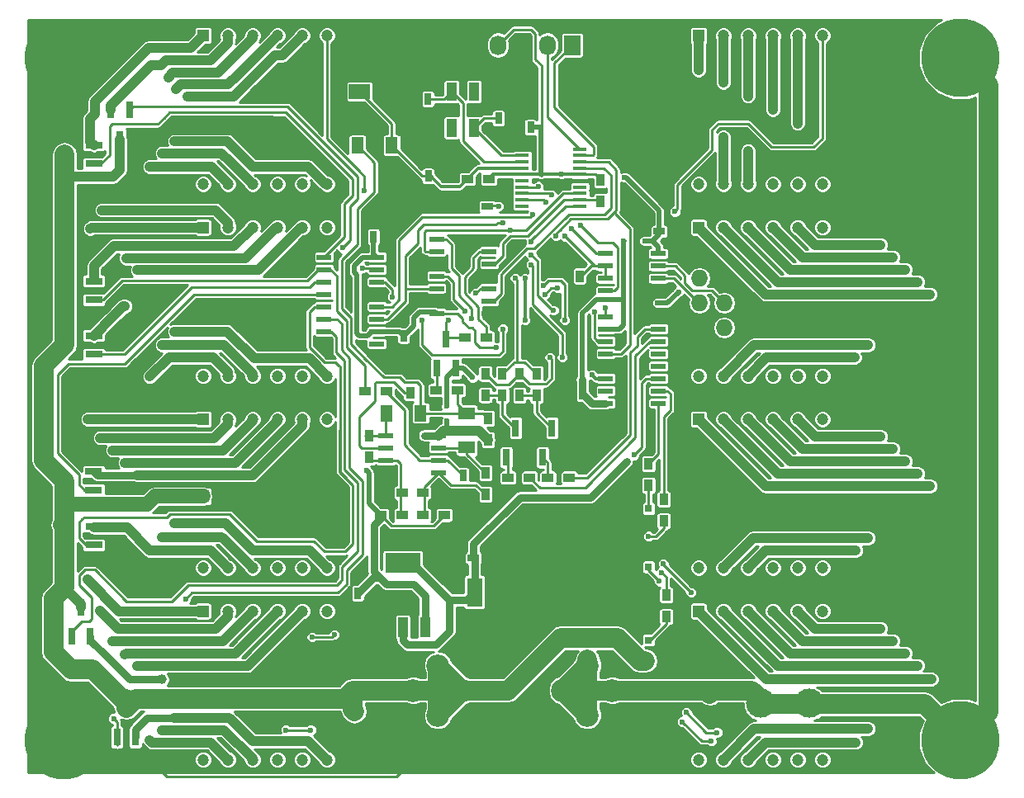
<source format=gbr>
G04 #@! TF.FileFunction,Copper,L1,Top,Signal*
%FSLAX46Y46*%
G04 Gerber Fmt 4.6, Leading zero omitted, Abs format (unit mm)*
G04 Created by KiCad (PCBNEW 4.0.6) date Wed Sep  6 13:58:48 2017*
%MOMM*%
%LPD*%
G01*
G04 APERTURE LIST*
%ADD10C,0.100000*%
%ADD11R,1.200000X1.200000*%
%ADD12C,1.200000*%
%ADD13C,8.000000*%
%ADD14R,0.900000X1.200000*%
%ADD15R,3.657600X2.032000*%
%ADD16R,1.016000X2.032000*%
%ADD17R,1.450000X0.450000*%
%ADD18R,1.550000X0.600000*%
%ADD19R,1.200000X0.750000*%
%ADD20R,1.600200X2.999740*%
%ADD21R,1.300480X1.699260*%
%ADD22R,1.699260X1.300480*%
%ADD23R,0.750000X1.200000*%
%ADD24R,0.797560X0.797560*%
%ADD25C,2.349500*%
%ADD26R,1.727200X2.032000*%
%ADD27O,1.727200X2.032000*%
%ADD28R,1.800860X0.800100*%
%ADD29R,0.800100X1.800860*%
%ADD30R,1.200000X0.900000*%
%ADD31R,1.500000X0.600000*%
%ADD32R,1.300000X1.300000*%
%ADD33C,1.300000*%
%ADD34R,1.397000X1.397000*%
%ADD35C,1.397000*%
%ADD36R,2.180000X1.600000*%
%ADD37C,3.000000*%
%ADD38R,1.727200X1.727200*%
%ADD39O,1.727200X1.727200*%
%ADD40R,1.099820X1.899920*%
%ADD41C,0.600000*%
%ADD42C,1.000000*%
%ADD43C,1.000000*%
%ADD44C,0.800000*%
%ADD45C,0.254000*%
%ADD46C,0.500000*%
%ADD47C,0.350000*%
%ADD48C,0.250000*%
%ADD49C,2.000000*%
%ADD50C,1.500000*%
G04 APERTURE END LIST*
D10*
D11*
X118110000Y-65405000D03*
D12*
X120650000Y-65405000D03*
X123190000Y-65405000D03*
X125730000Y-65405000D03*
X128270000Y-65405000D03*
X130810000Y-65405000D03*
X125730000Y-80645000D03*
X128270000Y-80645000D03*
X118110000Y-80645000D03*
X120650000Y-80645000D03*
X130810000Y-80645000D03*
X123190000Y-80645000D03*
D13*
X145000000Y-48000000D03*
X53000000Y-118000000D03*
D14*
X99750000Y-82650000D03*
X99750000Y-80450000D03*
D15*
X87800000Y-99798000D03*
D16*
X87800000Y-106402000D03*
X90086000Y-106402000D03*
X85514000Y-106402000D03*
D17*
X100050000Y-57375000D03*
X100050000Y-58025000D03*
X100050000Y-58675000D03*
X100050000Y-59325000D03*
X100050000Y-59975000D03*
X100050000Y-60625000D03*
X100050000Y-61275000D03*
X100050000Y-61925000D03*
X100050000Y-62575000D03*
X100050000Y-63225000D03*
X105950000Y-63225000D03*
X105950000Y-62575000D03*
X105950000Y-61925000D03*
X105950000Y-61275000D03*
X105950000Y-60625000D03*
X105950000Y-59975000D03*
X105950000Y-59325000D03*
X105950000Y-58675000D03*
X105950000Y-58025000D03*
X105950000Y-57375000D03*
D18*
X108600000Y-68095000D03*
X108600000Y-69365000D03*
X108600000Y-70635000D03*
X108600000Y-71905000D03*
X114000000Y-71905000D03*
X114000000Y-70635000D03*
X114000000Y-69365000D03*
X114000000Y-68095000D03*
D19*
X94554000Y-63246000D03*
X96454000Y-63246000D03*
D20*
X95150000Y-102850360D03*
X95150000Y-107249640D03*
D14*
X114800000Y-103150000D03*
X114800000Y-105350000D03*
D21*
X83149940Y-57000000D03*
X86650060Y-57000000D03*
D22*
X94361000Y-87983060D03*
X94361000Y-84482940D03*
D21*
X86133940Y-84455000D03*
X89634060Y-84455000D03*
D23*
X83185000Y-104836000D03*
X83185000Y-102936000D03*
D19*
X112200000Y-65825000D03*
X114100000Y-65825000D03*
D23*
X106225000Y-84400000D03*
X106225000Y-82500000D03*
X84800000Y-64450000D03*
X84800000Y-66350000D03*
X87884000Y-74615000D03*
X87884000Y-76515000D03*
D19*
X93150000Y-99350000D03*
X95050000Y-99350000D03*
D23*
X90400000Y-60150000D03*
X90400000Y-62050000D03*
X97600000Y-52325000D03*
X97600000Y-54225000D03*
X90375000Y-54150000D03*
X90375000Y-52250000D03*
X93980000Y-90871000D03*
X93980000Y-92771000D03*
D24*
X113000000Y-107749300D03*
X113000000Y-106250700D03*
X113000000Y-94250700D03*
X113000000Y-95749300D03*
X113000000Y-100250700D03*
X113000000Y-101749300D03*
D25*
X93939360Y-112903000D03*
X88859360Y-112903000D03*
X104178100Y-112903000D03*
X109258100Y-112903000D03*
X91399360Y-115443000D03*
X91399360Y-110363000D03*
X106718100Y-115443000D03*
X106718100Y-110363000D03*
D26*
X105175000Y-46700000D03*
D27*
X102635000Y-46700000D03*
X100095000Y-46700000D03*
X97555000Y-46700000D03*
D28*
X56111140Y-78420000D03*
X56111140Y-76520000D03*
X53108860Y-77470000D03*
X56101140Y-92350000D03*
X56101140Y-90450000D03*
X53098860Y-91400000D03*
D29*
X58486000Y-117706140D03*
X60386000Y-117706140D03*
X59436000Y-114703860D03*
D28*
X56111140Y-72832000D03*
X56111140Y-70932000D03*
X53108860Y-71882000D03*
D29*
X53850000Y-107373140D03*
X55750000Y-107373140D03*
X54800000Y-104370860D03*
X59751000Y-53362860D03*
X57851000Y-53362860D03*
X58801000Y-56365140D03*
D28*
X56111140Y-97978000D03*
X56111140Y-96078000D03*
X53108860Y-97028000D03*
X56111140Y-58862000D03*
X56111140Y-56962000D03*
X53108860Y-57912000D03*
D14*
X88550000Y-80175000D03*
X88550000Y-82375000D03*
D30*
X96604000Y-60452000D03*
X94404000Y-60452000D03*
D14*
X105918000Y-70401000D03*
X105918000Y-72601000D03*
X108075000Y-62725000D03*
X108075000Y-60525000D03*
D30*
X91225000Y-82100000D03*
X93425000Y-82100000D03*
D14*
X96520000Y-87206000D03*
X96520000Y-85006000D03*
X84328000Y-88984000D03*
X84328000Y-86784000D03*
X113000000Y-89650000D03*
X113000000Y-91850000D03*
X114550000Y-93325000D03*
X114550000Y-95525000D03*
X96250000Y-82600000D03*
X96250000Y-80400000D03*
X98000000Y-82650000D03*
X98000000Y-80450000D03*
X101500000Y-82650000D03*
X101500000Y-80450000D03*
D31*
X114000000Y-83445000D03*
X114000000Y-82175000D03*
X114000000Y-80905000D03*
X114000000Y-79635000D03*
X114000000Y-78365000D03*
X114000000Y-77095000D03*
X114000000Y-75825000D03*
X114000000Y-74555000D03*
X108600000Y-74555000D03*
X108600000Y-75825000D03*
X108600000Y-77095000D03*
X108600000Y-78365000D03*
X108600000Y-79635000D03*
X108600000Y-80905000D03*
X108600000Y-82175000D03*
X108600000Y-83445000D03*
D18*
X86073000Y-86741000D03*
X86073000Y-88011000D03*
X86073000Y-89281000D03*
X86073000Y-90551000D03*
X91473000Y-90551000D03*
X91473000Y-89281000D03*
X91473000Y-88011000D03*
X91473000Y-86741000D03*
D31*
X79723000Y-68453000D03*
X79723000Y-69723000D03*
X79723000Y-70993000D03*
X79723000Y-72263000D03*
X79723000Y-73533000D03*
X79723000Y-74803000D03*
X79723000Y-76073000D03*
X79723000Y-77343000D03*
X85123000Y-77343000D03*
X85123000Y-76073000D03*
X85123000Y-74803000D03*
X85123000Y-73533000D03*
X85123000Y-72263000D03*
X85123000Y-70993000D03*
X85123000Y-69723000D03*
X85123000Y-68453000D03*
D14*
X96266000Y-92794000D03*
X96266000Y-90594000D03*
D30*
X89832000Y-94932500D03*
X92032000Y-94932500D03*
X92032000Y-92646500D03*
X89832000Y-92646500D03*
X87714000Y-94932500D03*
X85514000Y-94932500D03*
X85514000Y-92646500D03*
X87714000Y-92646500D03*
X86100000Y-82225000D03*
X83900000Y-82225000D03*
X98600000Y-91075000D03*
X100800000Y-91075000D03*
X102675000Y-91075000D03*
X104875000Y-91075000D03*
D32*
X82850000Y-115050000D03*
D33*
X82850000Y-110050000D03*
D32*
X67300000Y-93000000D03*
D33*
X72300000Y-93000000D03*
D34*
X112649000Y-109855000D03*
D35*
X112649000Y-117475000D03*
D36*
X83367830Y-51475420D03*
X74162970Y-51470780D03*
D37*
X124500000Y-114250000D03*
X129500000Y-114250000D03*
X124500000Y-94500000D03*
X129500000Y-94500000D03*
D13*
X145000000Y-118000000D03*
X53000000Y-48000000D03*
D30*
X94150000Y-76675000D03*
X96350000Y-76675000D03*
D29*
X91300000Y-79851140D03*
X93200000Y-79851140D03*
X92250000Y-76848860D03*
X98400000Y-89001140D03*
X100300000Y-89001140D03*
X99350000Y-85998860D03*
X102125000Y-89001140D03*
X104025000Y-89001140D03*
X103075000Y-85998860D03*
D38*
X118200000Y-75700000D03*
D39*
X120740000Y-75700000D03*
X118200000Y-73160000D03*
X120740000Y-73160000D03*
X118200000Y-70620000D03*
X120740000Y-70620000D03*
D31*
X96650000Y-74210000D03*
X96650000Y-72940000D03*
X96650000Y-71670000D03*
X96650000Y-70400000D03*
X96650000Y-69130000D03*
X96650000Y-67860000D03*
X96650000Y-66590000D03*
X91250000Y-66590000D03*
X91250000Y-67860000D03*
X91250000Y-69130000D03*
X91250000Y-70400000D03*
X91250000Y-71670000D03*
X91250000Y-72940000D03*
X91250000Y-74210000D03*
D40*
X95098080Y-55199120D03*
X92801920Y-51500880D03*
X92801920Y-55199120D03*
X95098080Y-51500880D03*
D23*
X100900000Y-53250000D03*
X100900000Y-55150000D03*
D11*
X67310000Y-104775000D03*
D12*
X69850000Y-104775000D03*
X72390000Y-104775000D03*
X74930000Y-104775000D03*
X77470000Y-104775000D03*
X80010000Y-104775000D03*
X74930000Y-120015000D03*
X77470000Y-120015000D03*
X67310000Y-120015000D03*
X69850000Y-120015000D03*
X80010000Y-120015000D03*
X72390000Y-120015000D03*
D11*
X67310000Y-85090000D03*
D12*
X69850000Y-85090000D03*
X72390000Y-85090000D03*
X74930000Y-85090000D03*
X77470000Y-85090000D03*
X80010000Y-85090000D03*
X74930000Y-100330000D03*
X77470000Y-100330000D03*
X67310000Y-100330000D03*
X69850000Y-100330000D03*
X80010000Y-100330000D03*
X72390000Y-100330000D03*
D11*
X67310000Y-65405000D03*
D12*
X69850000Y-65405000D03*
X72390000Y-65405000D03*
X74930000Y-65405000D03*
X77470000Y-65405000D03*
X80010000Y-65405000D03*
X74930000Y-80645000D03*
X77470000Y-80645000D03*
X67310000Y-80645000D03*
X69850000Y-80645000D03*
X80010000Y-80645000D03*
X72390000Y-80645000D03*
D11*
X67310000Y-45720000D03*
D12*
X69850000Y-45720000D03*
X72390000Y-45720000D03*
X74930000Y-45720000D03*
X77470000Y-45720000D03*
X80010000Y-45720000D03*
X74930000Y-60960000D03*
X77470000Y-60960000D03*
X67310000Y-60960000D03*
X69850000Y-60960000D03*
X80010000Y-60960000D03*
X72390000Y-60960000D03*
D11*
X118110000Y-85090000D03*
D12*
X120650000Y-85090000D03*
X123190000Y-85090000D03*
X125730000Y-85090000D03*
X128270000Y-85090000D03*
X130810000Y-85090000D03*
X125730000Y-100330000D03*
X128270000Y-100330000D03*
X118110000Y-100330000D03*
X120650000Y-100330000D03*
X130810000Y-100330000D03*
X123190000Y-100330000D03*
D11*
X118110000Y-104775000D03*
D12*
X120650000Y-104775000D03*
X123190000Y-104775000D03*
X125730000Y-104775000D03*
X128270000Y-104775000D03*
X130810000Y-104775000D03*
X125730000Y-120015000D03*
X128270000Y-120015000D03*
X118110000Y-120015000D03*
X120650000Y-120015000D03*
X130810000Y-120015000D03*
X123190000Y-120015000D03*
D11*
X118110000Y-45720000D03*
D12*
X120650000Y-45720000D03*
X123190000Y-45720000D03*
X125730000Y-45720000D03*
X128270000Y-45720000D03*
X130810000Y-45720000D03*
X125730000Y-60960000D03*
X128270000Y-60960000D03*
X118110000Y-60960000D03*
X120650000Y-60960000D03*
X130810000Y-60960000D03*
X123190000Y-60960000D03*
D41*
X98806000Y-98298000D03*
X93218000Y-101727000D03*
X107188000Y-71628000D03*
X111760000Y-72644000D03*
X89662000Y-70739000D03*
X92329000Y-72390000D03*
X104013000Y-67056000D03*
D42*
X92710000Y-60198000D03*
X92964000Y-63246000D03*
X68453000Y-82804000D03*
X72390000Y-74549000D03*
D41*
X72700000Y-82600000D03*
X71400000Y-82600000D03*
X69800000Y-82700000D03*
X53700000Y-86200000D03*
X53700000Y-84400000D03*
X53700000Y-83000000D03*
X53700000Y-81600000D03*
X70700000Y-111800000D03*
X73400000Y-111500000D03*
X74800000Y-111000000D03*
D42*
X109664000Y-110190000D03*
D41*
X97300000Y-110400000D03*
X96700000Y-108900000D03*
X98400000Y-108900000D03*
X111800000Y-62650000D03*
X87100000Y-110750000D03*
X96850000Y-107200000D03*
X85450000Y-108750000D03*
X85100000Y-109950000D03*
X110998000Y-61976000D03*
X100076000Y-69342000D03*
X97028000Y-75184000D03*
X82296000Y-71882000D03*
X90170000Y-81026000D03*
X83820000Y-77724000D03*
X83820000Y-75692000D03*
D42*
X99060000Y-67564000D03*
D41*
X78875000Y-47425000D03*
D42*
X63309500Y-120713500D03*
X74993500Y-109474000D03*
D41*
X111450000Y-104125000D03*
X80400000Y-78600000D03*
X94725000Y-66575000D03*
X86300000Y-61900000D03*
X91675000Y-62100000D03*
X103825000Y-61075000D03*
D42*
X115290600Y-115109000D03*
X89000000Y-72975000D03*
X119278400Y-95237300D03*
X119202200Y-93649800D03*
X52895000Y-53548000D03*
X51752000Y-55580000D03*
X49974000Y-57866000D03*
X50038000Y-55580000D03*
X49974000Y-53548000D03*
X119634000Y-109474000D03*
X120396000Y-115570000D03*
X115062000Y-110236000D03*
X50038000Y-103632000D03*
X50038000Y-101346000D03*
X50038000Y-106426000D03*
X50038000Y-109220000D03*
X117983000Y-98171000D03*
X130429000Y-102489000D03*
X77343000Y-68199000D03*
X65786000Y-62357000D03*
X65595500Y-101282500D03*
X143332200Y-98463100D03*
X143332200Y-96672400D03*
X143243300Y-93408500D03*
X143306800Y-94970600D03*
X76073000Y-95351600D03*
X76098400Y-93929200D03*
X75996800Y-92481400D03*
X81737200Y-94996000D03*
X81711800Y-92329000D03*
X81762600Y-93624400D03*
X86563200Y-93853000D03*
X91059000Y-93675200D03*
X119240300Y-91922600D03*
D41*
X107061000Y-83312000D03*
X110744000Y-89408000D03*
X110425000Y-66800000D03*
X112600000Y-66800000D03*
X110500000Y-60275000D03*
X104075000Y-59950000D03*
X114300000Y-100800000D03*
X111500000Y-88750000D03*
X114500000Y-99900000D03*
X117348000Y-102870000D03*
X116459000Y-116128800D03*
X119430800Y-118110000D03*
X116865400Y-115163600D03*
X120015000Y-117221000D03*
X115697000Y-63792100D03*
D42*
X55498500Y-101554000D03*
X55750000Y-54250000D03*
X141859000Y-91948000D03*
X141859000Y-72263000D03*
X141986000Y-111760000D03*
X118110000Y-49276000D03*
X55499000Y-85090000D03*
X55753000Y-65532000D03*
X56768500Y-104729000D03*
X63000000Y-48750000D03*
X56769000Y-86995000D03*
X56953002Y-63627000D03*
X140589000Y-90678000D03*
X140589000Y-70993000D03*
X140589000Y-110363000D03*
X120650000Y-50546000D03*
X63750000Y-50000000D03*
X58039000Y-88265000D03*
X58166000Y-67310000D03*
X139319000Y-89408000D03*
X139319000Y-69723000D03*
X139319000Y-109093000D03*
X123190000Y-51943000D03*
X58039000Y-107823000D03*
X59308500Y-73487000D03*
X64500000Y-51250000D03*
X59309000Y-89535000D03*
X138049000Y-88138000D03*
X138049000Y-68453000D03*
X138049000Y-107823000D03*
X125730000Y-53340000D03*
X59309000Y-109220000D03*
X59436000Y-68580000D03*
X65750000Y-52000000D03*
X136779000Y-86868000D03*
X136779000Y-67183000D03*
X136779000Y-106553000D03*
X128270000Y-54737000D03*
X60579000Y-110363000D03*
X60579000Y-90805000D03*
X60579000Y-69780002D03*
D41*
X83858100Y-61633100D03*
D42*
X61848500Y-80726000D03*
X61849000Y-98552000D03*
X61849000Y-117983000D03*
X61849000Y-59182000D03*
X135509000Y-97282000D03*
X135509000Y-77470000D03*
X135509000Y-116840000D03*
X120650000Y-56134000D03*
X64389000Y-115697000D03*
X64389000Y-95758000D03*
X64389000Y-76073000D03*
X64389000Y-56584998D03*
X63100000Y-111800000D03*
X63119000Y-97155000D03*
X63119000Y-57785000D03*
X63119000Y-77470000D03*
X134239000Y-98552000D03*
X134112000Y-78740000D03*
X134239000Y-118237000D03*
X123190000Y-57531000D03*
X63119000Y-116967000D03*
D41*
X78486000Y-107442000D03*
X80772000Y-107188000D03*
X75819000Y-116967000D03*
X78359000Y-116967000D03*
X104425000Y-66325000D03*
X101700000Y-61200000D03*
X102870000Y-78740000D03*
X99314000Y-70612000D03*
X102425000Y-62800000D03*
X105050000Y-65525000D03*
X106025000Y-65200000D03*
X103075000Y-62100000D03*
X107442000Y-74041000D03*
X103251000Y-73914000D03*
X100965000Y-68199000D03*
X100950000Y-66900000D03*
X98025000Y-64975000D03*
X100965000Y-69215000D03*
X98806000Y-65659000D03*
X107188000Y-80518000D03*
X104140000Y-78740000D03*
X103505000Y-66294000D03*
X101125000Y-64075000D03*
X113000000Y-97100000D03*
X114100000Y-101700000D03*
X102362000Y-72263000D03*
X103632000Y-71628000D03*
X95250000Y-72175000D03*
X94875000Y-74775000D03*
X94200000Y-73975000D03*
X104394000Y-74930000D03*
X102235000Y-71374000D03*
X92456000Y-74930000D03*
X58150000Y-115800000D03*
X65532000Y-103505000D03*
X83642200Y-69596000D03*
X81635600Y-67513200D03*
X90043000Y-86741000D03*
X113919000Y-73152000D03*
X116078000Y-72009000D03*
X97376000Y-77724000D03*
X100330000Y-70612000D03*
X100330000Y-74930000D03*
X97600000Y-63250000D03*
X94950000Y-80800000D03*
X92275000Y-83775000D03*
X84050000Y-90325000D03*
X92325000Y-85225000D03*
X98044000Y-75819000D03*
X89789000Y-74930000D03*
X86741000Y-72517000D03*
X108585000Y-73660000D03*
D43*
X67299998Y-49549998D02*
X68250000Y-49549998D01*
X67250000Y-49500000D02*
X67299998Y-49549998D01*
X66250000Y-50750000D02*
X67000000Y-50750000D01*
D44*
X97600000Y-52325000D02*
X99975000Y-52325000D01*
X99975000Y-52325000D02*
X100900000Y-53250000D01*
X72300000Y-93000000D02*
X75478200Y-93000000D01*
X75478200Y-93000000D02*
X75996800Y-92481400D01*
X118200000Y-75700000D02*
X120142000Y-77642000D01*
X122428000Y-72308000D02*
X120740000Y-70620000D01*
X122428000Y-76962000D02*
X122428000Y-72308000D01*
X121748000Y-77642000D02*
X122428000Y-76962000D01*
X120142000Y-77642000D02*
X121748000Y-77642000D01*
X113000000Y-101749300D02*
X113000000Y-106250700D01*
X83185000Y-104836000D02*
X84751000Y-106402000D01*
X84751000Y-106402000D02*
X85514000Y-106402000D01*
X113000000Y-95749300D02*
X110451300Y-98298000D01*
X110451300Y-98298000D02*
X98806000Y-98298000D01*
D45*
X95885000Y-94275000D02*
X96987000Y-94275000D01*
X96987000Y-94275000D02*
X99700000Y-91562000D01*
X93150000Y-99350000D02*
X93218000Y-99418000D01*
X93218000Y-99418000D02*
X93218000Y-101727000D01*
D46*
X114000000Y-74555000D02*
X112655000Y-74555000D01*
X111760000Y-73660000D02*
X111760000Y-72644000D01*
X112655000Y-74555000D02*
X111760000Y-73660000D01*
X114000000Y-71905000D02*
X112499000Y-71905000D01*
X112499000Y-71905000D02*
X111760000Y-72644000D01*
X107188000Y-71628000D02*
X107047000Y-71628000D01*
X107047000Y-71628000D02*
X106125000Y-72550000D01*
D45*
X105156000Y-73519000D02*
X105156000Y-68199000D01*
X105156000Y-68199000D02*
X104965500Y-68008500D01*
D46*
X106125000Y-72550000D02*
X105156000Y-73519000D01*
X105156000Y-83331000D02*
X106225000Y-84400000D01*
X105156000Y-73519000D02*
X105156000Y-83331000D01*
X119240300Y-91922600D02*
X119240300Y-89395300D01*
X116840000Y-77060000D02*
X118200000Y-75700000D01*
X116840000Y-86995000D02*
X116840000Y-77060000D01*
X119240300Y-89395300D02*
X116840000Y-86995000D01*
X79723000Y-77343000D02*
X79723000Y-78035998D01*
X80400000Y-78712998D02*
X80400000Y-78600000D01*
X79723000Y-78035998D02*
X80400000Y-78712998D01*
X87884000Y-74615000D02*
X87884000Y-74091000D01*
X87884000Y-74091000D02*
X89000000Y-72975000D01*
D45*
X91250000Y-69130000D02*
X90636000Y-69130000D01*
X90636000Y-69130000D02*
X89662000Y-70104000D01*
X89662000Y-70104000D02*
X89662000Y-70739000D01*
X92329000Y-72390000D02*
X91779000Y-72940000D01*
X91779000Y-72940000D02*
X91250000Y-72940000D01*
D46*
X91215000Y-72975000D02*
X89000000Y-72975000D01*
X91250000Y-72940000D02*
X91215000Y-72975000D01*
D45*
X104013000Y-67056000D02*
X104965500Y-68008500D01*
D47*
X90375000Y-57863000D02*
X90375000Y-54150000D01*
X92710000Y-60198000D02*
X90375000Y-57863000D01*
X94554000Y-63246000D02*
X92964000Y-63246000D01*
D44*
X112977204Y-105726692D02*
X112977204Y-105727904D01*
X112977204Y-105727904D02*
X113000000Y-105750700D01*
X113000000Y-105750700D02*
X113000000Y-106250700D01*
X68453000Y-82804000D02*
X69696000Y-82804000D01*
X71400000Y-82600000D02*
X72700000Y-82600000D01*
X69696000Y-82804000D02*
X69800000Y-82700000D01*
X53700000Y-84400000D02*
X53700000Y-86200000D01*
X53600000Y-81700000D02*
X53700000Y-83000000D01*
X53700000Y-81600000D02*
X53600000Y-81700000D01*
X74993500Y-109474000D02*
X74993500Y-110806500D01*
X73100000Y-111800000D02*
X70700000Y-111800000D01*
X73400000Y-111500000D02*
X73100000Y-111800000D01*
X74993500Y-110806500D02*
X74800000Y-111000000D01*
D46*
X112200000Y-65825000D02*
X111800000Y-66225000D01*
X112405000Y-71905000D02*
X114000000Y-71905000D01*
X111800000Y-71300000D02*
X112405000Y-71905000D01*
X111800000Y-66225000D02*
X111800000Y-71300000D01*
X108600000Y-79635000D02*
X109360000Y-79635000D01*
X109360000Y-79635000D02*
X110100000Y-80375000D01*
X110100000Y-80375000D02*
X110100000Y-84100000D01*
X110100000Y-84100000D02*
X109800000Y-84400000D01*
X109800000Y-84400000D02*
X106225000Y-84400000D01*
D44*
X96700000Y-107350000D02*
X96700000Y-108900000D01*
X98400000Y-108900000D02*
X98400000Y-109300000D01*
X97300000Y-110400000D02*
X98400000Y-109300000D01*
X96700000Y-107350000D02*
X96850000Y-107200000D01*
X110998000Y-61976000D02*
X111126000Y-61976000D01*
X111800000Y-62650000D02*
X111800000Y-62778000D01*
X111126000Y-61976000D02*
X111800000Y-62650000D01*
D43*
X96850000Y-107200000D02*
X96800360Y-107249640D01*
X96800360Y-107249640D02*
X95150000Y-107249640D01*
X85450000Y-109600000D02*
X85450000Y-108750000D01*
X85100000Y-109950000D02*
X85450000Y-109600000D01*
D44*
X112200000Y-65825000D02*
X112200000Y-63178000D01*
X112200000Y-63178000D02*
X111800000Y-62778000D01*
D45*
X97494000Y-74210000D02*
X96650000Y-74210000D01*
X98552000Y-73152000D02*
X97494000Y-74210000D01*
X98552000Y-70358000D02*
X98552000Y-73152000D01*
X99568000Y-69342000D02*
X98552000Y-70358000D01*
X100076000Y-69342000D02*
X99568000Y-69342000D01*
X96650000Y-74210000D02*
X97028000Y-74588000D01*
X97028000Y-74588000D02*
X97028000Y-75184000D01*
X96862000Y-74422000D02*
X96650000Y-74210000D01*
X84800000Y-64450000D02*
X83820000Y-65430000D01*
X82042000Y-71628000D02*
X82296000Y-71882000D01*
X82042000Y-69088000D02*
X82042000Y-71628000D01*
X83820000Y-67310000D02*
X82042000Y-69088000D01*
X83820000Y-65430000D02*
X83820000Y-67310000D01*
X90170000Y-81026000D02*
X89319000Y-80175000D01*
X89319000Y-80175000D02*
X88550000Y-80175000D01*
X88550000Y-80175000D02*
X86017000Y-80175000D01*
X83820000Y-77978000D02*
X83820000Y-77724000D01*
X86017000Y-80175000D02*
X83820000Y-77978000D01*
X85123000Y-72263000D02*
X84201000Y-72263000D01*
X84201000Y-72263000D02*
X83820000Y-72644000D01*
X83820000Y-72644000D02*
X83820000Y-75692000D01*
X96650000Y-70400000D02*
X96986000Y-70400000D01*
X96986000Y-70400000D02*
X99060000Y-68326000D01*
X99060000Y-68326000D02*
X99060000Y-67564000D01*
X74162970Y-51470780D02*
X74829220Y-51470780D01*
X74829220Y-51470780D02*
X78875000Y-47425000D01*
X74112300Y-54457600D02*
X74112300Y-55697300D01*
X59944000Y-59309000D02*
X64008000Y-55245000D01*
X64008000Y-55245000D02*
X70358000Y-55245000D01*
X70358000Y-55245000D02*
X71882000Y-56769000D01*
X71882000Y-56769000D02*
X75184000Y-56769000D01*
X59944000Y-59309000D02*
X59944000Y-62420500D01*
X74112300Y-55697300D02*
X75184000Y-56769000D01*
X93980000Y-92771000D02*
X93980000Y-92930000D01*
X93980000Y-92930000D02*
X95325000Y-94275000D01*
X99700000Y-89601140D02*
X100300000Y-89001140D01*
X99700000Y-91562000D02*
X99700000Y-89601140D01*
X95325000Y-94275000D02*
X95885000Y-94275000D01*
X82850000Y-110050000D02*
X82850000Y-109066000D01*
X82850000Y-109066000D02*
X85514000Y-106402000D01*
X82850000Y-110050000D02*
X75569500Y-110050000D01*
D44*
X63182500Y-120840500D02*
X63309500Y-120713500D01*
X63182500Y-120840500D02*
X58610000Y-120840500D01*
D45*
X75569500Y-110050000D02*
X74993500Y-109474000D01*
X112649000Y-117475000D02*
X112924600Y-117475000D01*
X112924600Y-117475000D02*
X115290600Y-115109000D01*
X113000000Y-102049300D02*
X113000000Y-101900000D01*
X113000000Y-101900000D02*
X112925000Y-101975000D01*
X112977204Y-105726692D02*
X111575700Y-104250700D01*
X111575700Y-104250700D02*
X111450000Y-104125000D01*
X109360000Y-79635000D02*
X110100000Y-80375000D01*
X106350000Y-84525000D02*
X106225000Y-84400000D01*
X96765000Y-74325000D02*
X96650000Y-74210000D01*
X96650000Y-66590000D02*
X94740000Y-66590000D01*
X94740000Y-66590000D02*
X94725000Y-66575000D01*
X84800000Y-64450000D02*
X84800000Y-63400000D01*
X84800000Y-63400000D02*
X86300000Y-61900000D01*
X91625000Y-62050000D02*
X90400000Y-62050000D01*
X91675000Y-62100000D02*
X91625000Y-62050000D01*
X100095000Y-46700000D02*
X100095000Y-49830000D01*
X100095000Y-49830000D02*
X97600000Y-52325000D01*
X118200000Y-75700000D02*
X117055000Y-74555000D01*
X117055000Y-74555000D02*
X114000000Y-74555000D01*
X97600000Y-52325000D02*
X97600000Y-50850000D01*
X97600000Y-50850000D02*
X96200000Y-49450000D01*
X96200000Y-49450000D02*
X89975000Y-49450000D01*
X89975000Y-49450000D02*
X88925000Y-50500000D01*
X88925000Y-50500000D02*
X88925000Y-52700000D01*
X88925000Y-52700000D02*
X90375000Y-54150000D01*
X100050000Y-57375000D02*
X100050000Y-54775000D01*
X100050000Y-54775000D02*
X97600000Y-52325000D01*
X105950000Y-60625000D02*
X104275000Y-60625000D01*
X104275000Y-60625000D02*
X103825000Y-61075000D01*
X115200000Y-115199600D02*
X115290600Y-115109000D01*
X104025000Y-89001140D02*
X104025000Y-86600000D01*
X104025000Y-86600000D02*
X106225000Y-84400000D01*
X104025000Y-89001140D02*
X104025000Y-88400000D01*
X104025000Y-88400000D02*
X103075000Y-87450000D01*
X103075000Y-87450000D02*
X100825000Y-87450000D01*
X100825000Y-87450000D02*
X100300000Y-87975000D01*
X100300000Y-87975000D02*
X100300000Y-89001140D01*
X119278400Y-93726000D02*
X119278400Y-95237300D01*
X119202200Y-93649800D02*
X119278400Y-93726000D01*
X52750000Y-48250000D02*
X49974000Y-51026000D01*
X49974000Y-51026000D02*
X49974000Y-53548000D01*
X51752000Y-54691000D02*
X52895000Y-53548000D01*
X51752000Y-55580000D02*
X51752000Y-54691000D01*
X50038000Y-57802000D02*
X49974000Y-57866000D01*
X50038000Y-55580000D02*
X50038000Y-57802000D01*
X52750000Y-48250000D02*
X55453000Y-45547000D01*
X119634000Y-109474000D02*
X118872000Y-110236000D01*
D48*
X119020000Y-115570000D02*
X120396000Y-115570000D01*
D45*
X100914200Y-121285000D02*
X102870000Y-119329200D01*
X93853000Y-121285000D02*
X100914200Y-121285000D01*
X92837000Y-120269000D02*
X93853000Y-121285000D01*
X88582500Y-120269000D02*
X92837000Y-120269000D01*
X87122000Y-121729500D02*
X88582500Y-120269000D01*
X63563500Y-121729500D02*
X87122000Y-121729500D01*
X62674500Y-120840500D02*
X63563500Y-121729500D01*
X57658000Y-120840500D02*
X62674500Y-120840500D01*
X115200000Y-115199600D02*
X116099600Y-114300000D01*
X116099600Y-114300000D02*
X117750000Y-114300000D01*
D44*
X102870000Y-119329200D02*
X102920800Y-119380000D01*
X102920800Y-119380000D02*
X111019600Y-119380000D01*
X111019600Y-119380000D02*
X115290600Y-115109000D01*
X58610000Y-120840500D02*
X57658000Y-120840500D01*
D48*
X117750000Y-114300000D02*
X119020000Y-115570000D01*
D45*
X118872000Y-110236000D02*
X115062000Y-110236000D01*
X57244750Y-73709250D02*
X57530500Y-73423500D01*
X56332500Y-74621500D02*
X57244750Y-73709250D01*
X54791500Y-74621500D02*
X56332500Y-74621500D01*
X57530500Y-73423500D02*
X57911500Y-73423500D01*
X57911500Y-73423500D02*
X59054500Y-72280500D01*
X59054500Y-72280500D02*
X60832500Y-72280500D01*
X49974500Y-111206000D02*
X50736000Y-111206000D01*
X58610000Y-120985000D02*
X58610000Y-120840500D01*
X58465500Y-120840500D02*
X58610000Y-120985000D01*
X58338500Y-120840500D02*
X58465500Y-120840500D01*
X57467000Y-119969000D02*
X58338500Y-120840500D01*
X57467000Y-115270000D02*
X57467000Y-119969000D01*
X54800000Y-112603000D02*
X57467000Y-115270000D01*
X52133000Y-112603000D02*
X54800000Y-112603000D01*
X50736000Y-111206000D02*
X52133000Y-112603000D01*
X50038000Y-109220000D02*
X49974500Y-109283500D01*
X50038000Y-102362000D02*
X50038000Y-103632000D01*
X50038000Y-102362000D02*
X50038000Y-101346000D01*
X50038000Y-106426000D02*
X50038000Y-109220000D01*
X49974500Y-109283500D02*
X49974500Y-111206000D01*
X129500000Y-94500000D02*
X124500000Y-94500000D01*
X124500000Y-94500000D02*
X125000000Y-95000000D01*
X125000000Y-95000000D02*
X127000000Y-95000000D01*
X127000000Y-95000000D02*
X127000000Y-94970600D01*
X65786000Y-62357000D02*
X65913000Y-62484000D01*
X70104000Y-62484000D02*
X70612000Y-62992000D01*
X65913000Y-62484000D02*
X70104000Y-62484000D01*
X119278400Y-95237300D02*
X117983000Y-96532700D01*
X117983000Y-96532700D02*
X117983000Y-98171000D01*
X143332200Y-98463100D02*
X139306300Y-102489000D01*
X139306300Y-102489000D02*
X130429000Y-102489000D01*
X55213250Y-63150750D02*
X55943500Y-62420500D01*
X60452000Y-62230000D02*
X65659000Y-62230000D01*
X65659000Y-62230000D02*
X65786000Y-62357000D01*
X60261500Y-62420500D02*
X60452000Y-62230000D01*
X55943500Y-62420500D02*
X59944000Y-62420500D01*
X59944000Y-62420500D02*
X60261500Y-62420500D01*
X54737000Y-71882000D02*
X57023000Y-71882000D01*
X58420000Y-70485000D02*
X58420000Y-70104000D01*
X57023000Y-71882000D02*
X58420000Y-70485000D01*
X54737000Y-67564000D02*
X55880000Y-67564000D01*
X54737000Y-74676000D02*
X54791500Y-74621500D01*
X54791500Y-74621500D02*
X54864000Y-74549000D01*
X55245000Y-63119000D02*
X55213250Y-63150750D01*
X55213250Y-63150750D02*
X54737000Y-63627000D01*
X54737000Y-63627000D02*
X54737000Y-67564000D01*
X54737000Y-67564000D02*
X54737000Y-71882000D01*
X54737000Y-71882000D02*
X54737000Y-74676000D01*
X63881000Y-101282500D02*
X63436500Y-100838000D01*
X65595500Y-101282500D02*
X63881000Y-101282500D01*
D44*
X74162970Y-51470780D02*
X74754520Y-51470780D01*
X119278400Y-95237300D02*
X119545100Y-94970600D01*
X143332200Y-98488500D02*
X143383000Y-98539300D01*
X143332200Y-98463100D02*
X143332200Y-98488500D01*
X143243300Y-96583500D02*
X143332200Y-96672400D01*
X143243300Y-93408500D02*
X143243300Y-96583500D01*
X119545100Y-94970600D02*
X127000000Y-94970600D01*
X127000000Y-94970600D02*
X143306800Y-94970600D01*
D45*
X79723000Y-77343000D02*
X79959200Y-77343000D01*
D44*
X76098400Y-93929200D02*
X76098400Y-95326200D01*
X76098400Y-95326200D02*
X76073000Y-95351600D01*
X81762600Y-93624400D02*
X81457800Y-93929200D01*
X81457800Y-93929200D02*
X76098400Y-93929200D01*
X75996800Y-92481400D02*
X76022200Y-92506800D01*
X81762600Y-93624400D02*
X81762600Y-94970600D01*
X81762600Y-94970600D02*
X81737200Y-94996000D01*
D45*
X85514000Y-92646500D02*
X85514000Y-92803800D01*
X85514000Y-92803800D02*
X86563200Y-93853000D01*
X92032000Y-92646500D02*
X92032000Y-92702200D01*
X92032000Y-92702200D02*
X91059000Y-93675200D01*
D48*
X91882000Y-92646500D02*
X92006500Y-92771000D01*
X92006500Y-92771000D02*
X93980000Y-92771000D01*
X85664000Y-92646500D02*
X86073000Y-92237500D01*
X86073000Y-92237500D02*
X86073000Y-90551000D01*
D45*
X118033800Y-93129100D02*
X119240300Y-91922600D01*
X117991540Y-93829100D02*
X118033800Y-93129100D01*
X117991540Y-93829100D02*
X117900100Y-93829100D01*
D49*
X112649000Y-109855000D02*
X112155000Y-109855000D01*
X112155000Y-109855000D02*
X109825000Y-107525000D01*
X109825000Y-107525000D02*
X107250000Y-107525000D01*
D50*
X53108860Y-93800000D02*
X61600000Y-93800000D01*
X62400000Y-93000000D02*
X67300000Y-93000000D01*
X61600000Y-93800000D02*
X62400000Y-93000000D01*
D49*
X53108860Y-75700000D02*
X53108860Y-77470000D01*
X53098860Y-91400000D02*
X51000000Y-89301140D01*
X51000000Y-89301140D02*
X51000000Y-79578860D01*
X51000000Y-79578860D02*
X53108860Y-77470000D01*
X53098860Y-91400000D02*
X53108860Y-91410000D01*
X53108860Y-91410000D02*
X53108860Y-93800000D01*
X53108860Y-93800000D02*
X53108860Y-96012000D01*
D45*
X112649000Y-109855000D02*
X112795000Y-109855000D01*
D49*
X107250000Y-107525000D02*
X107250000Y-107518200D01*
X82850000Y-115050000D02*
X82690000Y-114890000D01*
X82690000Y-114890000D02*
X82690000Y-112903000D01*
X59436000Y-114703860D02*
X60389860Y-113750000D01*
X85318600Y-112903000D02*
X82690000Y-112903000D01*
X85318600Y-112903000D02*
X88859360Y-112903000D01*
X81843000Y-113750000D02*
X82690000Y-112903000D01*
X60389860Y-113750000D02*
X81843000Y-113750000D01*
X91399360Y-115443000D02*
X93939360Y-112903000D01*
X93939360Y-112903000D02*
X91399360Y-110363000D01*
X93939360Y-112903000D02*
X98602800Y-112903000D01*
X103987600Y-107518200D02*
X104800000Y-107518200D01*
X104800000Y-107518200D02*
X107250000Y-107518200D01*
X98602800Y-112903000D02*
X103987600Y-107518200D01*
X93939360Y-112903000D02*
X88859360Y-112903000D01*
X91399360Y-115443000D02*
X91399360Y-110363000D01*
D43*
X53108860Y-60210700D02*
X58106800Y-60210700D01*
X58801000Y-59516500D02*
X58801000Y-56365140D01*
X58106800Y-60210700D02*
X58801000Y-59516500D01*
X54800000Y-104082280D02*
X53108860Y-102391140D01*
X54800000Y-104370860D02*
X54800000Y-104082280D01*
D49*
X59436000Y-113792000D02*
X59042000Y-113792000D01*
X59042000Y-113792000D02*
X56000000Y-110750000D01*
X56000000Y-110750000D02*
X53750000Y-110750000D01*
X53750000Y-110750000D02*
X51998860Y-108998860D01*
X51998860Y-108998860D02*
X51998860Y-107250000D01*
X51998860Y-107250000D02*
X51998860Y-103501140D01*
X53108860Y-102391140D02*
X53108860Y-99468940D01*
X51998860Y-103501140D02*
X53108860Y-102391140D01*
X53108860Y-60210700D02*
X53108860Y-57912000D01*
X59436000Y-114703860D02*
X59436000Y-113792000D01*
D43*
X53108860Y-97028000D02*
X53108860Y-99468940D01*
X53035200Y-99542600D02*
X53108860Y-99542600D01*
X53108860Y-99468940D02*
X53035200Y-99542600D01*
D46*
X53108860Y-71882000D02*
X53108860Y-73047860D01*
X53108860Y-73047860D02*
X53108860Y-74622660D01*
D49*
X53108860Y-95935800D02*
X53108860Y-99542600D01*
X52933600Y-95935800D02*
X53108860Y-95935800D01*
X53032660Y-95935800D02*
X52933600Y-95935800D01*
X53108860Y-96012000D02*
X53032660Y-95935800D01*
X53108860Y-60210700D02*
X53108860Y-74622660D01*
X53108860Y-74622660D02*
X53108860Y-75700000D01*
D44*
X92583000Y-103632000D02*
X94368360Y-103632000D01*
X94368360Y-103632000D02*
X95150000Y-102850360D01*
X92583000Y-105417360D02*
X92583000Y-103632000D01*
X92583000Y-103632000D02*
X91313000Y-102362000D01*
X87800000Y-99798000D02*
X88749000Y-99798000D01*
X88749000Y-99798000D02*
X91313000Y-102362000D01*
X87800000Y-106402000D02*
X87800000Y-107739000D01*
X92583000Y-106807000D02*
X92583000Y-105417360D01*
X91186000Y-108204000D02*
X92583000Y-106807000D01*
X88265000Y-108204000D02*
X91186000Y-108204000D01*
X87800000Y-107739000D02*
X88265000Y-108204000D01*
X95050000Y-99350000D02*
X95050000Y-97863000D01*
X107170000Y-83421000D02*
X107170000Y-83445000D01*
X107061000Y-83312000D02*
X107170000Y-83421000D01*
X107061000Y-93091000D02*
X110744000Y-89408000D01*
X99822000Y-93091000D02*
X107061000Y-93091000D01*
X95050000Y-97863000D02*
X99822000Y-93091000D01*
D46*
X106600000Y-73800000D02*
X107629000Y-72771000D01*
X107629000Y-72771000D02*
X110425000Y-72771000D01*
X106600000Y-73800000D02*
X106200000Y-74200000D01*
X106200000Y-74200000D02*
X106200000Y-80998000D01*
X106200000Y-80998000D02*
X106172000Y-81026000D01*
D44*
X106225000Y-82500000D02*
X106225000Y-81079000D01*
X106225000Y-81079000D02*
X106172000Y-81026000D01*
D47*
X100050000Y-59975000D02*
X97081000Y-59975000D01*
X97081000Y-59975000D02*
X96604000Y-60452000D01*
D46*
X100900000Y-55150000D02*
X100950000Y-55100000D01*
X100950000Y-55100000D02*
X101950000Y-55100000D01*
X101950000Y-55100000D02*
X101950000Y-59975000D01*
X101950000Y-59975000D02*
X101975000Y-59975000D01*
X101975000Y-59975000D02*
X102000000Y-60000000D01*
X102000000Y-60000000D02*
X102000000Y-59975000D01*
D47*
X105950000Y-59975000D02*
X102000000Y-59975000D01*
X102000000Y-59975000D02*
X100050000Y-59975000D01*
D46*
X114100000Y-65825000D02*
X114100000Y-63700000D01*
X110675000Y-60275000D02*
X110500000Y-60275000D01*
X114100000Y-63700000D02*
X110675000Y-60275000D01*
X114000000Y-68095000D02*
X114000000Y-67400000D01*
X114000000Y-67400000D02*
X113400000Y-66800000D01*
X114100000Y-65825000D02*
X114100000Y-66100000D01*
X114100000Y-66100000D02*
X113400000Y-66800000D01*
X113400000Y-66800000D02*
X112600000Y-66800000D01*
X110425000Y-73600000D02*
X110425000Y-72771000D01*
X110425000Y-72771000D02*
X110425000Y-66912998D01*
X110425000Y-66912998D02*
X110537998Y-66800000D01*
X110537998Y-66800000D02*
X110425000Y-66800000D01*
X108600000Y-75825000D02*
X110000000Y-75825000D01*
X110000000Y-75825000D02*
X110425000Y-75400000D01*
X110425000Y-75400000D02*
X110425000Y-73600000D01*
D45*
X100900000Y-55150000D02*
X102000000Y-55150000D01*
X101900000Y-55100000D02*
X102000000Y-55100000D01*
X101950000Y-55100000D02*
X101900000Y-55100000D01*
X102000000Y-55150000D02*
X101950000Y-55100000D01*
D44*
X108600000Y-83445000D02*
X107170000Y-83445000D01*
X107170000Y-83445000D02*
X106225000Y-82500000D01*
X95050000Y-99350000D02*
X95150000Y-99450000D01*
X95150000Y-99450000D02*
X95150000Y-102850360D01*
X95150000Y-102850360D02*
X95130360Y-102870000D01*
D45*
X95150000Y-99450000D02*
X95150000Y-102850360D01*
X95150000Y-102850360D02*
X95050360Y-102950000D01*
X110425000Y-66800000D02*
X110425000Y-66800000D01*
X110425000Y-73600000D02*
X110425000Y-73660000D01*
X110425000Y-73660000D02*
X110425000Y-75400000D01*
X110425000Y-75400000D02*
X110000000Y-75825000D01*
X114100000Y-65825000D02*
X114475000Y-65825000D01*
X110400000Y-66825000D02*
X110400000Y-66875000D01*
X110425000Y-66800000D02*
X110400000Y-66825000D01*
X104100000Y-59975000D02*
X105950000Y-59975000D01*
X104075000Y-59950000D02*
X104100000Y-59975000D01*
X105950000Y-59975000D02*
X107525000Y-59975000D01*
X107525000Y-59975000D02*
X108075000Y-60525000D01*
X99155000Y-45100000D02*
X97555000Y-46700000D01*
X100950000Y-45100000D02*
X99155000Y-45100000D01*
X101375000Y-45525000D02*
X100950000Y-45100000D01*
X101375000Y-48175000D02*
X101375000Y-45525000D01*
X102000000Y-48800000D02*
X101375000Y-48175000D01*
X102000000Y-55100000D02*
X102000000Y-48800000D01*
X114100000Y-67995000D02*
X114000000Y-68095000D01*
X105950000Y-59975000D02*
X102800000Y-59975000D01*
X102800000Y-59975000D02*
X100050000Y-59975000D01*
X107170000Y-83445000D02*
X106225000Y-82500000D01*
D47*
X95504000Y-59325000D02*
X95504000Y-59352000D01*
X95504000Y-59352000D02*
X94404000Y-60452000D01*
X90400000Y-60150000D02*
X90630000Y-60150000D01*
X90630000Y-60150000D02*
X91694000Y-61214000D01*
X91694000Y-61214000D02*
X93642000Y-61214000D01*
X93642000Y-61214000D02*
X94404000Y-60452000D01*
X100050000Y-59325000D02*
X95504000Y-59325000D01*
D45*
X86650060Y-57000000D02*
X89800060Y-60150000D01*
X89800060Y-60150000D02*
X90400000Y-60150000D01*
X86650060Y-57000000D02*
X86650060Y-54757650D01*
X86650060Y-54757650D02*
X83367830Y-51475420D01*
X90400000Y-60150000D02*
X90750000Y-60150000D01*
X95098080Y-55199120D02*
X97923960Y-58025000D01*
X97923960Y-58025000D02*
X100050000Y-58025000D01*
X95098080Y-55199120D02*
X96072200Y-54225000D01*
X96072200Y-54225000D02*
X97600000Y-54225000D01*
X100050000Y-58675000D02*
X96100000Y-58675000D01*
X93975000Y-52673960D02*
X92801920Y-51500880D01*
X93975000Y-56550000D02*
X93975000Y-52673960D01*
X96100000Y-58675000D02*
X93975000Y-56550000D01*
X90375000Y-52250000D02*
X92052800Y-52250000D01*
X92052800Y-52250000D02*
X92801920Y-51500880D01*
X82500000Y-75565000D02*
X82500000Y-77420000D01*
X82500000Y-77420000D02*
X82804000Y-77724000D01*
X83947000Y-78867000D02*
X85852000Y-80772000D01*
X87975000Y-81275000D02*
X87472000Y-80772000D01*
X88225000Y-81275000D02*
X88750000Y-81275000D01*
X88225000Y-81275000D02*
X87975000Y-81275000D01*
X86868000Y-80772000D02*
X87472000Y-80772000D01*
X83947000Y-78867000D02*
X82804000Y-77724000D01*
X85852000Y-80772000D02*
X86868000Y-80772000D01*
X82500000Y-74676000D02*
X81534000Y-73710000D01*
X84875000Y-61775000D02*
X83150000Y-63500000D01*
X83150000Y-63500000D02*
X83150000Y-67125000D01*
X83149940Y-57000000D02*
X84875000Y-58725060D01*
X84875000Y-58725060D02*
X84875000Y-61775000D01*
X82500000Y-74676000D02*
X82500000Y-75565000D01*
X81534000Y-73710000D02*
X81534000Y-68834000D01*
X81534000Y-68834000D02*
X81534000Y-68741000D01*
X81534000Y-68741000D02*
X83150000Y-67125000D01*
X88750000Y-81275000D02*
X89250000Y-81275000D01*
X89634060Y-81659060D02*
X89634060Y-84455000D01*
X89250000Y-81275000D02*
X89634060Y-81659060D01*
X88750000Y-81275000D02*
X89075000Y-81275000D01*
X89075000Y-81275000D02*
X89050000Y-81275000D01*
X89050000Y-81275000D02*
X89050000Y-81250000D01*
X93425000Y-82100000D02*
X93425000Y-83546940D01*
X93425000Y-83546940D02*
X94361000Y-84482940D01*
X83367830Y-56782110D02*
X83149940Y-57000000D01*
X94361000Y-84482940D02*
X95996940Y-84482940D01*
X95996940Y-84482940D02*
X96520000Y-85006000D01*
D48*
X89204800Y-84025740D02*
X89634060Y-84455000D01*
X94361000Y-84482940D02*
X89662000Y-84482940D01*
X89662000Y-84482940D02*
X89634060Y-84455000D01*
X114800000Y-102100000D02*
X114800000Y-101300000D01*
X114800000Y-101300000D02*
X114300000Y-100800000D01*
X112000000Y-88250000D02*
X112300000Y-87950000D01*
X112745000Y-80905000D02*
X114000000Y-80905000D01*
X112300000Y-81350000D02*
X112745000Y-80905000D01*
X112300000Y-87950000D02*
X112300000Y-81350000D01*
X114800000Y-103150000D02*
X114800000Y-102100000D01*
X112000000Y-88250000D02*
X112000000Y-88200000D01*
X111500000Y-88750000D02*
X112000000Y-88250000D01*
D45*
X114000000Y-83445000D02*
X114000000Y-88650000D01*
X114000000Y-88650000D02*
X113000000Y-89650000D01*
X114550000Y-93325000D02*
X114550000Y-84825000D01*
X114925000Y-82175000D02*
X114000000Y-82175000D01*
X115225000Y-82475000D02*
X114925000Y-82175000D01*
X115225000Y-84150000D02*
X115225000Y-82475000D01*
X114550000Y-84825000D02*
X115225000Y-84150000D01*
D48*
X117348000Y-102870000D02*
X114500000Y-100022000D01*
X114500000Y-100022000D02*
X114500000Y-99900000D01*
X119430800Y-118110000D02*
X118440200Y-118110000D01*
X118440200Y-118110000D02*
X116459000Y-116128800D01*
X120015000Y-117221000D02*
X118922800Y-117221000D01*
X118922800Y-117221000D02*
X116865400Y-115163600D01*
X130810000Y-45720000D02*
X130810000Y-54483000D01*
X121920000Y-54737000D02*
X120142000Y-54737000D01*
X120142000Y-54737000D02*
X119507000Y-55372000D01*
X119507000Y-56692800D02*
X119507000Y-55372000D01*
X119507000Y-57454800D02*
X115951000Y-61010800D01*
X119507000Y-56692800D02*
X119507000Y-57454800D01*
D45*
X115951000Y-61074300D02*
X115951000Y-61010800D01*
X115951000Y-63538100D02*
X115697000Y-63792100D01*
X115951000Y-61074300D02*
X115951000Y-63538100D01*
X123190000Y-54737000D02*
X124333000Y-55880000D01*
X130810000Y-55245000D02*
X130810000Y-54483000D01*
X121920000Y-54737000D02*
X123190000Y-54737000D01*
X125603000Y-57150000D02*
X129921000Y-57150000D01*
X129921000Y-57150000D02*
X130810000Y-56261000D01*
X130810000Y-56261000D02*
X130810000Y-55245000D01*
X124333000Y-55880000D02*
X125603000Y-57150000D01*
D43*
X56111140Y-56962000D02*
X55750000Y-56600860D01*
X55750000Y-56600860D02*
X55750000Y-54250000D01*
X61340500Y-104775000D02*
X58719500Y-104775000D01*
X58719500Y-104775000D02*
X55498500Y-101554000D01*
D44*
X58719500Y-104775000D02*
X55498500Y-101554000D01*
D43*
X56750000Y-52000000D02*
X56250000Y-52500000D01*
X56250000Y-53750000D02*
X55750000Y-54250000D01*
X56250000Y-52500000D02*
X56250000Y-53750000D01*
X67310000Y-45720000D02*
X66030000Y-47000000D01*
X61750000Y-47000000D02*
X66030000Y-47000000D01*
X61250000Y-47500000D02*
X61750000Y-47000000D01*
X60750000Y-48000000D02*
X61250000Y-47500000D01*
X56750000Y-52000000D02*
X60750000Y-48000000D01*
X118110000Y-85090000D02*
X124968000Y-91948000D01*
X124968000Y-91948000D02*
X141859000Y-91948000D01*
X118110000Y-65405000D02*
X124968000Y-72263000D01*
X124968000Y-72263000D02*
X141859000Y-72263000D01*
X125095000Y-111760000D02*
X141986000Y-111760000D01*
X125095000Y-111760000D02*
X118110000Y-104775000D01*
X118110000Y-49149000D02*
X118110000Y-45720000D01*
X118110000Y-49276000D02*
X118110000Y-49149000D01*
X67310000Y-104775000D02*
X61340500Y-104775000D01*
X67310000Y-85090000D02*
X55499000Y-85090000D01*
X55880000Y-65405000D02*
X67310000Y-65405000D01*
X55753000Y-65532000D02*
X55880000Y-65405000D01*
X60261000Y-106553000D02*
X58592500Y-106553000D01*
X58592500Y-106553000D02*
X56768500Y-104729000D01*
X67750000Y-48250000D02*
X68082000Y-48250000D01*
X57851000Y-53362860D02*
X57851000Y-52899000D01*
X57851000Y-52899000D02*
X62000000Y-48750000D01*
X62000000Y-48750000D02*
X63000000Y-48750000D01*
X68082000Y-48250000D02*
X68834000Y-47498000D01*
X68834000Y-47498000D02*
X69850000Y-46482000D01*
X63000000Y-48750000D02*
X63500000Y-48250000D01*
X63500000Y-48250000D02*
X68082000Y-48250000D01*
X69850000Y-85090000D02*
X69850000Y-85598000D01*
X69850000Y-85598000D02*
X68453000Y-86995000D01*
X68453000Y-86995000D02*
X56769000Y-86995000D01*
X56953002Y-63627000D02*
X59436000Y-63627000D01*
X120650000Y-85090000D02*
X126238000Y-90678000D01*
X126238000Y-90678000D02*
X140589000Y-90678000D01*
X120650000Y-65405000D02*
X126238000Y-70993000D01*
X126238000Y-70993000D02*
X140589000Y-70993000D01*
X120650000Y-104775000D02*
X126238000Y-110363000D01*
X140462000Y-110363000D02*
X140589000Y-110363000D01*
X126238000Y-110363000D02*
X140462000Y-110363000D01*
X120650000Y-50546000D02*
X120650000Y-45720000D01*
X69850000Y-104775000D02*
X69850000Y-105283000D01*
X69850000Y-105283000D02*
X68580000Y-106553000D01*
X68580000Y-106553000D02*
X60261000Y-106553000D01*
X69850000Y-64897000D02*
X68580000Y-63627000D01*
X68580000Y-63627000D02*
X59436000Y-63627000D01*
X69850000Y-65405000D02*
X69850000Y-64897000D01*
X69850000Y-46482000D02*
X69850000Y-45720000D01*
X69932000Y-48432000D02*
X68814002Y-49549998D01*
X72390000Y-45974000D02*
X69932000Y-48432000D01*
X68814002Y-49549998D02*
X64200002Y-49549998D01*
X64200002Y-49549998D02*
X63750000Y-50000000D01*
X72390000Y-85090000D02*
X72390000Y-85217000D01*
X72390000Y-85217000D02*
X69342000Y-88265000D01*
X69342000Y-88265000D02*
X58039000Y-88265000D01*
X56111140Y-70805000D02*
X56111140Y-69364860D01*
X56111140Y-69364860D02*
X58166000Y-67310000D01*
X59944000Y-67310000D02*
X58166000Y-67310000D01*
X123190000Y-85090000D02*
X127508000Y-89408000D01*
X127508000Y-89408000D02*
X139319000Y-89408000D01*
X123190000Y-65405000D02*
X127508000Y-69723000D01*
X127508000Y-69723000D02*
X139319000Y-69723000D01*
X127508000Y-109093000D02*
X123190000Y-104775000D01*
X139319000Y-109093000D02*
X127508000Y-109093000D01*
X123190000Y-51943000D02*
X123190000Y-45720000D01*
X72390000Y-104775000D02*
X69342000Y-107823000D01*
X69342000Y-107823000D02*
X58039000Y-107823000D01*
X70485000Y-67310000D02*
X72390000Y-65405000D01*
X72390000Y-45720000D02*
X72390000Y-45974000D01*
X59944000Y-67310000D02*
X70485000Y-67310000D01*
X58255140Y-74376000D02*
X59144140Y-73487000D01*
X59144140Y-73487000D02*
X59308500Y-73487000D01*
X58051570Y-74579570D02*
X56111140Y-76520000D01*
X58051570Y-74579570D02*
X58255140Y-74376000D01*
X70866000Y-49784000D02*
X69900000Y-50750000D01*
X74930000Y-45720000D02*
X70866000Y-49784000D01*
X69900000Y-50750000D02*
X65000000Y-50750000D01*
X65000000Y-50750000D02*
X64500000Y-51250000D01*
X74930000Y-85090000D02*
X74930000Y-85217000D01*
X74930000Y-85217000D02*
X70612000Y-89535000D01*
X70612000Y-89535000D02*
X59309000Y-89535000D01*
X125730000Y-85090000D02*
X128778000Y-88138000D01*
X128778000Y-88138000D02*
X138049000Y-88138000D01*
X125730000Y-65405000D02*
X128778000Y-68453000D01*
X128778000Y-68453000D02*
X138049000Y-68453000D01*
X125730000Y-104775000D02*
X128778000Y-107823000D01*
X128778000Y-107823000D02*
X138049000Y-107823000D01*
X125730000Y-45720000D02*
X125730000Y-53340000D01*
X74930000Y-104775000D02*
X70612000Y-109093000D01*
X70612000Y-109093000D02*
X59436000Y-109093000D01*
X71628000Y-68580000D02*
X74803000Y-65405000D01*
X71374000Y-68580000D02*
X71628000Y-68580000D01*
X74803000Y-65405000D02*
X74930000Y-65405000D01*
X59436000Y-109093000D02*
X59309000Y-109220000D01*
X70866000Y-68580000D02*
X71374000Y-68580000D01*
X59436000Y-68580000D02*
X61722000Y-68580000D01*
X61722000Y-68580000D02*
X70866000Y-68580000D01*
D44*
X56101140Y-90450000D02*
X56456140Y-90805000D01*
X56456140Y-90805000D02*
X60579000Y-90805000D01*
D43*
X71839000Y-50589000D02*
X70428000Y-52000000D01*
X70428000Y-52000000D02*
X65750000Y-52000000D01*
X77470000Y-85090000D02*
X77470000Y-85725000D01*
X77470000Y-85725000D02*
X72390000Y-90805000D01*
X72390000Y-90805000D02*
X60579000Y-90805000D01*
X136652000Y-86868000D02*
X136779000Y-86868000D01*
X128270000Y-85090000D02*
X130048000Y-86868000D01*
X130048000Y-86868000D02*
X136652000Y-86868000D01*
X128270000Y-65405000D02*
X130048000Y-67183000D01*
X130048000Y-67183000D02*
X136779000Y-67183000D01*
X128270000Y-104775000D02*
X130048000Y-106553000D01*
X130048000Y-106553000D02*
X136779000Y-106553000D01*
X128270000Y-45720000D02*
X128270000Y-54737000D01*
X77470000Y-104775000D02*
X71882000Y-110363000D01*
X71882000Y-110363000D02*
X60579000Y-110363000D01*
X77470000Y-65405000D02*
X77343000Y-65405000D01*
X77343000Y-65405000D02*
X72967998Y-69780002D01*
X75438000Y-47752000D02*
X77470000Y-45720000D01*
X62992000Y-69780002D02*
X60579000Y-69780002D01*
X72967998Y-69780002D02*
X62992000Y-69780002D01*
X71839000Y-50589000D02*
X74676000Y-47752000D01*
X74676000Y-47752000D02*
X75438000Y-47752000D01*
D45*
X83305650Y-59620150D02*
X83858100Y-60172600D01*
X83858100Y-60172600D02*
X83858100Y-61633100D01*
X80010000Y-54533800D02*
X80010000Y-56324500D01*
X80010000Y-56324500D02*
X83305650Y-59620150D01*
D48*
X80010000Y-52451000D02*
X80010000Y-54533800D01*
X80010000Y-45720000D02*
X80010000Y-52451000D01*
X67310000Y-60960000D02*
X67310000Y-61087000D01*
D43*
X64706000Y-78740000D02*
X63834500Y-78740000D01*
X63834500Y-78740000D02*
X61848500Y-80726000D01*
X56111140Y-96205000D02*
X59502000Y-96205000D01*
X59502000Y-96205000D02*
X61849000Y-98552000D01*
X68072000Y-98552000D02*
X61849000Y-98552000D01*
X64706000Y-78740000D02*
X65786000Y-78740000D01*
X65786000Y-78740000D02*
X68326000Y-78740000D01*
X62103000Y-118237000D02*
X68072000Y-118237000D01*
X61849000Y-117983000D02*
X62103000Y-118237000D01*
X65024000Y-59182000D02*
X61849000Y-59182000D01*
X68199000Y-59182000D02*
X65024000Y-59182000D01*
X120650000Y-100330000D02*
X123698000Y-97282000D01*
X123698000Y-97282000D02*
X135509000Y-97282000D01*
X120650000Y-80645000D02*
X123825000Y-77470000D01*
X123825000Y-77470000D02*
X135509000Y-77470000D01*
X123825000Y-116840000D02*
X120650000Y-120015000D01*
X135509000Y-116840000D02*
X123825000Y-116840000D01*
X120650000Y-56134000D02*
X120650000Y-60960000D01*
X68072000Y-118237000D02*
X69850000Y-120015000D01*
X69850000Y-60833000D02*
X68199000Y-59182000D01*
X68326000Y-78740000D02*
X69850000Y-80264000D01*
X69850000Y-80264000D02*
X69850000Y-80645000D01*
X69850000Y-60960000D02*
X69850000Y-60833000D01*
X69850000Y-100330000D02*
X68072000Y-98552000D01*
D44*
X60386000Y-117706140D02*
X60386000Y-116906000D01*
X60386000Y-116906000D02*
X61595000Y-115697000D01*
X61595000Y-115697000D02*
X64389000Y-115697000D01*
D43*
X64389000Y-115697000D02*
X69977000Y-115697000D01*
X69977000Y-115697000D02*
X70104000Y-115824000D01*
X72390000Y-118110000D02*
X77724000Y-118110000D01*
X70104000Y-115824000D02*
X72390000Y-118110000D01*
X77724000Y-118110000D02*
X78105000Y-118110000D01*
X69792998Y-56584998D02*
X64389000Y-56584998D01*
X72390000Y-59182000D02*
X69792998Y-56584998D01*
X70063530Y-76367470D02*
X69769060Y-76073000D01*
X69769060Y-76073000D02*
X68072000Y-76073000D01*
X70063530Y-76367470D02*
X72540030Y-78843970D01*
X68072000Y-76073000D02*
X64389000Y-76073000D01*
X65659000Y-95758000D02*
X64389000Y-95758000D01*
X69596000Y-95758000D02*
X65659000Y-95758000D01*
X72390000Y-98552000D02*
X69596000Y-95758000D01*
X72517000Y-98552000D02*
X72390000Y-98552000D01*
X78105000Y-59182000D02*
X72390000Y-59182000D01*
X72540030Y-78843970D02*
X78208970Y-78843970D01*
X78232000Y-98552000D02*
X72517000Y-98552000D01*
X80010000Y-120015000D02*
X78105000Y-118110000D01*
X79883000Y-60960000D02*
X78105000Y-59182000D01*
X80010000Y-80645000D02*
X78208970Y-78843970D01*
X80010000Y-60960000D02*
X79883000Y-60960000D01*
X80010000Y-100330000D02*
X78232000Y-98552000D01*
D44*
X57340000Y-109340000D02*
X55750000Y-107750000D01*
X55750000Y-107750000D02*
X55750000Y-107373140D01*
X59700000Y-111700000D02*
X59800000Y-111800000D01*
X59800000Y-111800000D02*
X63100000Y-111800000D01*
X57000000Y-109000000D02*
X57340000Y-109340000D01*
X57340000Y-109340000D02*
X59700000Y-111700000D01*
X59700000Y-111700000D02*
X59750000Y-111750000D01*
D43*
X69411998Y-97351998D02*
X69215000Y-97155000D01*
X72390000Y-100330000D02*
X69411998Y-97351998D01*
X69215000Y-97155000D02*
X63119000Y-97155000D01*
X66421000Y-77470000D02*
X63119000Y-77470000D01*
X66421000Y-77470000D02*
X69469000Y-77470000D01*
X123190000Y-100330000D02*
X124968000Y-98552000D01*
X124968000Y-98552000D02*
X134239000Y-98552000D01*
X123190000Y-80645000D02*
X125095000Y-78740000D01*
X125095000Y-78740000D02*
X134112000Y-78740000D01*
X123190000Y-120015000D02*
X124968000Y-118237000D01*
X124968000Y-118237000D02*
X134239000Y-118237000D01*
X123190000Y-57531000D02*
X123190000Y-60960000D01*
X72390000Y-120015000D02*
X72390000Y-119888000D01*
X72390000Y-119888000D02*
X69469000Y-116967000D01*
X69469000Y-116967000D02*
X63119000Y-116967000D01*
X63119000Y-57785000D02*
X65786000Y-57785000D01*
X72390000Y-60960000D02*
X70104000Y-58674000D01*
X70104000Y-58674000D02*
X69215000Y-57785000D01*
X69215000Y-57785000D02*
X65786000Y-57785000D01*
X69469000Y-77470000D02*
X72390000Y-80391000D01*
X72390000Y-80391000D02*
X72390000Y-80645000D01*
D48*
X80518000Y-107442000D02*
X78486000Y-107442000D01*
X80772000Y-107188000D02*
X80518000Y-107442000D01*
X75819000Y-116967000D02*
X78359000Y-116967000D01*
D45*
X118200000Y-73160000D02*
X118118000Y-73160000D01*
X118118000Y-73160000D02*
X115593000Y-70635000D01*
X115593000Y-70635000D02*
X114000000Y-70635000D01*
X114000000Y-70635000D02*
X114704000Y-70635000D01*
X114000000Y-69365000D02*
X115720000Y-69365000D01*
X116713000Y-71120000D02*
X117475000Y-71882000D01*
X116713000Y-70358000D02*
X116713000Y-71120000D01*
X115720000Y-69365000D02*
X116713000Y-70358000D01*
X120740000Y-73160000D02*
X119462000Y-71882000D01*
X119462000Y-71882000D02*
X117475000Y-71882000D01*
X105950000Y-58025000D02*
X107275000Y-58025000D01*
X103350000Y-48525000D02*
X105175000Y-46700000D01*
X103350000Y-53125000D02*
X103350000Y-48525000D01*
X107375000Y-57150000D02*
X103350000Y-53125000D01*
X107375000Y-57925000D02*
X107375000Y-57150000D01*
X107275000Y-58025000D02*
X107375000Y-57925000D01*
X102635000Y-46700000D02*
X102635000Y-54060000D01*
X102635000Y-54060000D02*
X105950000Y-57375000D01*
D48*
X82677000Y-92029000D02*
X82677000Y-91839000D01*
X82677000Y-91839000D02*
X81851000Y-91013000D01*
X81356200Y-90518200D02*
X81851000Y-91013000D01*
X81978000Y-91140000D02*
X81978000Y-91147400D01*
X81851000Y-91013000D02*
X81978000Y-91140000D01*
D45*
X54914800Y-95326200D02*
X55118000Y-95123000D01*
X63627000Y-95123000D02*
X63931800Y-94818200D01*
X55118000Y-95123000D02*
X63627000Y-95123000D01*
X63931800Y-94818200D02*
X70027800Y-94818200D01*
D48*
X70053200Y-94818200D02*
X72821800Y-97586800D01*
X72821800Y-97586800D02*
X78689200Y-97586800D01*
X78689200Y-97586800D02*
X79756000Y-98653600D01*
X79756000Y-98653600D02*
X81915000Y-98653600D01*
X81915000Y-98653600D02*
X82677000Y-97891600D01*
X82677000Y-97891600D02*
X82677000Y-92029000D01*
X82677000Y-92029000D02*
X82677000Y-91846400D01*
X82677000Y-91846400D02*
X81978000Y-91147400D01*
X70027800Y-94818200D02*
X70053200Y-94818200D01*
X54610000Y-97282000D02*
X55306000Y-97978000D01*
X54610000Y-95631000D02*
X54610000Y-97282000D01*
X54914800Y-95326200D02*
X54610000Y-95631000D01*
X81978000Y-91147400D02*
X81305400Y-90474800D01*
X55306000Y-97978000D02*
X56111140Y-97978000D01*
X81356200Y-84663000D02*
X81356200Y-90518200D01*
D45*
X78688365Y-78156635D02*
X78232000Y-77700270D01*
D48*
X78688365Y-78156635D02*
X79779730Y-79248000D01*
X79779730Y-79248000D02*
X80899000Y-79248000D01*
X80899000Y-79248000D02*
X81216500Y-79565500D01*
X79723000Y-73533000D02*
X78740000Y-73533000D01*
D45*
X81356200Y-79705200D02*
X81356200Y-84663000D01*
X81356200Y-84663000D02*
X81356200Y-86182200D01*
X81216500Y-79565500D02*
X81356200Y-79705200D01*
D48*
X81305400Y-90474800D02*
X81305400Y-86182200D01*
X81305400Y-86182200D02*
X81356200Y-86182200D01*
D45*
X78232000Y-77700270D02*
X78232000Y-74041000D01*
X78232000Y-74041000D02*
X78740000Y-73533000D01*
X56111140Y-58862000D02*
X56852000Y-58862000D01*
X56852000Y-58862000D02*
X57721000Y-57993000D01*
X63309000Y-54183000D02*
X63309000Y-54166000D01*
X62674000Y-54818000D02*
X63309000Y-54183000D01*
X57975000Y-54818000D02*
X62674000Y-54818000D01*
X57721000Y-55072000D02*
X57975000Y-54818000D01*
X57721000Y-57993000D02*
X57721000Y-55072000D01*
X63881000Y-53594000D02*
X63309000Y-54166000D01*
X65913000Y-53594000D02*
X63881000Y-53594000D01*
X81788000Y-63195200D02*
X81788000Y-63017400D01*
D48*
X74434700Y-53594000D02*
X65913000Y-53594000D01*
X81788000Y-63195200D02*
X81788000Y-66388000D01*
X81788000Y-66388000D02*
X79723000Y-68453000D01*
D45*
X81788000Y-63017400D02*
X82638900Y-62166500D01*
X82638900Y-62166500D02*
X82638900Y-60464700D01*
X82638900Y-60464700D02*
X75780900Y-53606700D01*
X75780900Y-53606700D02*
X74434700Y-53606700D01*
X74434700Y-53606700D02*
X74434700Y-53594000D01*
X100076000Y-66294000D02*
X98806000Y-66294000D01*
X98044000Y-67056000D02*
X98044000Y-68326000D01*
X98806000Y-66294000D02*
X98044000Y-67056000D01*
X96650000Y-69130000D02*
X97240000Y-69130000D01*
X97240000Y-69130000D02*
X98044000Y-68326000D01*
X100076000Y-66294000D02*
X100581000Y-66294000D01*
X105950000Y-62575000D02*
X107925000Y-62575000D01*
X107925000Y-62575000D02*
X108075000Y-62725000D01*
D48*
X105950000Y-62575000D02*
X104300000Y-62575000D01*
X104300000Y-62575000D02*
X100581000Y-66294000D01*
D45*
X106125000Y-70350000D02*
X107110000Y-69365000D01*
X107110000Y-69365000D02*
X108600000Y-69365000D01*
X108600000Y-70635000D02*
X108600000Y-69365000D01*
X108600000Y-69365000D02*
X107465000Y-69365000D01*
X107465000Y-69365000D02*
X104425000Y-66325000D01*
X101700000Y-61200000D02*
X101625000Y-61275000D01*
X101625000Y-61275000D02*
X100050000Y-61275000D01*
X114000000Y-77095000D02*
X113155000Y-77095000D01*
X111650000Y-78600000D02*
X111650000Y-86975000D01*
X113155000Y-77095000D02*
X111650000Y-78600000D01*
X100800000Y-91075000D02*
X101850000Y-92125000D01*
X106500000Y-92125000D02*
X111650000Y-86975000D01*
X101850000Y-92125000D02*
X106500000Y-92125000D01*
X111100000Y-86700000D02*
X111100000Y-78250000D01*
X111100000Y-78250000D02*
X111825000Y-77525000D01*
X114000000Y-75825000D02*
X112625000Y-75825000D01*
X111825000Y-76625000D02*
X111825000Y-77525000D01*
X112625000Y-75825000D02*
X111825000Y-76625000D01*
X106725000Y-91075000D02*
X104875000Y-91075000D01*
X111100000Y-86700000D02*
X106725000Y-91075000D01*
X102870000Y-78740000D02*
X103025000Y-78895000D01*
X103025000Y-78895000D02*
X103025000Y-80950000D01*
D48*
X102500000Y-81475000D02*
X103025000Y-80950000D01*
X100775000Y-81475000D02*
X102500000Y-81475000D01*
X99750000Y-80450000D02*
X100775000Y-81475000D01*
X96250000Y-80400000D02*
X97400000Y-81550000D01*
X98650000Y-81550000D02*
X99750000Y-80450000D01*
X97400000Y-81550000D02*
X98650000Y-81550000D01*
D45*
X98000000Y-82650000D02*
X97950000Y-82600000D01*
X97950000Y-82600000D02*
X96250000Y-82600000D01*
X99350000Y-85998860D02*
X98000000Y-84648860D01*
X98000000Y-84648860D02*
X98000000Y-82650000D01*
X99525000Y-72136000D02*
X99525000Y-70823000D01*
X99525000Y-70823000D02*
X99314000Y-70612000D01*
X99314000Y-70612000D02*
X99525000Y-70823000D01*
X99525000Y-79150000D02*
X99425000Y-79250000D01*
X99525000Y-72136000D02*
X99525000Y-79150000D01*
D48*
X101500000Y-80450000D02*
X100300000Y-79250000D01*
X100300000Y-79250000D02*
X99425000Y-79250000D01*
X99200000Y-79250000D02*
X99150000Y-79300000D01*
X99425000Y-79250000D02*
X99200000Y-79250000D01*
X99150000Y-79300000D02*
X98000000Y-80450000D01*
D45*
X101500000Y-82650000D02*
X101500000Y-84423860D01*
X101500000Y-84423860D02*
X103075000Y-85998860D01*
X99750000Y-82650000D02*
X101500000Y-82650000D01*
X108600000Y-68095000D02*
X107620000Y-68095000D01*
X102200000Y-62575000D02*
X100050000Y-62575000D01*
X102425000Y-62800000D02*
X102200000Y-62575000D01*
X107620000Y-68095000D02*
X105050000Y-65525000D01*
X109862500Y-67487500D02*
X109862500Y-71537500D01*
X109862500Y-71537500D02*
X109495000Y-71905000D01*
X109862500Y-67487500D02*
X109325000Y-66950000D01*
X100050000Y-61925000D02*
X102900000Y-61925000D01*
X107775000Y-66950000D02*
X109325000Y-66950000D01*
X106025000Y-65200000D02*
X107775000Y-66950000D01*
X102900000Y-61925000D02*
X103075000Y-62100000D01*
X109495000Y-71905000D02*
X108600000Y-71905000D01*
X108600000Y-77095000D02*
X107795000Y-77095000D01*
X107795000Y-77095000D02*
X107442000Y-76742000D01*
X107442000Y-76742000D02*
X107569000Y-76869000D01*
X107442000Y-75946000D02*
X107442000Y-76742000D01*
X107442000Y-74041000D02*
X107442000Y-75946000D01*
X103251000Y-73914000D02*
X103124000Y-73914000D01*
X103124000Y-73914000D02*
X102362000Y-73152000D01*
X102108000Y-72898000D02*
X102362000Y-73152000D01*
X102362000Y-73152000D02*
X103124000Y-73914000D01*
X88075000Y-72263000D02*
X88075000Y-72961000D01*
X86233000Y-74803000D02*
X85123000Y-74803000D01*
X88075000Y-72961000D02*
X86233000Y-74803000D01*
X107795000Y-77095000D02*
X107569000Y-76869000D01*
X102108000Y-72898000D02*
X101600000Y-72390000D01*
X101600000Y-70993000D02*
X101600000Y-68834000D01*
X101600000Y-72390000D02*
X101600000Y-70993000D01*
X101600000Y-68834000D02*
X100965000Y-68199000D01*
X108600000Y-77095000D02*
X107945000Y-77095000D01*
X97500000Y-64975000D02*
X97375000Y-65100000D01*
X98025000Y-64975000D02*
X97500000Y-64975000D01*
D48*
X88075000Y-71625000D02*
X88120000Y-71670000D01*
X88120000Y-71670000D02*
X91250000Y-71670000D01*
X89325000Y-67075000D02*
X88075000Y-68325000D01*
X88075000Y-68325000D02*
X88075000Y-71625000D01*
X88075000Y-71625000D02*
X88075000Y-72263000D01*
X105950000Y-63225000D02*
X104475000Y-63225000D01*
X104475000Y-63225000D02*
X100950000Y-66750000D01*
X100950000Y-66750000D02*
X100950000Y-66900000D01*
X97375000Y-65100000D02*
X89900000Y-65100000D01*
X89900000Y-65100000D02*
X89325000Y-65675000D01*
X89325000Y-65675000D02*
X89325000Y-67075000D01*
D45*
X104140000Y-76327000D02*
X101092000Y-73279000D01*
X101092000Y-73279000D02*
X101092000Y-72644000D01*
X98872000Y-65725000D02*
X99634000Y-65725000D01*
X101092000Y-72644000D02*
X101092000Y-69342000D01*
X101092000Y-69342000D02*
X100965000Y-69215000D01*
X98806000Y-65659000D02*
X98872000Y-65725000D01*
X104140000Y-78740000D02*
X104140000Y-76327000D01*
D48*
X99695000Y-65725000D02*
X100450000Y-65725000D01*
D47*
X108600000Y-80905000D02*
X107575000Y-80905000D01*
X107575000Y-80905000D02*
X107188000Y-80518000D01*
D48*
X104250000Y-61925000D02*
X105950000Y-61925000D01*
X90085000Y-67860000D02*
X90025000Y-67800000D01*
X90025000Y-67800000D02*
X90025000Y-65875000D01*
X90025000Y-65875000D02*
X90175000Y-65725000D01*
X90175000Y-65725000D02*
X99695000Y-65725000D01*
X91250000Y-67860000D02*
X90085000Y-67860000D01*
X100450000Y-65725000D02*
X104250000Y-61925000D01*
D45*
X98100000Y-70025000D02*
X100525000Y-67600000D01*
X100525000Y-67600000D02*
X101275000Y-67600000D01*
X106925000Y-64050000D02*
X108450000Y-64050000D01*
X108400000Y-59325000D02*
X105950000Y-59325000D01*
X109125000Y-60050000D02*
X108400000Y-59325000D01*
X109125000Y-63375000D02*
X109125000Y-60050000D01*
X108450000Y-64050000D02*
X109125000Y-63375000D01*
D48*
X101275000Y-67600000D02*
X104825000Y-64050000D01*
X104825000Y-64050000D02*
X106925000Y-64050000D01*
X96650000Y-72940000D02*
X97160000Y-72940000D01*
X97160000Y-72940000D02*
X97850000Y-72250000D01*
X97850000Y-70275000D02*
X98100000Y-70025000D01*
X97850000Y-72250000D02*
X97850000Y-70275000D01*
D45*
X103886000Y-65659000D02*
X103886000Y-65664000D01*
X103505000Y-66040000D02*
X103886000Y-65659000D01*
X103505000Y-66045000D02*
X103505000Y-66040000D01*
X103505000Y-66294000D02*
X103505000Y-66045000D01*
X109537500Y-63787500D02*
X109537500Y-64012500D01*
X111075000Y-65550000D02*
X111075000Y-68325000D01*
X109537500Y-64012500D02*
X111075000Y-65550000D01*
X108600000Y-78365000D02*
X110185000Y-78365000D01*
X111075000Y-77475000D02*
X111075000Y-68325000D01*
X110185000Y-78365000D02*
X111075000Y-77475000D01*
X106700000Y-58675000D02*
X108875000Y-58675000D01*
X108875000Y-58675000D02*
X109700000Y-59500000D01*
X107175000Y-64525000D02*
X108800000Y-64525000D01*
X108800000Y-64525000D02*
X109537500Y-63787500D01*
D48*
X105025000Y-64525000D02*
X103886000Y-65664000D01*
X106900000Y-64525000D02*
X105025000Y-64525000D01*
X107175000Y-64525000D02*
X106900000Y-64525000D01*
D45*
X109537500Y-63787500D02*
X109700000Y-63625000D01*
X109700000Y-63625000D02*
X109700000Y-59500000D01*
X99775000Y-64325000D02*
X100875000Y-64325000D01*
D48*
X99775000Y-64325000D02*
X89800000Y-64325000D01*
X89800000Y-64325000D02*
X87425000Y-66700000D01*
X87425000Y-66700000D02*
X87425000Y-69725000D01*
D45*
X100875000Y-64325000D02*
X101125000Y-64075000D01*
D48*
X87425000Y-69725000D02*
X87425000Y-72850000D01*
X86742000Y-73533000D02*
X85123000Y-73533000D01*
X87425000Y-72850000D02*
X86742000Y-73533000D01*
X105950000Y-58675000D02*
X106700000Y-58675000D01*
X87425000Y-69725000D02*
X87425000Y-69875000D01*
D49*
X134620000Y-114300000D02*
X141300000Y-114300000D01*
X141300000Y-114300000D02*
X145000000Y-118000000D01*
X145000000Y-48000000D02*
X147828000Y-50828000D01*
X147828000Y-50828000D02*
X147828000Y-115172000D01*
X147828000Y-115172000D02*
X145000000Y-118000000D01*
D45*
X146812000Y-49812000D02*
X145000000Y-48000000D01*
D49*
X121250000Y-112903000D02*
X119195998Y-112903000D01*
X119195998Y-112903000D02*
X119126000Y-112972998D01*
X119126000Y-112972998D02*
X119250000Y-113250000D01*
X121250000Y-112903000D02*
X123571000Y-112903000D01*
D45*
X127000000Y-114300000D02*
X126700000Y-114000000D01*
X126700000Y-114000000D02*
X124500000Y-114000000D01*
X129500000Y-114000000D02*
X124500000Y-114000000D01*
D46*
X145161000Y-117475000D02*
X145161000Y-115849400D01*
D49*
X106718100Y-115443000D02*
X106718100Y-110363000D01*
X106718100Y-110363000D02*
X106718100Y-111036100D01*
X106718100Y-111036100D02*
X105968800Y-111785400D01*
X105968800Y-111785400D02*
X105968800Y-111112300D01*
X104178100Y-112903000D02*
X105968800Y-111112300D01*
X105968800Y-111112300D02*
X106718100Y-110363000D01*
X106718100Y-110363000D02*
X106718100Y-109718202D01*
X106718100Y-109718202D02*
X106718100Y-110363000D01*
X106718100Y-115443000D02*
X104178100Y-112903000D01*
X109258100Y-112903000D02*
X121250000Y-112903000D01*
X124968000Y-114300000D02*
X127000000Y-114300000D01*
X127000000Y-114300000D02*
X134620000Y-114300000D01*
X123571000Y-112903000D02*
X124968000Y-114300000D01*
X104178100Y-112903000D02*
X109258100Y-112903000D01*
D45*
X86073000Y-86741000D02*
X84371000Y-86741000D01*
X84371000Y-86741000D02*
X84328000Y-86784000D01*
D48*
X83947000Y-86784000D02*
X83990000Y-86741000D01*
X86073000Y-86741000D02*
X86073000Y-84515940D01*
X86073000Y-84515940D02*
X86133940Y-84455000D01*
X96266000Y-90594000D02*
X94361000Y-88689000D01*
X94361000Y-88689000D02*
X94361000Y-87983060D01*
X91473000Y-88011000D02*
X94333060Y-88011000D01*
X94333060Y-88011000D02*
X94361000Y-87983060D01*
X96266000Y-92794000D02*
X95293000Y-91821000D01*
X92743000Y-91821000D02*
X91473000Y-90551000D01*
X95293000Y-91821000D02*
X92743000Y-91821000D01*
X89982000Y-92646500D02*
X89982000Y-94932500D01*
X91473000Y-90551000D02*
X89982000Y-92042000D01*
X89982000Y-92042000D02*
X89982000Y-92646500D01*
D45*
X86073000Y-89281000D02*
X84625000Y-89281000D01*
X84625000Y-89281000D02*
X84328000Y-88984000D01*
D48*
X87564000Y-94932500D02*
X87564000Y-92646500D01*
X87564000Y-92646500D02*
X87564000Y-89659500D01*
X87564000Y-89659500D02*
X87185500Y-89281000D01*
X87185500Y-89281000D02*
X86073000Y-89281000D01*
X113000000Y-107749300D02*
X113150700Y-107749300D01*
X113150700Y-107749300D02*
X114800000Y-106100000D01*
X114800000Y-106100000D02*
X114800000Y-105350000D01*
X114800000Y-105350000D02*
X114800000Y-105449300D01*
D45*
X113000000Y-91850000D02*
X113000000Y-94250700D01*
D48*
X113000000Y-100550700D02*
X114100000Y-101650700D01*
X113750000Y-97100000D02*
X114550000Y-96300000D01*
X113000000Y-97100000D02*
X113750000Y-97100000D01*
X114100000Y-101650700D02*
X114100000Y-101700000D01*
D45*
X114550000Y-95525000D02*
X114550000Y-96300000D01*
X91473000Y-89281000D02*
X89531000Y-89281000D01*
X88000000Y-84175000D02*
X86100000Y-82275000D01*
X88000000Y-87750000D02*
X88000000Y-84175000D01*
X89531000Y-89281000D02*
X88000000Y-87750000D01*
X86100000Y-82275000D02*
X86100000Y-82225000D01*
D48*
X93980000Y-90871000D02*
X92390000Y-89281000D01*
X92390000Y-89281000D02*
X91473000Y-89281000D01*
D45*
X91300000Y-79851140D02*
X91300000Y-82025000D01*
X91300000Y-82025000D02*
X91225000Y-82100000D01*
X98400000Y-89001140D02*
X98600000Y-89201140D01*
X98600000Y-89201140D02*
X98600000Y-91075000D01*
X102125000Y-89001140D02*
X102675000Y-89551140D01*
X102675000Y-89551140D02*
X102675000Y-91075000D01*
D48*
X95550000Y-73750000D02*
X95550000Y-73600000D01*
X94125000Y-70550000D02*
X95050000Y-69625000D01*
X94125000Y-72175000D02*
X94125000Y-70550000D01*
X95550000Y-73600000D02*
X94125000Y-72175000D01*
X96350000Y-76025000D02*
X96350000Y-75625000D01*
X95550000Y-74825000D02*
X95550000Y-73750000D01*
X96350000Y-75625000D02*
X95550000Y-74825000D01*
X95050000Y-68500000D02*
X95690000Y-67860000D01*
X95050000Y-69625000D02*
X95050000Y-68500000D01*
X95690000Y-67860000D02*
X96650000Y-67860000D01*
X96350000Y-76675000D02*
X96350000Y-76025000D01*
D45*
X102997000Y-71628000D02*
X103632000Y-71628000D01*
X102362000Y-72263000D02*
X102997000Y-71628000D01*
D48*
X96650000Y-71670000D02*
X95755000Y-71670000D01*
X95755000Y-71670000D02*
X95250000Y-72175000D01*
X93550000Y-72425000D02*
X93550000Y-70350000D01*
X93550000Y-70350000D02*
X93075000Y-69875000D01*
X94875000Y-73750000D02*
X93550000Y-72425000D01*
X93550000Y-72425000D02*
X93550000Y-72425000D01*
X94875000Y-74775000D02*
X94875000Y-73750000D01*
X91250000Y-66590000D02*
X92215000Y-66590000D01*
X92775000Y-69575000D02*
X93075000Y-69875000D01*
X92775000Y-67150000D02*
X92775000Y-69575000D01*
X92215000Y-66590000D02*
X92775000Y-67150000D01*
D45*
X83566000Y-88011000D02*
X83312000Y-87757000D01*
X83820000Y-84328000D02*
X83820000Y-84330000D01*
X83312000Y-84836000D02*
X83820000Y-84328000D01*
X83312000Y-87757000D02*
X83312000Y-84836000D01*
X85598000Y-81250000D02*
X85628000Y-81280000D01*
X86905000Y-81280000D02*
X86905000Y-81250000D01*
X85628000Y-81280000D02*
X86905000Y-81280000D01*
X86000000Y-81250000D02*
X86905000Y-81250000D01*
X86905000Y-81250000D02*
X86875000Y-81250000D01*
X88000000Y-82375000D02*
X88550000Y-82375000D01*
X86875000Y-81250000D02*
X88000000Y-82375000D01*
X86073000Y-88011000D02*
X83566000Y-88011000D01*
X85100000Y-81250000D02*
X85598000Y-81250000D01*
X85598000Y-81250000D02*
X86000000Y-81250000D01*
X84950000Y-81400000D02*
X85100000Y-81250000D01*
X84950000Y-83200000D02*
X84950000Y-81400000D01*
X83820000Y-84330000D02*
X84950000Y-83200000D01*
D48*
X93012500Y-72787500D02*
X93012500Y-72087500D01*
X94200000Y-73975000D02*
X93012500Y-72787500D01*
X93012500Y-71012500D02*
X93012500Y-72087500D01*
X93012500Y-71012500D02*
X92400000Y-70400000D01*
X92400000Y-70400000D02*
X91250000Y-70400000D01*
D45*
X104394000Y-74930000D02*
X104394000Y-72898000D01*
X102743000Y-70866000D02*
X102235000Y-71374000D01*
X104013000Y-70866000D02*
X102743000Y-70866000D01*
X104394000Y-71247000D02*
X104013000Y-70866000D01*
X104394000Y-72898000D02*
X104394000Y-71247000D01*
X92250000Y-75136000D02*
X92250000Y-76848860D01*
X92456000Y-74930000D02*
X92250000Y-75136000D01*
D48*
X94150000Y-76675000D02*
X92423860Y-76675000D01*
X92423860Y-76675000D02*
X92250000Y-76848860D01*
X59248000Y-78420000D02*
X56111140Y-78420000D01*
D45*
X79723000Y-70993000D02*
X78740000Y-70993000D01*
X78232000Y-71501000D02*
X72771000Y-71501000D01*
X78740000Y-70993000D02*
X78232000Y-71501000D01*
D48*
X72263000Y-71501000D02*
X72771000Y-71501000D01*
X72263000Y-71501000D02*
X66167000Y-71501000D01*
X66167000Y-71501000D02*
X59248000Y-78420000D01*
X59642000Y-79042000D02*
X59284000Y-79400000D01*
X54600000Y-91100000D02*
X54610000Y-91100000D01*
X54600000Y-90800000D02*
X54600000Y-91100000D01*
X52400000Y-88600000D02*
X54600000Y-90800000D01*
X52400000Y-80500000D02*
X52400000Y-88600000D01*
X53500000Y-79400000D02*
X52400000Y-80500000D01*
X59284000Y-79400000D02*
X53500000Y-79400000D01*
X54610000Y-91100000D02*
X54610000Y-91810000D01*
X55150000Y-92350000D02*
X56101140Y-92350000D01*
X54610000Y-91810000D02*
X55150000Y-92350000D01*
X66421000Y-72263000D02*
X59642000Y-79042000D01*
X66421000Y-72263000D02*
X79723000Y-72263000D01*
X58486000Y-116136000D02*
X58486000Y-117706140D01*
X58150000Y-115800000D02*
X58486000Y-116136000D01*
D45*
X82346800Y-78825000D02*
X81525000Y-78003200D01*
X81525000Y-78003200D02*
X81525000Y-75302000D01*
D48*
X81026000Y-74803000D02*
X79723000Y-74803000D01*
X81525000Y-75302000D02*
X81026000Y-74803000D01*
D45*
X58486000Y-117706140D02*
X58486000Y-118511500D01*
D48*
X58486000Y-117706140D02*
X58486000Y-118557000D01*
D45*
X82346800Y-90068400D02*
X83693000Y-91414600D01*
X82042000Y-100609400D02*
X82042000Y-101981000D01*
D48*
X66167000Y-102870000D02*
X65532000Y-103505000D01*
X81153000Y-102870000D02*
X66167000Y-102870000D01*
X82042000Y-101981000D02*
X81153000Y-102870000D01*
D45*
X82346800Y-78825000D02*
X82346800Y-90068400D01*
X83693000Y-91414600D02*
X83693000Y-98958400D01*
X83693000Y-98958400D02*
X82042000Y-100609400D01*
X82025000Y-75692000D02*
X82025000Y-77707000D01*
X82025000Y-77707000D02*
X82296000Y-77978000D01*
X83900000Y-79756000D02*
X83900000Y-79582000D01*
X83900000Y-82225000D02*
X83900000Y-79756000D01*
X83900000Y-79582000D02*
X82296000Y-77978000D01*
X81884000Y-74834000D02*
X81026000Y-73976000D01*
X81026000Y-70358000D02*
X80391000Y-69723000D01*
X81026000Y-73976000D02*
X81026000Y-70358000D01*
X82025000Y-74975000D02*
X81884000Y-74834000D01*
X82025000Y-75692000D02*
X82025000Y-74975000D01*
X60832500Y-70866000D02*
X59008500Y-70866000D01*
X72898000Y-70866000D02*
X77978000Y-70866000D01*
X77978000Y-70866000D02*
X79121000Y-69723000D01*
X79121000Y-69723000D02*
X79723000Y-69723000D01*
D48*
X60832500Y-70866000D02*
X72898000Y-70866000D01*
D45*
X59008500Y-70866000D02*
X58229000Y-71645500D01*
X56111140Y-72832000D02*
X57042500Y-72832000D01*
X57042500Y-72832000D02*
X58229000Y-71645500D01*
X81838800Y-79925000D02*
X81838800Y-79088800D01*
X81838800Y-79088800D02*
X80975000Y-78225000D01*
X80448000Y-76073000D02*
X80975000Y-76600000D01*
X80975000Y-76600000D02*
X80975000Y-78225000D01*
D48*
X65786000Y-102108000D02*
X81026000Y-102108000D01*
X81026000Y-102108000D02*
X81356200Y-101777800D01*
D45*
X81584800Y-101549200D02*
X81584800Y-100203000D01*
X81356200Y-101777800D02*
X81584800Y-101549200D01*
X65786000Y-102108000D02*
X64135000Y-103759000D01*
X59418000Y-103759000D02*
X64135000Y-103759000D01*
X56197000Y-100538000D02*
X59418000Y-103759000D01*
X55181000Y-100538000D02*
X56197000Y-100538000D01*
X54609500Y-101109500D02*
X55181000Y-100538000D01*
X54609500Y-102125500D02*
X54609500Y-101109500D01*
X55879500Y-103395500D02*
X54609500Y-102125500D01*
X55879500Y-105618000D02*
X55879500Y-103395500D01*
X55625500Y-105872000D02*
X55879500Y-105618000D01*
X54863500Y-105872000D02*
X55625500Y-105872000D01*
X53850000Y-106885500D02*
X54863500Y-105872000D01*
X81838800Y-90271600D02*
X81838800Y-79925000D01*
X83159600Y-98628200D02*
X83159600Y-91592400D01*
X83159600Y-91592400D02*
X81838800Y-90271600D01*
X81584800Y-100203000D02*
X83159600Y-98628200D01*
X79723000Y-76073000D02*
X80448000Y-76073000D01*
X53850000Y-107373140D02*
X53850000Y-106885500D01*
X84996000Y-69596000D02*
X83642200Y-69596000D01*
X85123000Y-69723000D02*
X84996000Y-69596000D01*
X62230000Y-53020000D02*
X60093860Y-53020000D01*
X60093860Y-53020000D02*
X59751000Y-53362860D01*
X74472800Y-53020000D02*
X75981600Y-53020000D01*
X83172300Y-62466102D02*
X82423000Y-63215402D01*
X83172300Y-60210700D02*
X83172300Y-62466102D01*
X75981600Y-53020000D02*
X83172300Y-60210700D01*
D48*
X82423000Y-65379600D02*
X82423000Y-63215402D01*
D45*
X81635600Y-67513200D02*
X82423000Y-66725800D01*
X82423000Y-66725800D02*
X82423000Y-65405000D01*
X82423000Y-65405000D02*
X82397600Y-65379600D01*
X82397600Y-65379600D02*
X82423000Y-65379600D01*
D48*
X62230000Y-53020000D02*
X74472800Y-53020000D01*
D44*
X83185000Y-102936000D02*
X84775000Y-101346000D01*
X84775000Y-101346000D02*
X85471000Y-101346000D01*
X90043000Y-86741000D02*
X91473000Y-86741000D01*
X85514000Y-94932500D02*
X85514000Y-95207000D01*
X85514000Y-95207000D02*
X84836000Y-95885000D01*
X90086000Y-103167000D02*
X88900000Y-101981000D01*
X88900000Y-101981000D02*
X86106000Y-101981000D01*
X86106000Y-101981000D02*
X85471000Y-101346000D01*
X85471000Y-101346000D02*
X84836000Y-100711000D01*
X84836000Y-100711000D02*
X84836000Y-95885000D01*
X90086000Y-106402000D02*
X90086000Y-103167000D01*
D45*
X92032000Y-94932500D02*
X90952500Y-96012000D01*
X86593500Y-96012000D02*
X85514000Y-94932500D01*
X90952500Y-96012000D02*
X86593500Y-96012000D01*
D46*
X114935000Y-73152000D02*
X113919000Y-73152000D01*
X116078000Y-72009000D02*
X114935000Y-73152000D01*
X85123000Y-76073000D02*
X87442000Y-76073000D01*
X87442000Y-76073000D02*
X87884000Y-76515000D01*
X91250000Y-74210000D02*
X91081000Y-74041000D01*
X91081000Y-74041000D02*
X89535000Y-74041000D01*
X89535000Y-74041000D02*
X88900000Y-74676000D01*
X88900000Y-74676000D02*
X88900000Y-75499000D01*
X88900000Y-75499000D02*
X87884000Y-76515000D01*
D45*
X95225000Y-77216000D02*
X95733000Y-77724000D01*
X95733000Y-77724000D02*
X97376000Y-77724000D01*
D47*
X100330000Y-70612000D02*
X100330000Y-74930000D01*
D46*
X84800000Y-68130000D02*
X84800000Y-66350000D01*
D45*
X96400000Y-63200000D02*
X97550000Y-63200000D01*
X97550000Y-63200000D02*
X97600000Y-63250000D01*
D46*
X94001140Y-79851140D02*
X93200000Y-79851140D01*
X94950000Y-80800000D02*
X94001140Y-79851140D01*
X92275000Y-83775000D02*
X92300000Y-83750000D01*
X92300000Y-83750000D02*
X92300000Y-80751140D01*
X92300000Y-80751140D02*
X93200000Y-79851140D01*
X92202000Y-86012000D02*
X92325000Y-85889000D01*
X92325000Y-85889000D02*
X92325000Y-85225000D01*
X84050000Y-90325000D02*
X84328000Y-90603000D01*
X84328000Y-93746500D02*
X85514000Y-94932500D01*
X84328000Y-90603000D02*
X84328000Y-93746500D01*
D45*
X91250000Y-74210000D02*
X93435000Y-74210000D01*
X95225000Y-76025000D02*
X95225000Y-77216000D01*
X94900000Y-75700000D02*
X95225000Y-76025000D01*
X94575000Y-75700000D02*
X94900000Y-75700000D01*
X93950000Y-75075000D02*
X94575000Y-75700000D01*
X93950000Y-74725000D02*
X93950000Y-75075000D01*
X93435000Y-74210000D02*
X93950000Y-74725000D01*
X92202000Y-86012000D02*
X91955600Y-86258400D01*
X92325000Y-85225000D02*
X92325000Y-85889000D01*
X91473000Y-86741000D02*
X91464000Y-86750000D01*
D43*
X91473000Y-86741000D02*
X91955600Y-86258400D01*
X95572400Y-86258400D02*
X96520000Y-87206000D01*
X91955600Y-86258400D02*
X95199200Y-86258400D01*
X95199200Y-86258400D02*
X95572400Y-86258400D01*
D46*
X85123000Y-76073000D02*
X84627000Y-76073000D01*
X84627000Y-76073000D02*
X84200000Y-76500000D01*
X83647000Y-68453000D02*
X85123000Y-68453000D01*
X82800000Y-69300000D02*
X83647000Y-68453000D01*
X82800000Y-70000000D02*
X82800000Y-69300000D01*
X83100000Y-70300000D02*
X82800000Y-70000000D01*
X83100000Y-71000000D02*
X83100000Y-70300000D01*
X83100000Y-76262998D02*
X83100000Y-71000000D01*
X83337002Y-76500000D02*
X83100000Y-76262998D01*
X84200000Y-76500000D02*
X83337002Y-76500000D01*
X85150000Y-76100000D02*
X85123000Y-76073000D01*
X85123000Y-68453000D02*
X84800000Y-68130000D01*
D45*
X85123000Y-76073000D02*
X84455000Y-76073000D01*
X85123000Y-76073000D02*
X85699600Y-76073000D01*
X89789000Y-74930000D02*
X89789000Y-77470000D01*
X89789000Y-77470000D02*
X90805000Y-78486000D01*
X85123000Y-70993000D02*
X85979000Y-70993000D01*
X97663000Y-78486000D02*
X90805000Y-78486000D01*
X98044000Y-78105000D02*
X97663000Y-78486000D01*
X98044000Y-75819000D02*
X98044000Y-78105000D01*
X86741000Y-71755000D02*
X86741000Y-72517000D01*
X85979000Y-70993000D02*
X86741000Y-71755000D01*
X108600000Y-74555000D02*
X108600000Y-73675000D01*
X108600000Y-73675000D02*
X108585000Y-73660000D01*
G36*
X142552153Y-44329609D02*
X141333887Y-45545751D01*
X140673753Y-47135530D01*
X140672250Y-48856917D01*
X141329609Y-50447847D01*
X142545751Y-51666113D01*
X144135530Y-52326247D01*
X145856917Y-52327750D01*
X146501000Y-52061620D01*
X146501000Y-113938063D01*
X145864470Y-113673753D01*
X144143083Y-113672250D01*
X143015019Y-114138357D01*
X142238331Y-113361669D01*
X141807821Y-113074012D01*
X141300000Y-112973000D01*
X130806743Y-112973000D01*
X130536264Y-112702048D01*
X130259197Y-112587000D01*
X141985852Y-112587000D01*
X142149779Y-112587143D01*
X142453846Y-112461505D01*
X142686688Y-112229070D01*
X142812856Y-111925222D01*
X142813143Y-111596221D01*
X142687505Y-111292154D01*
X142455070Y-111059312D01*
X142151222Y-110933144D01*
X141822221Y-110932857D01*
X141821875Y-110933000D01*
X141188581Y-110933000D01*
X141289688Y-110832070D01*
X141415856Y-110528222D01*
X141416143Y-110199221D01*
X141290505Y-109895154D01*
X141058070Y-109662312D01*
X140754222Y-109536144D01*
X140425221Y-109535857D01*
X140424875Y-109536000D01*
X140030513Y-109536000D01*
X140145856Y-109258222D01*
X140146143Y-108929221D01*
X140020505Y-108625154D01*
X139788070Y-108392312D01*
X139484222Y-108266144D01*
X139155221Y-108265857D01*
X139154875Y-108266000D01*
X138760513Y-108266000D01*
X138875856Y-107988222D01*
X138876143Y-107659221D01*
X138750505Y-107355154D01*
X138518070Y-107122312D01*
X138214222Y-106996144D01*
X137885221Y-106995857D01*
X137884875Y-106996000D01*
X137490513Y-106996000D01*
X137605856Y-106718222D01*
X137606143Y-106389221D01*
X137480505Y-106085154D01*
X137248070Y-105852312D01*
X136944222Y-105726144D01*
X136615221Y-105725857D01*
X136614875Y-105726000D01*
X130390555Y-105726000D01*
X129623138Y-104958583D01*
X129882839Y-104958583D01*
X130023669Y-105299417D01*
X130284211Y-105560414D01*
X130624799Y-105701839D01*
X130993583Y-105702161D01*
X131334417Y-105561331D01*
X131595414Y-105300789D01*
X131736839Y-104960201D01*
X131737161Y-104591417D01*
X131596331Y-104250583D01*
X131335789Y-103989586D01*
X130995201Y-103848161D01*
X130626417Y-103847839D01*
X130285583Y-103988669D01*
X130024586Y-104249211D01*
X129883161Y-104589799D01*
X129882839Y-104958583D01*
X129623138Y-104958583D01*
X129155751Y-104491196D01*
X129056331Y-104250583D01*
X128795789Y-103989586D01*
X128455201Y-103848161D01*
X128086417Y-103847839D01*
X127745583Y-103988669D01*
X127484586Y-104249211D01*
X127343161Y-104589799D01*
X127342839Y-104958583D01*
X127483669Y-105299417D01*
X127744211Y-105560414D01*
X127986444Y-105660998D01*
X129321445Y-106996000D01*
X129120554Y-106996000D01*
X126615751Y-104491197D01*
X126516331Y-104250583D01*
X126255789Y-103989586D01*
X125915201Y-103848161D01*
X125546417Y-103847839D01*
X125205583Y-103988669D01*
X124944586Y-104249211D01*
X124803161Y-104589799D01*
X124802839Y-104958583D01*
X124943669Y-105299417D01*
X125204211Y-105560414D01*
X125446444Y-105660998D01*
X128051446Y-108266000D01*
X127850554Y-108266000D01*
X124075751Y-104491197D01*
X123976331Y-104250583D01*
X123715789Y-103989586D01*
X123375201Y-103848161D01*
X123006417Y-103847839D01*
X122665583Y-103988669D01*
X122404586Y-104249211D01*
X122263161Y-104589799D01*
X122262839Y-104958583D01*
X122403669Y-105299417D01*
X122664211Y-105560414D01*
X122906444Y-105660998D01*
X126781446Y-109536000D01*
X126580555Y-109536000D01*
X121535751Y-104491197D01*
X121436331Y-104250583D01*
X121175789Y-103989586D01*
X120835201Y-103848161D01*
X120466417Y-103847839D01*
X120125583Y-103988669D01*
X119864586Y-104249211D01*
X119723161Y-104589799D01*
X119722839Y-104958583D01*
X119863669Y-105299417D01*
X120124211Y-105560414D01*
X120366444Y-105660998D01*
X125638445Y-110933000D01*
X125437554Y-110933000D01*
X119043406Y-104538852D01*
X119043406Y-104175000D01*
X119020605Y-104053821D01*
X118948988Y-103942526D01*
X118839714Y-103867862D01*
X118710000Y-103841594D01*
X117510000Y-103841594D01*
X117388821Y-103864395D01*
X117277526Y-103936012D01*
X117202862Y-104045286D01*
X117176594Y-104175000D01*
X117176594Y-105375000D01*
X117199395Y-105496179D01*
X117271012Y-105607474D01*
X117380286Y-105682138D01*
X117510000Y-105708406D01*
X117873852Y-105708406D01*
X123783768Y-111618322D01*
X123571000Y-111576000D01*
X109978342Y-111576000D01*
X109558127Y-111401511D01*
X108960694Y-111400990D01*
X108537137Y-111576000D01*
X108045100Y-111576000D01*
X108045100Y-111083242D01*
X108219589Y-110663027D01*
X108220110Y-110065594D01*
X108015886Y-109571334D01*
X107944088Y-109210381D01*
X107704626Y-108852000D01*
X109275338Y-108852000D01*
X111216667Y-110793328D01*
X111216669Y-110793331D01*
X111647179Y-111080988D01*
X111731433Y-111097747D01*
X112155000Y-111182001D01*
X112155005Y-111182000D01*
X112649000Y-111182000D01*
X113156821Y-111080988D01*
X113587331Y-110793331D01*
X113874988Y-110362821D01*
X113976000Y-109855000D01*
X113874988Y-109347179D01*
X113587331Y-108916669D01*
X113156821Y-108629012D01*
X112718482Y-108541821D01*
X112658147Y-108481486D01*
X113398780Y-108481486D01*
X113519959Y-108458685D01*
X113631254Y-108387068D01*
X113705918Y-108277794D01*
X113732186Y-108148080D01*
X113732186Y-107807038D01*
X115119612Y-106419613D01*
X115210623Y-106283406D01*
X115250000Y-106283406D01*
X115371179Y-106260605D01*
X115482474Y-106188988D01*
X115557138Y-106079714D01*
X115583406Y-105950000D01*
X115583406Y-104750000D01*
X115560605Y-104628821D01*
X115488988Y-104517526D01*
X115379714Y-104442862D01*
X115250000Y-104416594D01*
X114350000Y-104416594D01*
X114228821Y-104439395D01*
X114117526Y-104511012D01*
X114042862Y-104620286D01*
X114016594Y-104750000D01*
X114016594Y-105950000D01*
X114039395Y-106071179D01*
X114098204Y-106162571D01*
X113243662Y-107017114D01*
X112601220Y-107017114D01*
X112480041Y-107039915D01*
X112368746Y-107111532D01*
X112294082Y-107220806D01*
X112267814Y-107350520D01*
X112267814Y-108091153D01*
X110763331Y-106586669D01*
X110332821Y-106299012D01*
X109825000Y-106198000D01*
X107284186Y-106198000D01*
X107250000Y-106191200D01*
X103987600Y-106191200D01*
X103479779Y-106292212D01*
X103049269Y-106579869D01*
X98053138Y-111576000D01*
X94659602Y-111576000D01*
X94367892Y-111454871D01*
X92846979Y-109933957D01*
X92673224Y-109513438D01*
X92251144Y-109090621D01*
X91699387Y-108861511D01*
X91485666Y-108861325D01*
X91700067Y-108718067D01*
X91700068Y-108718066D01*
X93097064Y-107321069D01*
X93097067Y-107321067D01*
X93254660Y-107085211D01*
X93310000Y-106807000D01*
X93310000Y-104359000D01*
X94018144Y-104359000D01*
X94039295Y-104471409D01*
X94110912Y-104582704D01*
X94220186Y-104657368D01*
X94349900Y-104683636D01*
X95950100Y-104683636D01*
X96071279Y-104660835D01*
X96182574Y-104589218D01*
X96257238Y-104479944D01*
X96283506Y-104350230D01*
X96283506Y-101350490D01*
X96260705Y-101229311D01*
X96189088Y-101118016D01*
X96079814Y-101043352D01*
X95950100Y-101017084D01*
X95877000Y-101017084D01*
X95877000Y-99967510D01*
X95882474Y-99963988D01*
X95957138Y-99854714D01*
X95957703Y-99851920D01*
X112267814Y-99851920D01*
X112267814Y-100649480D01*
X112290615Y-100770659D01*
X112362232Y-100881954D01*
X112471506Y-100956618D01*
X112601220Y-100982886D01*
X112792962Y-100982886D01*
X113473032Y-101662956D01*
X113472891Y-101824171D01*
X113568145Y-102054703D01*
X113744369Y-102231235D01*
X113974735Y-102326891D01*
X114106598Y-102327006D01*
X114042862Y-102420286D01*
X114016594Y-102550000D01*
X114016594Y-103750000D01*
X114039395Y-103871179D01*
X114111012Y-103982474D01*
X114220286Y-104057138D01*
X114350000Y-104083406D01*
X115250000Y-104083406D01*
X115371179Y-104060605D01*
X115482474Y-103988988D01*
X115557138Y-103879714D01*
X115583406Y-103750000D01*
X115583406Y-102550000D01*
X115560605Y-102428821D01*
X115488988Y-102317526D01*
X115379714Y-102242862D01*
X115252000Y-102216999D01*
X115252000Y-101413224D01*
X116720989Y-102882213D01*
X116720891Y-102994171D01*
X116816145Y-103224703D01*
X116992369Y-103401235D01*
X117222735Y-103496891D01*
X117472171Y-103497109D01*
X117702703Y-103401855D01*
X117879235Y-103225631D01*
X117974891Y-102995265D01*
X117975109Y-102745829D01*
X117879855Y-102515297D01*
X117703631Y-102338765D01*
X117473265Y-102243109D01*
X117360234Y-102243010D01*
X115630807Y-100513583D01*
X117182839Y-100513583D01*
X117323669Y-100854417D01*
X117584211Y-101115414D01*
X117924799Y-101256839D01*
X118293583Y-101257161D01*
X118634417Y-101116331D01*
X118895414Y-100855789D01*
X119036839Y-100515201D01*
X119036840Y-100513583D01*
X119722839Y-100513583D01*
X119863669Y-100854417D01*
X120124211Y-101115414D01*
X120464799Y-101256839D01*
X120833583Y-101257161D01*
X121174417Y-101116331D01*
X121435414Y-100855789D01*
X121535998Y-100613556D01*
X124040554Y-98109000D01*
X124241445Y-98109000D01*
X122906196Y-99444249D01*
X122665583Y-99543669D01*
X122404586Y-99804211D01*
X122263161Y-100144799D01*
X122262839Y-100513583D01*
X122403669Y-100854417D01*
X122664211Y-101115414D01*
X123004799Y-101256839D01*
X123373583Y-101257161D01*
X123714417Y-101116331D01*
X123975414Y-100855789D01*
X124075998Y-100613556D01*
X124175971Y-100513583D01*
X124802839Y-100513583D01*
X124943669Y-100854417D01*
X125204211Y-101115414D01*
X125544799Y-101256839D01*
X125913583Y-101257161D01*
X126254417Y-101116331D01*
X126515414Y-100855789D01*
X126656839Y-100515201D01*
X126656840Y-100513583D01*
X127342839Y-100513583D01*
X127483669Y-100854417D01*
X127744211Y-101115414D01*
X128084799Y-101256839D01*
X128453583Y-101257161D01*
X128794417Y-101116331D01*
X129055414Y-100855789D01*
X129196839Y-100515201D01*
X129196840Y-100513583D01*
X129882839Y-100513583D01*
X130023669Y-100854417D01*
X130284211Y-101115414D01*
X130624799Y-101256839D01*
X130993583Y-101257161D01*
X131334417Y-101116331D01*
X131595414Y-100855789D01*
X131736839Y-100515201D01*
X131737161Y-100146417D01*
X131596331Y-99805583D01*
X131335789Y-99544586D01*
X130995201Y-99403161D01*
X130626417Y-99402839D01*
X130285583Y-99543669D01*
X130024586Y-99804211D01*
X129883161Y-100144799D01*
X129882839Y-100513583D01*
X129196840Y-100513583D01*
X129197161Y-100146417D01*
X129056331Y-99805583D01*
X128795789Y-99544586D01*
X128455201Y-99403161D01*
X128086417Y-99402839D01*
X127745583Y-99543669D01*
X127484586Y-99804211D01*
X127343161Y-100144799D01*
X127342839Y-100513583D01*
X126656840Y-100513583D01*
X126657161Y-100146417D01*
X126516331Y-99805583D01*
X126255789Y-99544586D01*
X125915201Y-99403161D01*
X125546417Y-99402839D01*
X125205583Y-99543669D01*
X124944586Y-99804211D01*
X124803161Y-100144799D01*
X124802839Y-100513583D01*
X124175971Y-100513583D01*
X125310555Y-99379000D01*
X134238852Y-99379000D01*
X134402779Y-99379143D01*
X134706846Y-99253505D01*
X134939688Y-99021070D01*
X135065856Y-98717222D01*
X135066143Y-98388221D01*
X134950771Y-98109000D01*
X135508852Y-98109000D01*
X135672779Y-98109143D01*
X135976846Y-97983505D01*
X136209688Y-97751070D01*
X136335856Y-97447222D01*
X136336143Y-97118221D01*
X136210505Y-96814154D01*
X135978070Y-96581312D01*
X135674222Y-96455144D01*
X135345221Y-96454857D01*
X135344875Y-96455000D01*
X123698000Y-96455000D01*
X123381521Y-96517952D01*
X123113223Y-96697223D01*
X120366197Y-99444249D01*
X120125583Y-99543669D01*
X119864586Y-99804211D01*
X119723161Y-100144799D01*
X119722839Y-100513583D01*
X119036840Y-100513583D01*
X119037161Y-100146417D01*
X118896331Y-99805583D01*
X118635789Y-99544586D01*
X118295201Y-99403161D01*
X117926417Y-99402839D01*
X117585583Y-99543669D01*
X117324586Y-99804211D01*
X117183161Y-100144799D01*
X117182839Y-100513583D01*
X115630807Y-100513583D01*
X115126905Y-100009681D01*
X115127109Y-99775829D01*
X115031855Y-99545297D01*
X114855631Y-99368765D01*
X114625265Y-99273109D01*
X114375829Y-99272891D01*
X114145297Y-99368145D01*
X113968765Y-99544369D01*
X113873109Y-99774735D01*
X113872891Y-100024171D01*
X113968145Y-100254703D01*
X113970973Y-100257536D01*
X113945297Y-100268145D01*
X113768765Y-100444369D01*
X113732186Y-100532461D01*
X113732186Y-99851920D01*
X113709385Y-99730741D01*
X113637768Y-99619446D01*
X113528494Y-99544782D01*
X113398780Y-99518514D01*
X112601220Y-99518514D01*
X112480041Y-99541315D01*
X112368746Y-99612932D01*
X112294082Y-99722206D01*
X112267814Y-99851920D01*
X95957703Y-99851920D01*
X95983406Y-99725000D01*
X95983406Y-98975000D01*
X95960605Y-98853821D01*
X95888988Y-98742526D01*
X95779714Y-98667862D01*
X95777000Y-98667312D01*
X95777000Y-98164134D01*
X96716963Y-97224171D01*
X112372891Y-97224171D01*
X112468145Y-97454703D01*
X112644369Y-97631235D01*
X112874735Y-97726891D01*
X113124171Y-97727109D01*
X113354703Y-97631855D01*
X113434698Y-97552000D01*
X113750000Y-97552000D01*
X113922973Y-97517594D01*
X114069612Y-97419612D01*
X114862503Y-96626721D01*
X114871026Y-96621026D01*
X114969441Y-96473738D01*
X114972491Y-96458406D01*
X115000000Y-96458406D01*
X115121179Y-96435605D01*
X115232474Y-96363988D01*
X115307138Y-96254714D01*
X115333406Y-96125000D01*
X115333406Y-94925000D01*
X115310605Y-94803821D01*
X115238988Y-94692526D01*
X115129714Y-94617862D01*
X115000000Y-94591594D01*
X114100000Y-94591594D01*
X113978821Y-94614395D01*
X113867526Y-94686012D01*
X113792862Y-94795286D01*
X113766594Y-94925000D01*
X113766594Y-96125000D01*
X113789395Y-96246179D01*
X113857993Y-96352783D01*
X113562776Y-96648000D01*
X113434728Y-96648000D01*
X113355631Y-96568765D01*
X113125265Y-96473109D01*
X112875829Y-96472891D01*
X112645297Y-96568145D01*
X112468765Y-96744369D01*
X112373109Y-96974735D01*
X112372891Y-97224171D01*
X96716963Y-97224171D01*
X100123134Y-93818000D01*
X107060995Y-93818000D01*
X107061000Y-93818001D01*
X107296383Y-93771179D01*
X107339211Y-93762660D01*
X107575067Y-93605067D01*
X109930133Y-91250000D01*
X112216594Y-91250000D01*
X112216594Y-92450000D01*
X112239395Y-92571179D01*
X112311012Y-92682474D01*
X112420286Y-92757138D01*
X112546000Y-92782596D01*
X112546000Y-93528904D01*
X112480041Y-93541315D01*
X112368746Y-93612932D01*
X112294082Y-93722206D01*
X112267814Y-93851920D01*
X112267814Y-94649480D01*
X112290615Y-94770659D01*
X112362232Y-94881954D01*
X112471506Y-94956618D01*
X112601220Y-94982886D01*
X113398780Y-94982886D01*
X113519959Y-94960085D01*
X113631254Y-94888468D01*
X113705918Y-94779194D01*
X113732186Y-94649480D01*
X113732186Y-93851920D01*
X113709385Y-93730741D01*
X113637768Y-93619446D01*
X113528494Y-93544782D01*
X113454000Y-93529696D01*
X113454000Y-92782653D01*
X113571179Y-92760605D01*
X113682474Y-92688988D01*
X113757138Y-92579714D01*
X113783406Y-92450000D01*
X113783406Y-91250000D01*
X113760605Y-91128821D01*
X113688988Y-91017526D01*
X113579714Y-90942862D01*
X113450000Y-90916594D01*
X112550000Y-90916594D01*
X112428821Y-90939395D01*
X112317526Y-91011012D01*
X112242862Y-91120286D01*
X112216594Y-91250000D01*
X109930133Y-91250000D01*
X111258067Y-89922066D01*
X111415661Y-89686210D01*
X111471001Y-89408000D01*
X111464829Y-89376970D01*
X111624171Y-89377109D01*
X111854703Y-89281855D01*
X112031235Y-89105631D01*
X112054334Y-89050000D01*
X112216594Y-89050000D01*
X112216594Y-90250000D01*
X112239395Y-90371179D01*
X112311012Y-90482474D01*
X112420286Y-90557138D01*
X112550000Y-90583406D01*
X113450000Y-90583406D01*
X113571179Y-90560605D01*
X113682474Y-90488988D01*
X113757138Y-90379714D01*
X113783406Y-90250000D01*
X113783406Y-89508646D01*
X114096000Y-89196053D01*
X114096000Y-92392347D01*
X113978821Y-92414395D01*
X113867526Y-92486012D01*
X113792862Y-92595286D01*
X113766594Y-92725000D01*
X113766594Y-93925000D01*
X113789395Y-94046179D01*
X113861012Y-94157474D01*
X113970286Y-94232138D01*
X114100000Y-94258406D01*
X115000000Y-94258406D01*
X115121179Y-94235605D01*
X115232474Y-94163988D01*
X115307138Y-94054714D01*
X115333406Y-93925000D01*
X115333406Y-92725000D01*
X115310605Y-92603821D01*
X115238988Y-92492526D01*
X115129714Y-92417862D01*
X115004000Y-92392404D01*
X115004000Y-85013052D01*
X115527052Y-84490000D01*
X117176594Y-84490000D01*
X117176594Y-85690000D01*
X117199395Y-85811179D01*
X117271012Y-85922474D01*
X117380286Y-85997138D01*
X117510000Y-86023406D01*
X117873852Y-86023406D01*
X124383223Y-92532778D01*
X124588011Y-92669612D01*
X124651521Y-92712048D01*
X124968000Y-92775000D01*
X141858852Y-92775000D01*
X142022779Y-92775143D01*
X142326846Y-92649505D01*
X142559688Y-92417070D01*
X142685856Y-92113222D01*
X142686143Y-91784221D01*
X142560505Y-91480154D01*
X142328070Y-91247312D01*
X142024222Y-91121144D01*
X141695221Y-91120857D01*
X141694875Y-91121000D01*
X141300513Y-91121000D01*
X141415856Y-90843222D01*
X141416143Y-90514221D01*
X141290505Y-90210154D01*
X141058070Y-89977312D01*
X140754222Y-89851144D01*
X140425221Y-89850857D01*
X140424875Y-89851000D01*
X140030513Y-89851000D01*
X140145856Y-89573222D01*
X140146143Y-89244221D01*
X140020505Y-88940154D01*
X139788070Y-88707312D01*
X139484222Y-88581144D01*
X139155221Y-88580857D01*
X139154875Y-88581000D01*
X138760513Y-88581000D01*
X138875856Y-88303222D01*
X138876143Y-87974221D01*
X138750505Y-87670154D01*
X138518070Y-87437312D01*
X138214222Y-87311144D01*
X137885221Y-87310857D01*
X137884875Y-87311000D01*
X137490513Y-87311000D01*
X137605856Y-87033222D01*
X137606143Y-86704221D01*
X137480505Y-86400154D01*
X137248070Y-86167312D01*
X136944222Y-86041144D01*
X136615221Y-86040857D01*
X136614875Y-86041000D01*
X130390555Y-86041000D01*
X129623138Y-85273583D01*
X129882839Y-85273583D01*
X130023669Y-85614417D01*
X130284211Y-85875414D01*
X130624799Y-86016839D01*
X130993583Y-86017161D01*
X131334417Y-85876331D01*
X131595414Y-85615789D01*
X131736839Y-85275201D01*
X131737161Y-84906417D01*
X131596331Y-84565583D01*
X131335789Y-84304586D01*
X130995201Y-84163161D01*
X130626417Y-84162839D01*
X130285583Y-84303669D01*
X130024586Y-84564211D01*
X129883161Y-84904799D01*
X129882839Y-85273583D01*
X129623138Y-85273583D01*
X129155751Y-84806196D01*
X129056331Y-84565583D01*
X128795789Y-84304586D01*
X128455201Y-84163161D01*
X128086417Y-84162839D01*
X127745583Y-84303669D01*
X127484586Y-84564211D01*
X127343161Y-84904799D01*
X127342839Y-85273583D01*
X127483669Y-85614417D01*
X127744211Y-85875414D01*
X127986444Y-85975998D01*
X129321445Y-87311000D01*
X129120554Y-87311000D01*
X126615751Y-84806197D01*
X126516331Y-84565583D01*
X126255789Y-84304586D01*
X125915201Y-84163161D01*
X125546417Y-84162839D01*
X125205583Y-84303669D01*
X124944586Y-84564211D01*
X124803161Y-84904799D01*
X124802839Y-85273583D01*
X124943669Y-85614417D01*
X125204211Y-85875414D01*
X125446444Y-85975998D01*
X128051446Y-88581000D01*
X127850554Y-88581000D01*
X124075751Y-84806197D01*
X123976331Y-84565583D01*
X123715789Y-84304586D01*
X123375201Y-84163161D01*
X123006417Y-84162839D01*
X122665583Y-84303669D01*
X122404586Y-84564211D01*
X122263161Y-84904799D01*
X122262839Y-85273583D01*
X122403669Y-85614417D01*
X122664211Y-85875414D01*
X122906444Y-85975998D01*
X126781446Y-89851000D01*
X126580555Y-89851000D01*
X121535751Y-84806197D01*
X121436331Y-84565583D01*
X121175789Y-84304586D01*
X120835201Y-84163161D01*
X120466417Y-84162839D01*
X120125583Y-84303669D01*
X119864586Y-84564211D01*
X119723161Y-84904799D01*
X119722839Y-85273583D01*
X119863669Y-85614417D01*
X120124211Y-85875414D01*
X120366444Y-85975998D01*
X125511445Y-91121000D01*
X125310555Y-91121000D01*
X119043406Y-84853852D01*
X119043406Y-84490000D01*
X119020605Y-84368821D01*
X118948988Y-84257526D01*
X118839714Y-84182862D01*
X118710000Y-84156594D01*
X117510000Y-84156594D01*
X117388821Y-84179395D01*
X117277526Y-84251012D01*
X117202862Y-84360286D01*
X117176594Y-84490000D01*
X115527052Y-84490000D01*
X115546026Y-84471027D01*
X115644441Y-84323738D01*
X115647799Y-84306855D01*
X115679000Y-84150000D01*
X115679000Y-82475000D01*
X115644441Y-82301262D01*
X115597199Y-82230559D01*
X115546026Y-82153973D01*
X115246026Y-81853974D01*
X115098738Y-81755559D01*
X115056290Y-81747115D01*
X114988988Y-81642526D01*
X114879714Y-81567862D01*
X114750000Y-81541594D01*
X113250000Y-81541594D01*
X113128821Y-81564395D01*
X113017526Y-81636012D01*
X112942862Y-81745286D01*
X112916594Y-81875000D01*
X112916594Y-82475000D01*
X112939395Y-82596179D01*
X113011012Y-82707474D01*
X113120286Y-82782138D01*
X113250000Y-82808406D01*
X114750000Y-82808406D01*
X114771000Y-82804455D01*
X114771000Y-82815847D01*
X114750000Y-82811594D01*
X113250000Y-82811594D01*
X113128821Y-82834395D01*
X113017526Y-82906012D01*
X112942862Y-83015286D01*
X112916594Y-83145000D01*
X112916594Y-83745000D01*
X112939395Y-83866179D01*
X113011012Y-83977474D01*
X113120286Y-84052138D01*
X113250000Y-84078406D01*
X113546000Y-84078406D01*
X113546000Y-88461947D01*
X113291353Y-88716594D01*
X112550000Y-88716594D01*
X112428821Y-88739395D01*
X112317526Y-88811012D01*
X112242862Y-88920286D01*
X112216594Y-89050000D01*
X112054334Y-89050000D01*
X112126891Y-88875265D01*
X112126990Y-88762234D01*
X112619612Y-88269612D01*
X112717594Y-88122973D01*
X112752000Y-87950000D01*
X112752000Y-81537224D01*
X112932224Y-81357000D01*
X112959228Y-81357000D01*
X113011012Y-81437474D01*
X113120286Y-81512138D01*
X113250000Y-81538406D01*
X114750000Y-81538406D01*
X114871179Y-81515605D01*
X114982474Y-81443988D01*
X115057138Y-81334714D01*
X115083406Y-81205000D01*
X115083406Y-80828583D01*
X117182839Y-80828583D01*
X117323669Y-81169417D01*
X117584211Y-81430414D01*
X117924799Y-81571839D01*
X118293583Y-81572161D01*
X118634417Y-81431331D01*
X118895414Y-81170789D01*
X119036839Y-80830201D01*
X119036840Y-80828583D01*
X119722839Y-80828583D01*
X119863669Y-81169417D01*
X120124211Y-81430414D01*
X120464799Y-81571839D01*
X120833583Y-81572161D01*
X121174417Y-81431331D01*
X121435414Y-81170789D01*
X121535998Y-80928556D01*
X124167554Y-78297000D01*
X124368446Y-78297000D01*
X122906197Y-79759249D01*
X122665583Y-79858669D01*
X122404586Y-80119211D01*
X122263161Y-80459799D01*
X122262839Y-80828583D01*
X122403669Y-81169417D01*
X122664211Y-81430414D01*
X123004799Y-81571839D01*
X123373583Y-81572161D01*
X123714417Y-81431331D01*
X123975414Y-81170789D01*
X124075998Y-80928556D01*
X124175971Y-80828583D01*
X124802839Y-80828583D01*
X124943669Y-81169417D01*
X125204211Y-81430414D01*
X125544799Y-81571839D01*
X125913583Y-81572161D01*
X126254417Y-81431331D01*
X126515414Y-81170789D01*
X126656839Y-80830201D01*
X126656840Y-80828583D01*
X127342839Y-80828583D01*
X127483669Y-81169417D01*
X127744211Y-81430414D01*
X128084799Y-81571839D01*
X128453583Y-81572161D01*
X128794417Y-81431331D01*
X129055414Y-81170789D01*
X129196839Y-80830201D01*
X129196840Y-80828583D01*
X129882839Y-80828583D01*
X130023669Y-81169417D01*
X130284211Y-81430414D01*
X130624799Y-81571839D01*
X130993583Y-81572161D01*
X131334417Y-81431331D01*
X131595414Y-81170789D01*
X131736839Y-80830201D01*
X131737161Y-80461417D01*
X131596331Y-80120583D01*
X131335789Y-79859586D01*
X130995201Y-79718161D01*
X130626417Y-79717839D01*
X130285583Y-79858669D01*
X130024586Y-80119211D01*
X129883161Y-80459799D01*
X129882839Y-80828583D01*
X129196840Y-80828583D01*
X129197161Y-80461417D01*
X129056331Y-80120583D01*
X128795789Y-79859586D01*
X128455201Y-79718161D01*
X128086417Y-79717839D01*
X127745583Y-79858669D01*
X127484586Y-80119211D01*
X127343161Y-80459799D01*
X127342839Y-80828583D01*
X126656840Y-80828583D01*
X126657161Y-80461417D01*
X126516331Y-80120583D01*
X126255789Y-79859586D01*
X125915201Y-79718161D01*
X125546417Y-79717839D01*
X125205583Y-79858669D01*
X124944586Y-80119211D01*
X124803161Y-80459799D01*
X124802839Y-80828583D01*
X124175971Y-80828583D01*
X125437554Y-79567000D01*
X134111852Y-79567000D01*
X134275779Y-79567143D01*
X134579846Y-79441505D01*
X134812688Y-79209070D01*
X134938856Y-78905222D01*
X134939143Y-78576221D01*
X134823771Y-78297000D01*
X135508852Y-78297000D01*
X135672779Y-78297143D01*
X135976846Y-78171505D01*
X136209688Y-77939070D01*
X136335856Y-77635222D01*
X136336143Y-77306221D01*
X136210505Y-77002154D01*
X135978070Y-76769312D01*
X135674222Y-76643144D01*
X135345221Y-76642857D01*
X135344875Y-76643000D01*
X123825000Y-76643000D01*
X123508521Y-76705952D01*
X123240223Y-76885223D01*
X120366197Y-79759249D01*
X120125583Y-79858669D01*
X119864586Y-80119211D01*
X119723161Y-80459799D01*
X119722839Y-80828583D01*
X119036840Y-80828583D01*
X119037161Y-80461417D01*
X118896331Y-80120583D01*
X118635789Y-79859586D01*
X118295201Y-79718161D01*
X117926417Y-79717839D01*
X117585583Y-79858669D01*
X117324586Y-80119211D01*
X117183161Y-80459799D01*
X117182839Y-80828583D01*
X115083406Y-80828583D01*
X115083406Y-80605000D01*
X115060605Y-80483821D01*
X114988988Y-80372526D01*
X114879714Y-80297862D01*
X114750000Y-80271594D01*
X113250000Y-80271594D01*
X113128821Y-80294395D01*
X113017526Y-80366012D01*
X112958089Y-80453000D01*
X112745000Y-80453000D01*
X112572027Y-80487406D01*
X112425388Y-80585388D01*
X112104000Y-80906776D01*
X112104000Y-79335000D01*
X112916594Y-79335000D01*
X112916594Y-79935000D01*
X112939395Y-80056179D01*
X113011012Y-80167474D01*
X113120286Y-80242138D01*
X113250000Y-80268406D01*
X114750000Y-80268406D01*
X114871179Y-80245605D01*
X114982474Y-80173988D01*
X115057138Y-80064714D01*
X115083406Y-79935000D01*
X115083406Y-79335000D01*
X115060605Y-79213821D01*
X114988988Y-79102526D01*
X114879714Y-79027862D01*
X114750000Y-79001594D01*
X113250000Y-79001594D01*
X113128821Y-79024395D01*
X113017526Y-79096012D01*
X112942862Y-79205286D01*
X112916594Y-79335000D01*
X112104000Y-79335000D01*
X112104000Y-78788052D01*
X112939331Y-77952721D01*
X112916594Y-78065000D01*
X112916594Y-78665000D01*
X112939395Y-78786179D01*
X113011012Y-78897474D01*
X113120286Y-78972138D01*
X113250000Y-78998406D01*
X114750000Y-78998406D01*
X114871179Y-78975605D01*
X114982474Y-78903988D01*
X115057138Y-78794714D01*
X115083406Y-78665000D01*
X115083406Y-78065000D01*
X115060605Y-77943821D01*
X114988988Y-77832526D01*
X114879714Y-77757862D01*
X114750000Y-77731594D01*
X113250000Y-77731594D01*
X113139706Y-77752347D01*
X113178189Y-77713864D01*
X113250000Y-77728406D01*
X114750000Y-77728406D01*
X114871179Y-77705605D01*
X114982474Y-77633988D01*
X115057138Y-77524714D01*
X115083406Y-77395000D01*
X115083406Y-76795000D01*
X115060605Y-76673821D01*
X114988988Y-76562526D01*
X114879714Y-76487862D01*
X114750000Y-76461594D01*
X113250000Y-76461594D01*
X113128821Y-76484395D01*
X113017526Y-76556012D01*
X112942862Y-76665286D01*
X112934447Y-76706839D01*
X112833973Y-76773974D01*
X112279000Y-77328947D01*
X112279000Y-76813052D01*
X112813053Y-76279000D01*
X112960515Y-76279000D01*
X113011012Y-76357474D01*
X113120286Y-76432138D01*
X113250000Y-76458406D01*
X114750000Y-76458406D01*
X114871179Y-76435605D01*
X114982474Y-76363988D01*
X115057138Y-76254714D01*
X115083406Y-76125000D01*
X115083406Y-75676675D01*
X119549400Y-75676675D01*
X119549400Y-75723325D01*
X119640029Y-76178948D01*
X119898119Y-76565206D01*
X120284377Y-76823296D01*
X120740000Y-76913925D01*
X121195623Y-76823296D01*
X121581881Y-76565206D01*
X121839971Y-76178948D01*
X121930600Y-75723325D01*
X121930600Y-75676675D01*
X121839971Y-75221052D01*
X121581881Y-74834794D01*
X121195623Y-74576704D01*
X120740000Y-74486075D01*
X120284377Y-74576704D01*
X119898119Y-74834794D01*
X119640029Y-75221052D01*
X119549400Y-75676675D01*
X115083406Y-75676675D01*
X115083406Y-75525000D01*
X115060605Y-75403821D01*
X114988988Y-75292526D01*
X114879714Y-75217862D01*
X114750000Y-75191594D01*
X113250000Y-75191594D01*
X113128821Y-75214395D01*
X113017526Y-75286012D01*
X112959456Y-75371000D01*
X112625000Y-75371000D01*
X112451262Y-75405559D01*
X112303974Y-75503973D01*
X111529000Y-76278948D01*
X111529000Y-69065000D01*
X112891594Y-69065000D01*
X112891594Y-69665000D01*
X112914395Y-69786179D01*
X112986012Y-69897474D01*
X113095286Y-69972138D01*
X113225000Y-69998406D01*
X114775000Y-69998406D01*
X114896179Y-69975605D01*
X115007474Y-69903988D01*
X115065544Y-69819000D01*
X115531948Y-69819000D01*
X116259000Y-70546053D01*
X116259000Y-70658948D01*
X115914026Y-70313974D01*
X115766738Y-70215559D01*
X115593000Y-70181000D01*
X115064485Y-70181000D01*
X115013988Y-70102526D01*
X114904714Y-70027862D01*
X114775000Y-70001594D01*
X113225000Y-70001594D01*
X113103821Y-70024395D01*
X112992526Y-70096012D01*
X112917862Y-70205286D01*
X112891594Y-70335000D01*
X112891594Y-70935000D01*
X112914395Y-71056179D01*
X112986012Y-71167474D01*
X113095286Y-71242138D01*
X113225000Y-71268406D01*
X114775000Y-71268406D01*
X114896179Y-71245605D01*
X115007474Y-71173988D01*
X115065544Y-71089000D01*
X115404948Y-71089000D01*
X115772686Y-71456738D01*
X115723297Y-71477145D01*
X115546765Y-71653369D01*
X115496445Y-71774553D01*
X114695998Y-72575000D01*
X114164416Y-72575000D01*
X114044265Y-72525109D01*
X113794829Y-72524891D01*
X113564297Y-72620145D01*
X113387765Y-72796369D01*
X113292109Y-73026735D01*
X113291891Y-73276171D01*
X113387145Y-73506703D01*
X113563369Y-73683235D01*
X113793735Y-73778891D01*
X114043171Y-73779109D01*
X114164444Y-73729000D01*
X114934995Y-73729000D01*
X114935000Y-73729001D01*
X115155808Y-73685078D01*
X115343001Y-73560001D01*
X116312466Y-72590536D01*
X116432703Y-72540855D01*
X116609235Y-72364631D01*
X116630167Y-72314220D01*
X117082935Y-72766988D01*
X117009400Y-73136675D01*
X117009400Y-73183325D01*
X117100029Y-73638948D01*
X117358119Y-74025206D01*
X117744377Y-74283296D01*
X118200000Y-74373925D01*
X118655623Y-74283296D01*
X119041881Y-74025206D01*
X119299971Y-73638948D01*
X119390600Y-73183325D01*
X119390600Y-73136675D01*
X119299971Y-72681052D01*
X119069414Y-72336000D01*
X119273948Y-72336000D01*
X119636540Y-72698592D01*
X119549400Y-73136675D01*
X119549400Y-73183325D01*
X119640029Y-73638948D01*
X119898119Y-74025206D01*
X120284377Y-74283296D01*
X120740000Y-74373925D01*
X121195623Y-74283296D01*
X121581881Y-74025206D01*
X121839971Y-73638948D01*
X121930600Y-73183325D01*
X121930600Y-73136675D01*
X121839971Y-72681052D01*
X121581881Y-72294794D01*
X121195623Y-72036704D01*
X120740000Y-71946075D01*
X120284377Y-72036704D01*
X120269019Y-72046966D01*
X119783026Y-71560974D01*
X119635738Y-71462559D01*
X119627126Y-71460846D01*
X119462000Y-71428000D01*
X119080105Y-71428000D01*
X119299971Y-71098948D01*
X119390600Y-70643325D01*
X119390600Y-70596675D01*
X119299971Y-70141052D01*
X119041881Y-69754794D01*
X118655623Y-69496704D01*
X118200000Y-69406075D01*
X117744377Y-69496704D01*
X117358119Y-69754794D01*
X117101799Y-70138403D01*
X117077827Y-70102526D01*
X117034026Y-70036973D01*
X116041026Y-69043974D01*
X115893738Y-68945559D01*
X115720000Y-68911000D01*
X115064485Y-68911000D01*
X115013988Y-68832526D01*
X114904714Y-68757862D01*
X114775000Y-68731594D01*
X113225000Y-68731594D01*
X113103821Y-68754395D01*
X112992526Y-68826012D01*
X112917862Y-68935286D01*
X112891594Y-69065000D01*
X111529000Y-69065000D01*
X111529000Y-65550000D01*
X111494441Y-65376262D01*
X111494441Y-65376261D01*
X111396026Y-65228973D01*
X110057897Y-63890845D01*
X110119441Y-63798738D01*
X110154000Y-63625000D01*
X110154000Y-60810234D01*
X110374735Y-60901891D01*
X110485986Y-60901988D01*
X113523000Y-63939001D01*
X113523000Y-65116594D01*
X113500000Y-65116594D01*
X113378821Y-65139395D01*
X113267526Y-65211012D01*
X113192862Y-65320286D01*
X113166594Y-65450000D01*
X113166594Y-66200000D01*
X113169350Y-66214648D01*
X113160998Y-66223000D01*
X112845416Y-66223000D01*
X112725265Y-66173109D01*
X112475829Y-66172891D01*
X112245297Y-66268145D01*
X112068765Y-66444369D01*
X111973109Y-66674735D01*
X111972891Y-66924171D01*
X112068145Y-67154703D01*
X112244369Y-67331235D01*
X112474735Y-67426891D01*
X112724171Y-67427109D01*
X112845444Y-67377000D01*
X113160998Y-67377000D01*
X113245592Y-67461594D01*
X113225000Y-67461594D01*
X113103821Y-67484395D01*
X112992526Y-67556012D01*
X112917862Y-67665286D01*
X112891594Y-67795000D01*
X112891594Y-68395000D01*
X112914395Y-68516179D01*
X112986012Y-68627474D01*
X113095286Y-68702138D01*
X113225000Y-68728406D01*
X114775000Y-68728406D01*
X114896179Y-68705605D01*
X115007474Y-68633988D01*
X115082138Y-68524714D01*
X115108406Y-68395000D01*
X115108406Y-67795000D01*
X115085605Y-67673821D01*
X115013988Y-67562526D01*
X114904714Y-67487862D01*
X114775000Y-67461594D01*
X114577000Y-67461594D01*
X114577000Y-67400000D01*
X114533078Y-67179192D01*
X114408001Y-66991999D01*
X114216002Y-66800000D01*
X114482595Y-66533406D01*
X114700000Y-66533406D01*
X114821179Y-66510605D01*
X114932474Y-66438988D01*
X115007138Y-66329714D01*
X115033406Y-66200000D01*
X115033406Y-65450000D01*
X115010605Y-65328821D01*
X114938988Y-65217526D01*
X114829714Y-65142862D01*
X114700000Y-65116594D01*
X114677000Y-65116594D01*
X114677000Y-64805000D01*
X117176594Y-64805000D01*
X117176594Y-66005000D01*
X117199395Y-66126179D01*
X117271012Y-66237474D01*
X117380286Y-66312138D01*
X117510000Y-66338406D01*
X117873852Y-66338406D01*
X124383223Y-72847778D01*
X124651521Y-73027048D01*
X124968000Y-73090000D01*
X141858852Y-73090000D01*
X142022779Y-73090143D01*
X142326846Y-72964505D01*
X142559688Y-72732070D01*
X142685856Y-72428222D01*
X142686143Y-72099221D01*
X142560505Y-71795154D01*
X142328070Y-71562312D01*
X142024222Y-71436144D01*
X141695221Y-71435857D01*
X141694875Y-71436000D01*
X141300513Y-71436000D01*
X141415856Y-71158222D01*
X141416143Y-70829221D01*
X141290505Y-70525154D01*
X141058070Y-70292312D01*
X140754222Y-70166144D01*
X140425221Y-70165857D01*
X140424875Y-70166000D01*
X140030513Y-70166000D01*
X140145856Y-69888222D01*
X140146143Y-69559221D01*
X140020505Y-69255154D01*
X139788070Y-69022312D01*
X139484222Y-68896144D01*
X139155221Y-68895857D01*
X139154875Y-68896000D01*
X138760513Y-68896000D01*
X138875856Y-68618222D01*
X138876143Y-68289221D01*
X138750505Y-67985154D01*
X138518070Y-67752312D01*
X138214222Y-67626144D01*
X137885221Y-67625857D01*
X137884875Y-67626000D01*
X137490513Y-67626000D01*
X137605856Y-67348222D01*
X137606143Y-67019221D01*
X137480505Y-66715154D01*
X137248070Y-66482312D01*
X136944222Y-66356144D01*
X136615221Y-66355857D01*
X136614875Y-66356000D01*
X130390555Y-66356000D01*
X129623138Y-65588583D01*
X129882839Y-65588583D01*
X130023669Y-65929417D01*
X130284211Y-66190414D01*
X130624799Y-66331839D01*
X130993583Y-66332161D01*
X131334417Y-66191331D01*
X131595414Y-65930789D01*
X131736839Y-65590201D01*
X131737161Y-65221417D01*
X131596331Y-64880583D01*
X131335789Y-64619586D01*
X130995201Y-64478161D01*
X130626417Y-64477839D01*
X130285583Y-64618669D01*
X130024586Y-64879211D01*
X129883161Y-65219799D01*
X129882839Y-65588583D01*
X129623138Y-65588583D01*
X129155751Y-65121196D01*
X129056331Y-64880583D01*
X128795789Y-64619586D01*
X128455201Y-64478161D01*
X128086417Y-64477839D01*
X127745583Y-64618669D01*
X127484586Y-64879211D01*
X127343161Y-65219799D01*
X127342839Y-65588583D01*
X127483669Y-65929417D01*
X127744211Y-66190414D01*
X127986444Y-66290998D01*
X129321445Y-67626000D01*
X129120554Y-67626000D01*
X126615751Y-65121197D01*
X126516331Y-64880583D01*
X126255789Y-64619586D01*
X125915201Y-64478161D01*
X125546417Y-64477839D01*
X125205583Y-64618669D01*
X124944586Y-64879211D01*
X124803161Y-65219799D01*
X124802839Y-65588583D01*
X124943669Y-65929417D01*
X125204211Y-66190414D01*
X125446444Y-66290998D01*
X128051446Y-68896000D01*
X127850554Y-68896000D01*
X124075751Y-65121197D01*
X123976331Y-64880583D01*
X123715789Y-64619586D01*
X123375201Y-64478161D01*
X123006417Y-64477839D01*
X122665583Y-64618669D01*
X122404586Y-64879211D01*
X122263161Y-65219799D01*
X122262839Y-65588583D01*
X122403669Y-65929417D01*
X122664211Y-66190414D01*
X122906444Y-66290998D01*
X126781446Y-70166000D01*
X126580555Y-70166000D01*
X121535751Y-65121197D01*
X121436331Y-64880583D01*
X121175789Y-64619586D01*
X120835201Y-64478161D01*
X120466417Y-64477839D01*
X120125583Y-64618669D01*
X119864586Y-64879211D01*
X119723161Y-65219799D01*
X119722839Y-65588583D01*
X119863669Y-65929417D01*
X120124211Y-66190414D01*
X120366444Y-66290998D01*
X125511445Y-71436000D01*
X125310555Y-71436000D01*
X119043406Y-65168852D01*
X119043406Y-64805000D01*
X119020605Y-64683821D01*
X118948988Y-64572526D01*
X118839714Y-64497862D01*
X118710000Y-64471594D01*
X117510000Y-64471594D01*
X117388821Y-64494395D01*
X117277526Y-64566012D01*
X117202862Y-64675286D01*
X117176594Y-64805000D01*
X114677000Y-64805000D01*
X114677000Y-63916271D01*
X115069891Y-63916271D01*
X115165145Y-64146803D01*
X115341369Y-64323335D01*
X115571735Y-64418991D01*
X115821171Y-64419209D01*
X116051703Y-64323955D01*
X116228235Y-64147731D01*
X116323891Y-63917365D01*
X116324010Y-63781327D01*
X116370441Y-63711838D01*
X116377371Y-63677000D01*
X116405000Y-63538100D01*
X116405000Y-61196024D01*
X116457441Y-61143583D01*
X117182839Y-61143583D01*
X117323669Y-61484417D01*
X117584211Y-61745414D01*
X117924799Y-61886839D01*
X118293583Y-61887161D01*
X118634417Y-61746331D01*
X118895414Y-61485789D01*
X119036839Y-61145201D01*
X119037161Y-60776417D01*
X118896331Y-60435583D01*
X118635789Y-60174586D01*
X118295201Y-60033161D01*
X117926417Y-60032839D01*
X117585583Y-60173669D01*
X117324586Y-60434211D01*
X117183161Y-60774799D01*
X117182839Y-61143583D01*
X116457441Y-61143583D01*
X119823000Y-57778025D01*
X119823000Y-60534361D01*
X119723161Y-60774799D01*
X119722839Y-61143583D01*
X119863669Y-61484417D01*
X120124211Y-61745414D01*
X120464799Y-61886839D01*
X120833583Y-61887161D01*
X121174417Y-61746331D01*
X121435414Y-61485789D01*
X121576839Y-61145201D01*
X121576840Y-61143583D01*
X122262839Y-61143583D01*
X122403669Y-61484417D01*
X122664211Y-61745414D01*
X123004799Y-61886839D01*
X123373583Y-61887161D01*
X123714417Y-61746331D01*
X123975414Y-61485789D01*
X124116839Y-61145201D01*
X124116840Y-61143583D01*
X124802839Y-61143583D01*
X124943669Y-61484417D01*
X125204211Y-61745414D01*
X125544799Y-61886839D01*
X125913583Y-61887161D01*
X126254417Y-61746331D01*
X126515414Y-61485789D01*
X126656839Y-61145201D01*
X126656840Y-61143583D01*
X127342839Y-61143583D01*
X127483669Y-61484417D01*
X127744211Y-61745414D01*
X128084799Y-61886839D01*
X128453583Y-61887161D01*
X128794417Y-61746331D01*
X129055414Y-61485789D01*
X129196839Y-61145201D01*
X129196840Y-61143583D01*
X129882839Y-61143583D01*
X130023669Y-61484417D01*
X130284211Y-61745414D01*
X130624799Y-61886839D01*
X130993583Y-61887161D01*
X131334417Y-61746331D01*
X131595414Y-61485789D01*
X131736839Y-61145201D01*
X131737161Y-60776417D01*
X131596331Y-60435583D01*
X131335789Y-60174586D01*
X130995201Y-60033161D01*
X130626417Y-60032839D01*
X130285583Y-60173669D01*
X130024586Y-60434211D01*
X129883161Y-60774799D01*
X129882839Y-61143583D01*
X129196840Y-61143583D01*
X129197161Y-60776417D01*
X129056331Y-60435583D01*
X128795789Y-60174586D01*
X128455201Y-60033161D01*
X128086417Y-60032839D01*
X127745583Y-60173669D01*
X127484586Y-60434211D01*
X127343161Y-60774799D01*
X127342839Y-61143583D01*
X126656840Y-61143583D01*
X126657161Y-60776417D01*
X126516331Y-60435583D01*
X126255789Y-60174586D01*
X125915201Y-60033161D01*
X125546417Y-60032839D01*
X125205583Y-60173669D01*
X124944586Y-60434211D01*
X124803161Y-60774799D01*
X124802839Y-61143583D01*
X124116840Y-61143583D01*
X124117161Y-60776417D01*
X124017000Y-60534009D01*
X124017000Y-57531000D01*
X124017143Y-57367221D01*
X123891505Y-57063154D01*
X123659070Y-56830312D01*
X123355222Y-56704144D01*
X123026221Y-56703857D01*
X122722154Y-56829495D01*
X122489312Y-57061930D01*
X122363144Y-57365778D01*
X122362857Y-57694779D01*
X122363000Y-57695125D01*
X122363000Y-60534361D01*
X122263161Y-60774799D01*
X122262839Y-61143583D01*
X121576840Y-61143583D01*
X121577161Y-60776417D01*
X121477000Y-60534009D01*
X121477000Y-56134000D01*
X121477143Y-55970221D01*
X121351505Y-55666154D01*
X121119070Y-55433312D01*
X120815222Y-55307144D01*
X120486221Y-55306857D01*
X120182154Y-55432495D01*
X119959000Y-55655259D01*
X119959000Y-55559224D01*
X120329225Y-55189000D01*
X121909945Y-55189000D01*
X121920000Y-55191000D01*
X123001948Y-55191000D01*
X124011973Y-56201026D01*
X124011976Y-56201028D01*
X125281973Y-57471026D01*
X125371731Y-57531000D01*
X125429262Y-57569441D01*
X125603000Y-57604000D01*
X129921000Y-57604000D01*
X130094738Y-57569441D01*
X130242026Y-57471026D01*
X131131027Y-56582026D01*
X131229441Y-56434738D01*
X131240020Y-56381554D01*
X131264000Y-56261000D01*
X131264000Y-54483000D01*
X131262000Y-54472945D01*
X131262000Y-46536253D01*
X131334417Y-46506331D01*
X131595414Y-46245789D01*
X131736839Y-45905201D01*
X131737161Y-45536417D01*
X131596331Y-45195583D01*
X131335789Y-44934586D01*
X130995201Y-44793161D01*
X130626417Y-44792839D01*
X130285583Y-44933669D01*
X130024586Y-45194211D01*
X129883161Y-45534799D01*
X129882839Y-45903583D01*
X130023669Y-46244417D01*
X130284211Y-46505414D01*
X130358000Y-46536054D01*
X130358000Y-54472945D01*
X130356000Y-54483000D01*
X130356000Y-56072947D01*
X129732948Y-56696000D01*
X125791053Y-56696000D01*
X124654028Y-55558976D01*
X124654026Y-55558973D01*
X123511026Y-54415974D01*
X123363738Y-54317559D01*
X123363572Y-54317526D01*
X123190000Y-54283000D01*
X121920000Y-54283000D01*
X121909945Y-54285000D01*
X120142000Y-54285000D01*
X119969027Y-54319406D01*
X119822388Y-54417387D01*
X119187388Y-55052388D01*
X119089406Y-55199027D01*
X119055000Y-55372000D01*
X119055000Y-57267575D01*
X115638497Y-60684079D01*
X115629974Y-60689774D01*
X115531559Y-60837062D01*
X115497000Y-61010800D01*
X115497000Y-63196323D01*
X115342297Y-63260245D01*
X115165765Y-63436469D01*
X115070109Y-63666835D01*
X115069891Y-63916271D01*
X114677000Y-63916271D01*
X114677000Y-63700000D01*
X114648854Y-63558501D01*
X114633078Y-63479191D01*
X114562906Y-63374171D01*
X114508001Y-63291999D01*
X114507998Y-63291997D01*
X111083001Y-59866999D01*
X110895808Y-59741922D01*
X110810165Y-59724886D01*
X110625265Y-59648109D01*
X110375829Y-59647891D01*
X110154000Y-59739549D01*
X110154000Y-59500000D01*
X110119441Y-59326262D01*
X110112584Y-59316000D01*
X110021026Y-59178973D01*
X109196026Y-58353974D01*
X109048738Y-58255559D01*
X109020791Y-58250000D01*
X108875000Y-58221000D01*
X107712749Y-58221000D01*
X107794441Y-58098739D01*
X107800175Y-58069914D01*
X107829000Y-57925000D01*
X107829000Y-57150000D01*
X107794441Y-56976262D01*
X107789883Y-56969441D01*
X107696027Y-56828974D01*
X103804000Y-52936948D01*
X103804000Y-48713052D01*
X104467646Y-48049406D01*
X106038600Y-48049406D01*
X106159779Y-48026605D01*
X106271074Y-47954988D01*
X106345738Y-47845714D01*
X106372006Y-47716000D01*
X106372006Y-45684000D01*
X106349205Y-45562821D01*
X106277588Y-45451526D01*
X106168314Y-45376862D01*
X106038600Y-45350594D01*
X104311400Y-45350594D01*
X104190221Y-45373395D01*
X104078926Y-45445012D01*
X104004262Y-45554286D01*
X103977994Y-45684000D01*
X103977994Y-47254953D01*
X103089000Y-48143948D01*
X103089000Y-47979005D01*
X103090623Y-47978682D01*
X103476881Y-47720592D01*
X103734971Y-47334334D01*
X103825600Y-46878711D01*
X103825600Y-46521289D01*
X103734971Y-46065666D01*
X103476881Y-45679408D01*
X103090623Y-45421318D01*
X102635000Y-45330689D01*
X102179377Y-45421318D01*
X101829000Y-45655433D01*
X101829000Y-45525000D01*
X101794441Y-45351262D01*
X101780695Y-45330689D01*
X101696027Y-45203974D01*
X101612053Y-45120000D01*
X117176594Y-45120000D01*
X117176594Y-46320000D01*
X117199395Y-46441179D01*
X117271012Y-46552474D01*
X117283000Y-46560665D01*
X117283000Y-49275852D01*
X117282857Y-49439779D01*
X117408495Y-49743846D01*
X117640930Y-49976688D01*
X117944778Y-50102856D01*
X118273779Y-50103143D01*
X118577846Y-49977505D01*
X118810688Y-49745070D01*
X118936856Y-49441222D01*
X118937143Y-49112221D01*
X118937000Y-49111875D01*
X118937000Y-46562510D01*
X118942474Y-46558988D01*
X119017138Y-46449714D01*
X119043406Y-46320000D01*
X119043406Y-45903583D01*
X119722839Y-45903583D01*
X119823000Y-46145991D01*
X119823000Y-50545706D01*
X119822857Y-50709779D01*
X119948495Y-51013846D01*
X120180930Y-51246688D01*
X120484778Y-51372856D01*
X120813779Y-51373143D01*
X121117846Y-51247505D01*
X121350688Y-51015070D01*
X121476856Y-50711222D01*
X121477143Y-50382221D01*
X121477000Y-50381875D01*
X121477000Y-46145639D01*
X121576839Y-45905201D01*
X121576840Y-45903583D01*
X122262839Y-45903583D01*
X122363000Y-46145991D01*
X122363000Y-51942852D01*
X122362857Y-52106779D01*
X122488495Y-52410846D01*
X122720930Y-52643688D01*
X123024778Y-52769856D01*
X123353779Y-52770143D01*
X123657846Y-52644505D01*
X123890688Y-52412070D01*
X124016856Y-52108222D01*
X124017143Y-51779221D01*
X124017000Y-51778875D01*
X124017000Y-46145639D01*
X124116839Y-45905201D01*
X124116840Y-45903583D01*
X124802839Y-45903583D01*
X124903000Y-46145991D01*
X124903000Y-53339612D01*
X124902857Y-53503779D01*
X125028495Y-53807846D01*
X125260930Y-54040688D01*
X125564778Y-54166856D01*
X125893779Y-54167143D01*
X126197846Y-54041505D01*
X126430688Y-53809070D01*
X126556856Y-53505222D01*
X126557143Y-53176221D01*
X126557000Y-53175875D01*
X126557000Y-46145639D01*
X126656839Y-45905201D01*
X126656840Y-45903583D01*
X127342839Y-45903583D01*
X127443000Y-46145991D01*
X127443000Y-54736852D01*
X127442857Y-54900779D01*
X127568495Y-55204846D01*
X127800930Y-55437688D01*
X128104778Y-55563856D01*
X128433779Y-55564143D01*
X128737846Y-55438505D01*
X128970688Y-55206070D01*
X129096856Y-54902222D01*
X129097143Y-54573221D01*
X129097000Y-54572875D01*
X129097000Y-46145639D01*
X129196839Y-45905201D01*
X129197161Y-45536417D01*
X129056331Y-45195583D01*
X128795789Y-44934586D01*
X128455201Y-44793161D01*
X128086417Y-44792839D01*
X127745583Y-44933669D01*
X127484586Y-45194211D01*
X127343161Y-45534799D01*
X127342839Y-45903583D01*
X126656840Y-45903583D01*
X126657161Y-45536417D01*
X126516331Y-45195583D01*
X126255789Y-44934586D01*
X125915201Y-44793161D01*
X125546417Y-44792839D01*
X125205583Y-44933669D01*
X124944586Y-45194211D01*
X124803161Y-45534799D01*
X124802839Y-45903583D01*
X124116840Y-45903583D01*
X124117161Y-45536417D01*
X123976331Y-45195583D01*
X123715789Y-44934586D01*
X123375201Y-44793161D01*
X123006417Y-44792839D01*
X122665583Y-44933669D01*
X122404586Y-45194211D01*
X122263161Y-45534799D01*
X122262839Y-45903583D01*
X121576840Y-45903583D01*
X121577161Y-45536417D01*
X121436331Y-45195583D01*
X121175789Y-44934586D01*
X120835201Y-44793161D01*
X120466417Y-44792839D01*
X120125583Y-44933669D01*
X119864586Y-45194211D01*
X119723161Y-45534799D01*
X119722839Y-45903583D01*
X119043406Y-45903583D01*
X119043406Y-45120000D01*
X119020605Y-44998821D01*
X118948988Y-44887526D01*
X118839714Y-44812862D01*
X118710000Y-44786594D01*
X117510000Y-44786594D01*
X117388821Y-44809395D01*
X117277526Y-44881012D01*
X117202862Y-44990286D01*
X117176594Y-45120000D01*
X101612053Y-45120000D01*
X101271026Y-44778974D01*
X101123738Y-44680559D01*
X100950000Y-44646000D01*
X99155000Y-44646000D01*
X98981262Y-44680559D01*
X98833974Y-44778973D01*
X98119128Y-45493819D01*
X98010623Y-45421318D01*
X97555000Y-45330689D01*
X97099377Y-45421318D01*
X96713119Y-45679408D01*
X96455029Y-46065666D01*
X96364400Y-46521289D01*
X96364400Y-46878711D01*
X96455029Y-47334334D01*
X96713119Y-47720592D01*
X97099377Y-47978682D01*
X97555000Y-48069311D01*
X98010623Y-47978682D01*
X98396881Y-47720592D01*
X98654971Y-47334334D01*
X98745600Y-46878711D01*
X98745600Y-46521289D01*
X98684240Y-46212812D01*
X99343053Y-45554000D01*
X100761948Y-45554000D01*
X100921000Y-45713053D01*
X100921000Y-48175000D01*
X100950837Y-48325000D01*
X100955559Y-48348738D01*
X101053974Y-48496026D01*
X101546000Y-48988053D01*
X101546000Y-54367274D01*
X101513988Y-54317526D01*
X101404714Y-54242862D01*
X101275000Y-54216594D01*
X100525000Y-54216594D01*
X100403821Y-54239395D01*
X100292526Y-54311012D01*
X100217862Y-54420286D01*
X100191594Y-54550000D01*
X100191594Y-55750000D01*
X100214395Y-55871179D01*
X100286012Y-55982474D01*
X100395286Y-56057138D01*
X100525000Y-56083406D01*
X101275000Y-56083406D01*
X101373000Y-56064966D01*
X101373000Y-59473000D01*
X101108406Y-59473000D01*
X101108406Y-59100000D01*
X101088899Y-58996327D01*
X101108406Y-58900000D01*
X101108406Y-58450000D01*
X101088899Y-58346327D01*
X101108406Y-58250000D01*
X101108406Y-57800000D01*
X101085605Y-57678821D01*
X101013988Y-57567526D01*
X100904714Y-57492862D01*
X100775000Y-57466594D01*
X99325000Y-57466594D01*
X99203821Y-57489395D01*
X99092526Y-57561012D01*
X99085701Y-57571000D01*
X98112013Y-57571000D01*
X95981396Y-55440384D01*
X95981396Y-54957857D01*
X96260253Y-54679000D01*
X96891594Y-54679000D01*
X96891594Y-54825000D01*
X96914395Y-54946179D01*
X96986012Y-55057474D01*
X97095286Y-55132138D01*
X97225000Y-55158406D01*
X97975000Y-55158406D01*
X98096179Y-55135605D01*
X98207474Y-55063988D01*
X98282138Y-54954714D01*
X98308406Y-54825000D01*
X98308406Y-53625000D01*
X98285605Y-53503821D01*
X98213988Y-53392526D01*
X98104714Y-53317862D01*
X97975000Y-53291594D01*
X97225000Y-53291594D01*
X97103821Y-53314395D01*
X96992526Y-53386012D01*
X96917862Y-53495286D01*
X96891594Y-53625000D01*
X96891594Y-53771000D01*
X96072200Y-53771000D01*
X95898462Y-53805559D01*
X95751174Y-53903973D01*
X95724000Y-53931147D01*
X95647990Y-53915754D01*
X94548170Y-53915754D01*
X94429000Y-53938177D01*
X94429000Y-52760113D01*
X94548170Y-52784246D01*
X95647990Y-52784246D01*
X95769169Y-52761445D01*
X95880464Y-52689828D01*
X95955128Y-52580554D01*
X95981396Y-52450840D01*
X95981396Y-50550920D01*
X95958595Y-50429741D01*
X95886978Y-50318446D01*
X95777704Y-50243782D01*
X95647990Y-50217514D01*
X94548170Y-50217514D01*
X94426991Y-50240315D01*
X94315696Y-50311932D01*
X94241032Y-50421206D01*
X94214764Y-50550920D01*
X94214764Y-52271671D01*
X93685236Y-51742144D01*
X93685236Y-50550920D01*
X93662435Y-50429741D01*
X93590818Y-50318446D01*
X93481544Y-50243782D01*
X93351830Y-50217514D01*
X92252010Y-50217514D01*
X92130831Y-50240315D01*
X92019536Y-50311932D01*
X91944872Y-50421206D01*
X91918604Y-50550920D01*
X91918604Y-51742144D01*
X91864748Y-51796000D01*
X91083406Y-51796000D01*
X91083406Y-51650000D01*
X91060605Y-51528821D01*
X90988988Y-51417526D01*
X90879714Y-51342862D01*
X90750000Y-51316594D01*
X90000000Y-51316594D01*
X89878821Y-51339395D01*
X89767526Y-51411012D01*
X89692862Y-51520286D01*
X89666594Y-51650000D01*
X89666594Y-52850000D01*
X89689395Y-52971179D01*
X89761012Y-53082474D01*
X89870286Y-53157138D01*
X90000000Y-53183406D01*
X90750000Y-53183406D01*
X90871179Y-53160605D01*
X90982474Y-53088988D01*
X91057138Y-52979714D01*
X91083406Y-52850000D01*
X91083406Y-52704000D01*
X92043297Y-52704000D01*
X92122296Y-52757978D01*
X92252010Y-52784246D01*
X93351830Y-52784246D01*
X93428758Y-52769771D01*
X93521000Y-52862013D01*
X93521000Y-53968981D01*
X93481544Y-53942022D01*
X93351830Y-53915754D01*
X92252010Y-53915754D01*
X92130831Y-53938555D01*
X92019536Y-54010172D01*
X91944872Y-54119446D01*
X91918604Y-54249160D01*
X91918604Y-56149080D01*
X91941405Y-56270259D01*
X92013022Y-56381554D01*
X92122296Y-56456218D01*
X92252010Y-56482486D01*
X93351830Y-56482486D01*
X93473009Y-56459685D01*
X93521000Y-56428803D01*
X93521000Y-56550000D01*
X93553821Y-56715000D01*
X93555559Y-56723738D01*
X93653974Y-56871026D01*
X95605947Y-58823000D01*
X95504000Y-58823000D01*
X95311893Y-58861212D01*
X95149032Y-58970032D01*
X95094663Y-59051401D01*
X94477470Y-59668594D01*
X93804000Y-59668594D01*
X93682821Y-59691395D01*
X93571526Y-59763012D01*
X93496862Y-59872286D01*
X93470594Y-60002000D01*
X93470594Y-60675470D01*
X93434064Y-60712000D01*
X91901935Y-60712000D01*
X91170246Y-59980310D01*
X91169441Y-59976262D01*
X91108406Y-59884917D01*
X91108406Y-59550000D01*
X91085605Y-59428821D01*
X91013988Y-59317526D01*
X90904714Y-59242862D01*
X90775000Y-59216594D01*
X90025000Y-59216594D01*
X89903821Y-59239395D01*
X89792526Y-59311012D01*
X89717862Y-59420286D01*
X89716942Y-59424829D01*
X87633706Y-57341594D01*
X87633706Y-56150370D01*
X87610905Y-56029191D01*
X87539288Y-55917896D01*
X87430014Y-55843232D01*
X87300300Y-55816964D01*
X87104060Y-55816964D01*
X87104060Y-54757650D01*
X87069501Y-54583912D01*
X87062808Y-54573895D01*
X86971086Y-54436623D01*
X84791236Y-52256774D01*
X84791236Y-50675420D01*
X84768435Y-50554241D01*
X84696818Y-50442946D01*
X84587544Y-50368282D01*
X84457830Y-50342014D01*
X82277830Y-50342014D01*
X82156651Y-50364815D01*
X82045356Y-50436432D01*
X81970692Y-50545706D01*
X81944424Y-50675420D01*
X81944424Y-52275420D01*
X81967225Y-52396599D01*
X82038842Y-52507894D01*
X82148116Y-52582558D01*
X82277830Y-52608826D01*
X83859184Y-52608826D01*
X86196060Y-54945703D01*
X86196060Y-55816964D01*
X85999820Y-55816964D01*
X85878641Y-55839765D01*
X85767346Y-55911382D01*
X85692682Y-56020656D01*
X85666414Y-56150370D01*
X85666414Y-57849630D01*
X85689215Y-57970809D01*
X85760832Y-58082104D01*
X85870106Y-58156768D01*
X85999820Y-58183036D01*
X87191044Y-58183036D01*
X89479034Y-60471027D01*
X89626322Y-60569441D01*
X89691594Y-60582425D01*
X89691594Y-60750000D01*
X89714395Y-60871179D01*
X89786012Y-60982474D01*
X89895286Y-61057138D01*
X90025000Y-61083406D01*
X90775000Y-61083406D01*
X90841044Y-61070979D01*
X91339030Y-61568965D01*
X91339032Y-61568968D01*
X91429945Y-61629714D01*
X91501892Y-61677788D01*
X91694000Y-61716000D01*
X93641995Y-61716000D01*
X93642000Y-61716001D01*
X93834107Y-61677788D01*
X93996968Y-61568968D01*
X94330530Y-61235406D01*
X95004000Y-61235406D01*
X95125179Y-61212605D01*
X95236474Y-61140988D01*
X95311138Y-61031714D01*
X95337406Y-60902000D01*
X95337406Y-60228530D01*
X95703791Y-59862145D01*
X95696862Y-59872286D01*
X95670594Y-60002000D01*
X95670594Y-60902000D01*
X95693395Y-61023179D01*
X95765012Y-61134474D01*
X95874286Y-61209138D01*
X96004000Y-61235406D01*
X97204000Y-61235406D01*
X97325179Y-61212605D01*
X97436474Y-61140988D01*
X97511138Y-61031714D01*
X97537406Y-60902000D01*
X97537406Y-60477000D01*
X98991594Y-60477000D01*
X98991594Y-60850000D01*
X99011101Y-60953673D01*
X98991594Y-61050000D01*
X98991594Y-61500000D01*
X99011101Y-61603673D01*
X98991594Y-61700000D01*
X98991594Y-62150000D01*
X99011101Y-62253673D01*
X98991594Y-62350000D01*
X98991594Y-62800000D01*
X99011101Y-62903673D01*
X98991594Y-63000000D01*
X98991594Y-63450000D01*
X99014395Y-63571179D01*
X99086012Y-63682474D01*
X99195286Y-63757138D01*
X99325000Y-63783406D01*
X100567175Y-63783406D01*
X100530803Y-63871000D01*
X99775000Y-63871000D01*
X99764945Y-63873000D01*
X97734116Y-63873000D01*
X97954703Y-63781855D01*
X98131235Y-63605631D01*
X98226891Y-63375265D01*
X98227109Y-63125829D01*
X98131855Y-62895297D01*
X97955631Y-62718765D01*
X97725265Y-62623109D01*
X97475829Y-62622891D01*
X97323444Y-62685855D01*
X97292988Y-62638526D01*
X97183714Y-62563862D01*
X97054000Y-62537594D01*
X95854000Y-62537594D01*
X95732821Y-62560395D01*
X95621526Y-62632012D01*
X95546862Y-62741286D01*
X95520594Y-62871000D01*
X95520594Y-63621000D01*
X95543395Y-63742179D01*
X95615012Y-63853474D01*
X95643589Y-63873000D01*
X89800000Y-63873000D01*
X89636313Y-63905559D01*
X89627027Y-63907406D01*
X89480388Y-64005388D01*
X87105388Y-66380388D01*
X87007406Y-66527027D01*
X86973000Y-66700000D01*
X86973000Y-71344947D01*
X86300026Y-70671974D01*
X86188418Y-70597400D01*
X86183605Y-70571821D01*
X86111988Y-70460526D01*
X86002714Y-70385862D01*
X85873000Y-70359594D01*
X84373000Y-70359594D01*
X84251821Y-70382395D01*
X84140526Y-70454012D01*
X84065862Y-70563286D01*
X84039594Y-70693000D01*
X84039594Y-71293000D01*
X84062395Y-71414179D01*
X84134012Y-71525474D01*
X84243286Y-71600138D01*
X84373000Y-71626406D01*
X85873000Y-71626406D01*
X85954936Y-71610989D01*
X86287000Y-71943053D01*
X86287000Y-72084269D01*
X86209765Y-72161369D01*
X86114109Y-72391735D01*
X86113891Y-72641171D01*
X86209145Y-72871703D01*
X86385369Y-73048235D01*
X86464276Y-73081000D01*
X86163772Y-73081000D01*
X86111988Y-73000526D01*
X86002714Y-72925862D01*
X85873000Y-72899594D01*
X84373000Y-72899594D01*
X84251821Y-72922395D01*
X84140526Y-72994012D01*
X84065862Y-73103286D01*
X84039594Y-73233000D01*
X84039594Y-73833000D01*
X84062395Y-73954179D01*
X84134012Y-74065474D01*
X84243286Y-74140138D01*
X84373000Y-74166406D01*
X85873000Y-74166406D01*
X85994179Y-74143605D01*
X86105474Y-74071988D01*
X86164911Y-73985000D01*
X86408948Y-73985000D01*
X86116465Y-74277483D01*
X86111988Y-74270526D01*
X86002714Y-74195862D01*
X85873000Y-74169594D01*
X84373000Y-74169594D01*
X84251821Y-74192395D01*
X84140526Y-74264012D01*
X84065862Y-74373286D01*
X84039594Y-74503000D01*
X84039594Y-75103000D01*
X84062395Y-75224179D01*
X84134012Y-75335474D01*
X84243286Y-75410138D01*
X84373000Y-75436406D01*
X85873000Y-75436406D01*
X85994179Y-75413605D01*
X86105474Y-75341988D01*
X86163544Y-75257000D01*
X86233000Y-75257000D01*
X86406738Y-75222441D01*
X86554026Y-75124026D01*
X88396026Y-73282027D01*
X88494441Y-73134739D01*
X88501749Y-73098000D01*
X88529000Y-72961000D01*
X88529000Y-72263000D01*
X88527000Y-72252945D01*
X88527000Y-72122000D01*
X90209228Y-72122000D01*
X90261012Y-72202474D01*
X90370286Y-72277138D01*
X90500000Y-72303406D01*
X92000000Y-72303406D01*
X92121179Y-72280605D01*
X92232474Y-72208988D01*
X92307138Y-72099714D01*
X92333406Y-71970000D01*
X92333406Y-71370000D01*
X92310605Y-71248821D01*
X92238988Y-71137526D01*
X92129714Y-71062862D01*
X92000000Y-71036594D01*
X90500000Y-71036594D01*
X90378821Y-71059395D01*
X90267526Y-71131012D01*
X90208089Y-71218000D01*
X88527000Y-71218000D01*
X88527000Y-68512224D01*
X89573000Y-67466224D01*
X89573000Y-67800000D01*
X89607406Y-67972973D01*
X89705388Y-68119612D01*
X89765388Y-68179612D01*
X89912027Y-68277594D01*
X90085000Y-68312000D01*
X90209228Y-68312000D01*
X90261012Y-68392474D01*
X90370286Y-68467138D01*
X90500000Y-68493406D01*
X92000000Y-68493406D01*
X92121179Y-68470605D01*
X92232474Y-68398988D01*
X92307138Y-68289714D01*
X92323000Y-68211386D01*
X92323000Y-69575000D01*
X92357406Y-69747973D01*
X92455388Y-69894612D01*
X92535785Y-69975009D01*
X92400000Y-69948000D01*
X92290772Y-69948000D01*
X92238988Y-69867526D01*
X92129714Y-69792862D01*
X92000000Y-69766594D01*
X90500000Y-69766594D01*
X90378821Y-69789395D01*
X90267526Y-69861012D01*
X90192862Y-69970286D01*
X90166594Y-70100000D01*
X90166594Y-70700000D01*
X90189395Y-70821179D01*
X90261012Y-70932474D01*
X90370286Y-71007138D01*
X90500000Y-71033406D01*
X92000000Y-71033406D01*
X92121179Y-71010605D01*
X92232474Y-70938988D01*
X92259788Y-70899012D01*
X92560500Y-71199724D01*
X92560500Y-72787500D01*
X92594906Y-72960473D01*
X92692888Y-73107112D01*
X93341775Y-73756000D01*
X92289485Y-73756000D01*
X92238988Y-73677526D01*
X92129714Y-73602862D01*
X92000000Y-73576594D01*
X91404584Y-73576594D01*
X91301808Y-73507922D01*
X91081000Y-73463999D01*
X91080995Y-73464000D01*
X89535005Y-73464000D01*
X89535000Y-73463999D01*
X89320320Y-73506703D01*
X89314192Y-73507922D01*
X89126999Y-73632999D01*
X89126997Y-73633002D01*
X88491999Y-74267999D01*
X88366922Y-74455192D01*
X88322999Y-74676000D01*
X88323000Y-74676005D01*
X88323000Y-75259998D01*
X88001404Y-75581594D01*
X87725175Y-75581594D01*
X87662808Y-75539922D01*
X87442000Y-75495999D01*
X87441995Y-75496000D01*
X86046822Y-75496000D01*
X86002714Y-75465862D01*
X85873000Y-75439594D01*
X84373000Y-75439594D01*
X84251821Y-75462395D01*
X84140526Y-75534012D01*
X84065862Y-75643286D01*
X84039594Y-75773000D01*
X84039594Y-75844405D01*
X83960998Y-75923000D01*
X83677000Y-75923000D01*
X83677000Y-70300000D01*
X83661687Y-70223018D01*
X83766371Y-70223109D01*
X83996903Y-70127855D01*
X84049453Y-70075397D01*
X84062395Y-70144179D01*
X84134012Y-70255474D01*
X84243286Y-70330138D01*
X84373000Y-70356406D01*
X85873000Y-70356406D01*
X85994179Y-70333605D01*
X86105474Y-70261988D01*
X86180138Y-70152714D01*
X86206406Y-70023000D01*
X86206406Y-69423000D01*
X86183605Y-69301821D01*
X86111988Y-69190526D01*
X86002714Y-69115862D01*
X85873000Y-69089594D01*
X84373000Y-69089594D01*
X84251821Y-69112395D01*
X84205814Y-69142000D01*
X84074931Y-69142000D01*
X83997831Y-69064765D01*
X83914107Y-69030000D01*
X84199178Y-69030000D01*
X84243286Y-69060138D01*
X84373000Y-69086406D01*
X85873000Y-69086406D01*
X85994179Y-69063605D01*
X86105474Y-68991988D01*
X86180138Y-68882714D01*
X86206406Y-68753000D01*
X86206406Y-68153000D01*
X86183605Y-68031821D01*
X86111988Y-67920526D01*
X86002714Y-67845862D01*
X85873000Y-67819594D01*
X85377000Y-67819594D01*
X85377000Y-67208598D01*
X85407474Y-67188988D01*
X85482138Y-67079714D01*
X85508406Y-66950000D01*
X85508406Y-65750000D01*
X85485605Y-65628821D01*
X85413988Y-65517526D01*
X85304714Y-65442862D01*
X85175000Y-65416594D01*
X84425000Y-65416594D01*
X84303821Y-65439395D01*
X84192526Y-65511012D01*
X84117862Y-65620286D01*
X84091594Y-65750000D01*
X84091594Y-66950000D01*
X84114395Y-67071179D01*
X84186012Y-67182474D01*
X84223000Y-67207747D01*
X84223000Y-67860941D01*
X84199598Y-67876000D01*
X83647005Y-67876000D01*
X83647000Y-67875999D01*
X83426192Y-67919922D01*
X83238999Y-68044999D01*
X82391999Y-68891999D01*
X82266922Y-69079192D01*
X82222999Y-69300000D01*
X82223000Y-69300005D01*
X82223000Y-69999995D01*
X82222999Y-70000000D01*
X82266922Y-70220808D01*
X82391999Y-70408001D01*
X82523000Y-70539002D01*
X82523000Y-74056947D01*
X81988000Y-73521948D01*
X81988000Y-68929052D01*
X83471026Y-67446027D01*
X83569441Y-67298738D01*
X83573372Y-67278974D01*
X83604000Y-67125000D01*
X83604000Y-63688052D01*
X85196026Y-62096027D01*
X85294441Y-61948739D01*
X85305622Y-61892526D01*
X85329000Y-61775000D01*
X85329000Y-58725060D01*
X85294441Y-58551322D01*
X85246116Y-58478999D01*
X85196026Y-58404033D01*
X84133586Y-57341594D01*
X84133586Y-56150370D01*
X84110785Y-56029191D01*
X84039168Y-55917896D01*
X83929894Y-55843232D01*
X83800180Y-55816964D01*
X82499700Y-55816964D01*
X82378521Y-55839765D01*
X82267226Y-55911382D01*
X82192562Y-56020656D01*
X82166294Y-56150370D01*
X82166294Y-57838741D01*
X80464000Y-56136448D01*
X80464000Y-54533800D01*
X80462000Y-54523745D01*
X80462000Y-46536253D01*
X80534417Y-46506331D01*
X80795414Y-46245789D01*
X80936839Y-45905201D01*
X80937161Y-45536417D01*
X80796331Y-45195583D01*
X80535789Y-44934586D01*
X80195201Y-44793161D01*
X79826417Y-44792839D01*
X79485583Y-44933669D01*
X79224586Y-45194211D01*
X79083161Y-45534799D01*
X79082839Y-45903583D01*
X79223669Y-46244417D01*
X79484211Y-46505414D01*
X79558000Y-46536054D01*
X79558000Y-54523745D01*
X79556000Y-54533800D01*
X79556000Y-55952348D01*
X76302626Y-52698974D01*
X76155338Y-52600559D01*
X75981600Y-52566000D01*
X74472800Y-52566000D01*
X74462745Y-52568000D01*
X71029554Y-52568000D01*
X72423777Y-51173778D01*
X72423779Y-51173775D01*
X75018554Y-48579000D01*
X75438000Y-48579000D01*
X75754479Y-48516048D01*
X76022777Y-48336777D01*
X77753803Y-46605751D01*
X77994417Y-46506331D01*
X78255414Y-46245789D01*
X78396839Y-45905201D01*
X78397161Y-45536417D01*
X78256331Y-45195583D01*
X77995789Y-44934586D01*
X77655201Y-44793161D01*
X77286417Y-44792839D01*
X76945583Y-44933669D01*
X76684586Y-45194211D01*
X76584002Y-45436444D01*
X75095446Y-46925000D01*
X74894554Y-46925000D01*
X75213803Y-46605751D01*
X75454417Y-46506331D01*
X75715414Y-46245789D01*
X75856839Y-45905201D01*
X75857161Y-45536417D01*
X75716331Y-45195583D01*
X75455789Y-44934586D01*
X75115201Y-44793161D01*
X74746417Y-44792839D01*
X74405583Y-44933669D01*
X74144586Y-45194211D01*
X74044002Y-45436444D01*
X73081719Y-46398727D01*
X73154048Y-46290479D01*
X73159846Y-46261330D01*
X73175414Y-46245789D01*
X73316839Y-45905201D01*
X73317161Y-45536417D01*
X73176331Y-45195583D01*
X72915789Y-44934586D01*
X72575201Y-44793161D01*
X72206417Y-44792839D01*
X71865583Y-44933669D01*
X71604586Y-45194211D01*
X71463161Y-45534799D01*
X71462989Y-45731457D01*
X70668199Y-46526247D01*
X70677000Y-46482000D01*
X70677000Y-46145639D01*
X70776839Y-45905201D01*
X70777161Y-45536417D01*
X70636331Y-45195583D01*
X70375789Y-44934586D01*
X70035201Y-44793161D01*
X69666417Y-44792839D01*
X69325583Y-44933669D01*
X69064586Y-45194211D01*
X68923161Y-45534799D01*
X68922839Y-45903583D01*
X69021086Y-46141360D01*
X68249226Y-46913220D01*
X68249223Y-46913222D01*
X67739446Y-47423000D01*
X66776554Y-47423000D01*
X67546149Y-46653406D01*
X67910000Y-46653406D01*
X68031179Y-46630605D01*
X68142474Y-46558988D01*
X68217138Y-46449714D01*
X68243406Y-46320000D01*
X68243406Y-45120000D01*
X68220605Y-44998821D01*
X68148988Y-44887526D01*
X68039714Y-44812862D01*
X67910000Y-44786594D01*
X66710000Y-44786594D01*
X66588821Y-44809395D01*
X66477526Y-44881012D01*
X66402862Y-44990286D01*
X66376594Y-45120000D01*
X66376594Y-45483851D01*
X65687446Y-46173000D01*
X61750000Y-46173000D01*
X61433521Y-46235952D01*
X61165223Y-46415223D01*
X55665223Y-51915223D01*
X55485952Y-52183521D01*
X55423000Y-52500000D01*
X55423000Y-53407446D01*
X55166019Y-53664427D01*
X55049312Y-53780930D01*
X54923144Y-54084778D01*
X54922857Y-54413779D01*
X54923000Y-54414125D01*
X54923000Y-56403802D01*
X54903572Y-56432236D01*
X54877304Y-56561950D01*
X54877304Y-57362050D01*
X54900105Y-57483229D01*
X54971722Y-57594524D01*
X55080996Y-57669188D01*
X55210710Y-57695456D01*
X55748877Y-57695456D01*
X55794661Y-57726048D01*
X56111140Y-57789000D01*
X56427619Y-57726048D01*
X56473403Y-57695456D01*
X57011570Y-57695456D01*
X57132749Y-57672655D01*
X57244044Y-57601038D01*
X57267000Y-57567441D01*
X57267000Y-57804947D01*
X56943404Y-58128544D01*
X55210710Y-58128544D01*
X55089531Y-58151345D01*
X54978236Y-58222962D01*
X54903572Y-58332236D01*
X54877304Y-58461950D01*
X54877304Y-59262050D01*
X54900105Y-59383229D01*
X54900408Y-59383700D01*
X54435860Y-59383700D01*
X54435860Y-57912000D01*
X54334848Y-57404179D01*
X54047191Y-56973669D01*
X53616681Y-56686012D01*
X53108860Y-56585000D01*
X52601039Y-56686012D01*
X52170529Y-56973669D01*
X51882872Y-57404179D01*
X51781860Y-57912000D01*
X51781860Y-76920339D01*
X50061669Y-78640529D01*
X49774012Y-79071039D01*
X49673000Y-79578860D01*
X49673000Y-89301140D01*
X49774012Y-89808961D01*
X50061669Y-90239471D01*
X51781860Y-91959662D01*
X51781860Y-95316859D01*
X51707612Y-95427979D01*
X51606600Y-95935800D01*
X51707612Y-96443621D01*
X51781860Y-96554741D01*
X51781860Y-101841478D01*
X51060529Y-102562809D01*
X50772872Y-102993319D01*
X50671860Y-103501140D01*
X50671860Y-108998860D01*
X50772872Y-109506681D01*
X51060529Y-109937191D01*
X52811669Y-111688331D01*
X53242179Y-111975988D01*
X53750000Y-112077000D01*
X55450338Y-112077000D01*
X58103667Y-114730328D01*
X58103669Y-114730331D01*
X58115890Y-114738497D01*
X58202327Y-115173045D01*
X58025829Y-115172891D01*
X57795297Y-115268145D01*
X57618765Y-115444369D01*
X57523109Y-115674735D01*
X57522891Y-115924171D01*
X57618145Y-116154703D01*
X57794369Y-116331235D01*
X58024735Y-116426891D01*
X58034000Y-116426899D01*
X58034000Y-116482079D01*
X57964771Y-116495105D01*
X57853476Y-116566722D01*
X57778812Y-116675996D01*
X57752544Y-116805710D01*
X57752544Y-118606570D01*
X57775345Y-118727749D01*
X57846962Y-118839044D01*
X57956236Y-118913708D01*
X58085950Y-118939976D01*
X58261218Y-118939976D01*
X58313027Y-118974594D01*
X58486000Y-119009000D01*
X58658973Y-118974594D01*
X58710782Y-118939976D01*
X58886050Y-118939976D01*
X59007229Y-118917175D01*
X59118524Y-118845558D01*
X59193188Y-118736284D01*
X59219456Y-118606570D01*
X59219456Y-116805710D01*
X59196655Y-116684531D01*
X59125038Y-116573236D01*
X59015764Y-116498572D01*
X58938000Y-116482824D01*
X58938000Y-116136000D01*
X58903594Y-115963027D01*
X58843713Y-115873410D01*
X58928179Y-115929848D01*
X59436000Y-116030860D01*
X59943821Y-115929848D01*
X60374331Y-115642191D01*
X60939522Y-115077000D01*
X61239474Y-115077000D01*
X61080933Y-115182933D01*
X61080931Y-115182936D01*
X59871933Y-116391933D01*
X59756401Y-116564840D01*
X59753476Y-116566722D01*
X59678812Y-116675996D01*
X59652544Y-116805710D01*
X59652544Y-118606570D01*
X59675345Y-118727749D01*
X59746962Y-118839044D01*
X59856236Y-118913708D01*
X59985950Y-118939976D01*
X60786050Y-118939976D01*
X60907229Y-118917175D01*
X61018524Y-118845558D01*
X61093188Y-118736284D01*
X61119456Y-118606570D01*
X61119456Y-118382986D01*
X61147495Y-118450846D01*
X61379930Y-118683688D01*
X61380279Y-118683833D01*
X61518223Y-118821777D01*
X61786521Y-119001048D01*
X62103000Y-119064000D01*
X67729446Y-119064000D01*
X68964250Y-120298805D01*
X69063669Y-120539417D01*
X69324211Y-120800414D01*
X69664799Y-120941839D01*
X70033583Y-120942161D01*
X70374417Y-120801331D01*
X70635414Y-120540789D01*
X70776839Y-120200201D01*
X70777161Y-119831417D01*
X70636331Y-119490583D01*
X70375789Y-119229586D01*
X70133557Y-119129002D01*
X68798554Y-117794000D01*
X69126446Y-117794000D01*
X71462898Y-120130452D01*
X71462839Y-120198583D01*
X71603669Y-120539417D01*
X71864211Y-120800414D01*
X72204799Y-120941839D01*
X72573583Y-120942161D01*
X72914417Y-120801331D01*
X73175414Y-120540789D01*
X73316839Y-120200201D01*
X73316840Y-120198583D01*
X74002839Y-120198583D01*
X74143669Y-120539417D01*
X74404211Y-120800414D01*
X74744799Y-120941839D01*
X75113583Y-120942161D01*
X75454417Y-120801331D01*
X75715414Y-120540789D01*
X75856839Y-120200201D01*
X75856840Y-120198583D01*
X76542839Y-120198583D01*
X76683669Y-120539417D01*
X76944211Y-120800414D01*
X77284799Y-120941839D01*
X77653583Y-120942161D01*
X77994417Y-120801331D01*
X78255414Y-120540789D01*
X78396839Y-120200201D01*
X78397161Y-119831417D01*
X78256331Y-119490583D01*
X77995789Y-119229586D01*
X77655201Y-119088161D01*
X77286417Y-119087839D01*
X76945583Y-119228669D01*
X76684586Y-119489211D01*
X76543161Y-119829799D01*
X76542839Y-120198583D01*
X75856840Y-120198583D01*
X75857161Y-119831417D01*
X75716331Y-119490583D01*
X75455789Y-119229586D01*
X75115201Y-119088161D01*
X74746417Y-119087839D01*
X74405583Y-119228669D01*
X74144586Y-119489211D01*
X74003161Y-119829799D01*
X74002839Y-120198583D01*
X73316840Y-120198583D01*
X73317161Y-119831417D01*
X73176331Y-119490583D01*
X72915789Y-119229586D01*
X72890738Y-119219184D01*
X72608554Y-118937000D01*
X77762446Y-118937000D01*
X79124249Y-120298803D01*
X79223669Y-120539417D01*
X79484211Y-120800414D01*
X79824799Y-120941839D01*
X80193583Y-120942161D01*
X80534417Y-120801331D01*
X80795414Y-120540789D01*
X80936839Y-120200201D01*
X80936840Y-120198583D01*
X117182839Y-120198583D01*
X117323669Y-120539417D01*
X117584211Y-120800414D01*
X117924799Y-120941839D01*
X118293583Y-120942161D01*
X118634417Y-120801331D01*
X118895414Y-120540789D01*
X119036839Y-120200201D01*
X119037161Y-119831417D01*
X118896331Y-119490583D01*
X118635789Y-119229586D01*
X118295201Y-119088161D01*
X117926417Y-119087839D01*
X117585583Y-119228669D01*
X117324586Y-119489211D01*
X117183161Y-119829799D01*
X117182839Y-120198583D01*
X80936840Y-120198583D01*
X80937161Y-119831417D01*
X80796331Y-119490583D01*
X80535789Y-119229586D01*
X80293556Y-119129002D01*
X78689777Y-117525223D01*
X78674535Y-117515039D01*
X78713703Y-117498855D01*
X78890235Y-117322631D01*
X78985891Y-117092265D01*
X78986109Y-116842829D01*
X78890855Y-116612297D01*
X78714631Y-116435765D01*
X78484265Y-116340109D01*
X78234829Y-116339891D01*
X78004297Y-116435145D01*
X77924302Y-116515000D01*
X76253728Y-116515000D01*
X76174631Y-116435765D01*
X75944265Y-116340109D01*
X75694829Y-116339891D01*
X75464297Y-116435145D01*
X75287765Y-116611369D01*
X75192109Y-116841735D01*
X75191891Y-117091171D01*
X75271153Y-117283000D01*
X72732554Y-117283000D01*
X70561777Y-115112223D01*
X70509062Y-115077000D01*
X81400197Y-115077000D01*
X81464012Y-115397821D01*
X81751669Y-115828331D01*
X81911669Y-115988331D01*
X82342179Y-116275988D01*
X82850000Y-116377000D01*
X83357821Y-116275988D01*
X83788331Y-115988331D01*
X84075988Y-115557821D01*
X84177000Y-115050000D01*
X84075988Y-114542179D01*
X84017000Y-114453897D01*
X84017000Y-114230000D01*
X88139118Y-114230000D01*
X88559333Y-114404489D01*
X89156766Y-114405010D01*
X89580323Y-114230000D01*
X90072360Y-114230000D01*
X90072360Y-114722758D01*
X89897871Y-115142973D01*
X89897350Y-115740406D01*
X90125496Y-116292562D01*
X90547576Y-116715379D01*
X91099333Y-116944489D01*
X91696766Y-116945010D01*
X92248922Y-116716864D01*
X92671739Y-116294784D01*
X92847488Y-115871533D01*
X94368402Y-114350619D01*
X94660323Y-114230000D01*
X98602800Y-114230000D01*
X99110621Y-114128988D01*
X99541131Y-113841331D01*
X104537262Y-108845200D01*
X105736118Y-108845200D01*
X105492112Y-109210381D01*
X105419906Y-109573386D01*
X105269972Y-109934466D01*
X103749057Y-111455381D01*
X103328538Y-111629136D01*
X102905721Y-112051216D01*
X102676611Y-112602973D01*
X102676090Y-113200406D01*
X102904236Y-113752562D01*
X103326316Y-114175379D01*
X103749567Y-114351128D01*
X105270481Y-115872042D01*
X105444236Y-116292562D01*
X105866316Y-116715379D01*
X106418073Y-116944489D01*
X107015506Y-116945010D01*
X107567662Y-116716864D01*
X107990479Y-116294784D01*
X108007841Y-116252971D01*
X115831891Y-116252971D01*
X115927145Y-116483503D01*
X116103369Y-116660035D01*
X116333735Y-116755691D01*
X116446766Y-116755790D01*
X118120588Y-118429612D01*
X118267227Y-118527594D01*
X118440200Y-118562000D01*
X118996072Y-118562000D01*
X119075169Y-118641235D01*
X119305535Y-118736891D01*
X119554971Y-118737109D01*
X119785503Y-118641855D01*
X119962035Y-118465631D01*
X120057691Y-118235265D01*
X120057909Y-117985829D01*
X120000954Y-117847988D01*
X120139171Y-117848109D01*
X120369703Y-117752855D01*
X120546235Y-117576631D01*
X120641891Y-117346265D01*
X120642109Y-117096829D01*
X120546855Y-116866297D01*
X120370631Y-116689765D01*
X120140265Y-116594109D01*
X119890829Y-116593891D01*
X119660297Y-116689145D01*
X119580302Y-116769000D01*
X119110024Y-116769000D01*
X117492411Y-115151387D01*
X117492509Y-115039429D01*
X117397255Y-114808897D01*
X117221031Y-114632365D01*
X116990665Y-114536709D01*
X116741229Y-114536491D01*
X116510697Y-114631745D01*
X116334165Y-114807969D01*
X116238509Y-115038335D01*
X116238291Y-115287771D01*
X116327869Y-115504567D01*
X116104297Y-115596945D01*
X115927765Y-115773169D01*
X115832109Y-116003535D01*
X115831891Y-116252971D01*
X108007841Y-116252971D01*
X108219589Y-115743027D01*
X108220110Y-115145594D01*
X108045100Y-114722037D01*
X108045100Y-114230000D01*
X108537858Y-114230000D01*
X108958073Y-114404489D01*
X109555506Y-114405010D01*
X109979063Y-114230000D01*
X118363312Y-114230000D01*
X118776948Y-114489819D01*
X119287415Y-114576472D01*
X119792186Y-114461183D01*
X120117904Y-114230000D01*
X122673017Y-114230000D01*
X122672684Y-114611818D01*
X122950242Y-115283560D01*
X123463736Y-115797952D01*
X123981630Y-116013000D01*
X123825000Y-116013000D01*
X123508521Y-116075952D01*
X123240223Y-116255223D01*
X120366197Y-119129249D01*
X120125583Y-119228669D01*
X119864586Y-119489211D01*
X119723161Y-119829799D01*
X119722839Y-120198583D01*
X119863669Y-120539417D01*
X120124211Y-120800414D01*
X120464799Y-120941839D01*
X120833583Y-120942161D01*
X121174417Y-120801331D01*
X121435414Y-120540789D01*
X121535998Y-120298556D01*
X124167554Y-117667000D01*
X124368445Y-117667000D01*
X122906196Y-119129249D01*
X122665583Y-119228669D01*
X122404586Y-119489211D01*
X122263161Y-119829799D01*
X122262839Y-120198583D01*
X122403669Y-120539417D01*
X122664211Y-120800414D01*
X123004799Y-120941839D01*
X123373583Y-120942161D01*
X123714417Y-120801331D01*
X123975414Y-120540789D01*
X124075998Y-120298556D01*
X124175971Y-120198583D01*
X124802839Y-120198583D01*
X124943669Y-120539417D01*
X125204211Y-120800414D01*
X125544799Y-120941839D01*
X125913583Y-120942161D01*
X126254417Y-120801331D01*
X126515414Y-120540789D01*
X126656839Y-120200201D01*
X126656840Y-120198583D01*
X127342839Y-120198583D01*
X127483669Y-120539417D01*
X127744211Y-120800414D01*
X128084799Y-120941839D01*
X128453583Y-120942161D01*
X128794417Y-120801331D01*
X129055414Y-120540789D01*
X129196839Y-120200201D01*
X129196840Y-120198583D01*
X129882839Y-120198583D01*
X130023669Y-120539417D01*
X130284211Y-120800414D01*
X130624799Y-120941839D01*
X130993583Y-120942161D01*
X131334417Y-120801331D01*
X131595414Y-120540789D01*
X131736839Y-120200201D01*
X131737161Y-119831417D01*
X131596331Y-119490583D01*
X131335789Y-119229586D01*
X130995201Y-119088161D01*
X130626417Y-119087839D01*
X130285583Y-119228669D01*
X130024586Y-119489211D01*
X129883161Y-119829799D01*
X129882839Y-120198583D01*
X129196840Y-120198583D01*
X129197161Y-119831417D01*
X129056331Y-119490583D01*
X128795789Y-119229586D01*
X128455201Y-119088161D01*
X128086417Y-119087839D01*
X127745583Y-119228669D01*
X127484586Y-119489211D01*
X127343161Y-119829799D01*
X127342839Y-120198583D01*
X126656840Y-120198583D01*
X126657161Y-119831417D01*
X126516331Y-119490583D01*
X126255789Y-119229586D01*
X125915201Y-119088161D01*
X125546417Y-119087839D01*
X125205583Y-119228669D01*
X124944586Y-119489211D01*
X124803161Y-119829799D01*
X124802839Y-120198583D01*
X124175971Y-120198583D01*
X125310555Y-119064000D01*
X134238852Y-119064000D01*
X134402779Y-119064143D01*
X134706846Y-118938505D01*
X134939688Y-118706070D01*
X135065856Y-118402222D01*
X135066143Y-118073221D01*
X134940505Y-117769154D01*
X134838530Y-117667000D01*
X135508852Y-117667000D01*
X135672779Y-117667143D01*
X135976846Y-117541505D01*
X136209688Y-117309070D01*
X136335856Y-117005222D01*
X136336143Y-116676221D01*
X136210505Y-116372154D01*
X135978070Y-116139312D01*
X135674222Y-116013144D01*
X135345221Y-116012857D01*
X135344875Y-116013000D01*
X130017475Y-116013000D01*
X130533560Y-115799758D01*
X130706620Y-115627000D01*
X140750338Y-115627000D01*
X141138832Y-116015494D01*
X140673753Y-117135530D01*
X140672250Y-118856917D01*
X141329609Y-120447847D01*
X142228193Y-121348000D01*
X49402000Y-121348000D01*
X49402000Y-120198583D01*
X66382839Y-120198583D01*
X66523669Y-120539417D01*
X66784211Y-120800414D01*
X67124799Y-120941839D01*
X67493583Y-120942161D01*
X67834417Y-120801331D01*
X68095414Y-120540789D01*
X68236839Y-120200201D01*
X68237161Y-119831417D01*
X68096331Y-119490583D01*
X67835789Y-119229586D01*
X67495201Y-119088161D01*
X67126417Y-119087839D01*
X66785583Y-119228669D01*
X66524586Y-119489211D01*
X66383161Y-119829799D01*
X66382839Y-120198583D01*
X49402000Y-120198583D01*
X49402000Y-44152000D01*
X142982000Y-44152000D01*
X142552153Y-44329609D01*
X142552153Y-44329609D01*
G37*
X142552153Y-44329609D02*
X141333887Y-45545751D01*
X140673753Y-47135530D01*
X140672250Y-48856917D01*
X141329609Y-50447847D01*
X142545751Y-51666113D01*
X144135530Y-52326247D01*
X145856917Y-52327750D01*
X146501000Y-52061620D01*
X146501000Y-113938063D01*
X145864470Y-113673753D01*
X144143083Y-113672250D01*
X143015019Y-114138357D01*
X142238331Y-113361669D01*
X141807821Y-113074012D01*
X141300000Y-112973000D01*
X130806743Y-112973000D01*
X130536264Y-112702048D01*
X130259197Y-112587000D01*
X141985852Y-112587000D01*
X142149779Y-112587143D01*
X142453846Y-112461505D01*
X142686688Y-112229070D01*
X142812856Y-111925222D01*
X142813143Y-111596221D01*
X142687505Y-111292154D01*
X142455070Y-111059312D01*
X142151222Y-110933144D01*
X141822221Y-110932857D01*
X141821875Y-110933000D01*
X141188581Y-110933000D01*
X141289688Y-110832070D01*
X141415856Y-110528222D01*
X141416143Y-110199221D01*
X141290505Y-109895154D01*
X141058070Y-109662312D01*
X140754222Y-109536144D01*
X140425221Y-109535857D01*
X140424875Y-109536000D01*
X140030513Y-109536000D01*
X140145856Y-109258222D01*
X140146143Y-108929221D01*
X140020505Y-108625154D01*
X139788070Y-108392312D01*
X139484222Y-108266144D01*
X139155221Y-108265857D01*
X139154875Y-108266000D01*
X138760513Y-108266000D01*
X138875856Y-107988222D01*
X138876143Y-107659221D01*
X138750505Y-107355154D01*
X138518070Y-107122312D01*
X138214222Y-106996144D01*
X137885221Y-106995857D01*
X137884875Y-106996000D01*
X137490513Y-106996000D01*
X137605856Y-106718222D01*
X137606143Y-106389221D01*
X137480505Y-106085154D01*
X137248070Y-105852312D01*
X136944222Y-105726144D01*
X136615221Y-105725857D01*
X136614875Y-105726000D01*
X130390555Y-105726000D01*
X129623138Y-104958583D01*
X129882839Y-104958583D01*
X130023669Y-105299417D01*
X130284211Y-105560414D01*
X130624799Y-105701839D01*
X130993583Y-105702161D01*
X131334417Y-105561331D01*
X131595414Y-105300789D01*
X131736839Y-104960201D01*
X131737161Y-104591417D01*
X131596331Y-104250583D01*
X131335789Y-103989586D01*
X130995201Y-103848161D01*
X130626417Y-103847839D01*
X130285583Y-103988669D01*
X130024586Y-104249211D01*
X129883161Y-104589799D01*
X129882839Y-104958583D01*
X129623138Y-104958583D01*
X129155751Y-104491196D01*
X129056331Y-104250583D01*
X128795789Y-103989586D01*
X128455201Y-103848161D01*
X128086417Y-103847839D01*
X127745583Y-103988669D01*
X127484586Y-104249211D01*
X127343161Y-104589799D01*
X127342839Y-104958583D01*
X127483669Y-105299417D01*
X127744211Y-105560414D01*
X127986444Y-105660998D01*
X129321445Y-106996000D01*
X129120554Y-106996000D01*
X126615751Y-104491197D01*
X126516331Y-104250583D01*
X126255789Y-103989586D01*
X125915201Y-103848161D01*
X125546417Y-103847839D01*
X125205583Y-103988669D01*
X124944586Y-104249211D01*
X124803161Y-104589799D01*
X124802839Y-104958583D01*
X124943669Y-105299417D01*
X125204211Y-105560414D01*
X125446444Y-105660998D01*
X128051446Y-108266000D01*
X127850554Y-108266000D01*
X124075751Y-104491197D01*
X123976331Y-104250583D01*
X123715789Y-103989586D01*
X123375201Y-103848161D01*
X123006417Y-103847839D01*
X122665583Y-103988669D01*
X122404586Y-104249211D01*
X122263161Y-104589799D01*
X122262839Y-104958583D01*
X122403669Y-105299417D01*
X122664211Y-105560414D01*
X122906444Y-105660998D01*
X126781446Y-109536000D01*
X126580555Y-109536000D01*
X121535751Y-104491197D01*
X121436331Y-104250583D01*
X121175789Y-103989586D01*
X120835201Y-103848161D01*
X120466417Y-103847839D01*
X120125583Y-103988669D01*
X119864586Y-104249211D01*
X119723161Y-104589799D01*
X119722839Y-104958583D01*
X119863669Y-105299417D01*
X120124211Y-105560414D01*
X120366444Y-105660998D01*
X125638445Y-110933000D01*
X125437554Y-110933000D01*
X119043406Y-104538852D01*
X119043406Y-104175000D01*
X119020605Y-104053821D01*
X118948988Y-103942526D01*
X118839714Y-103867862D01*
X118710000Y-103841594D01*
X117510000Y-103841594D01*
X117388821Y-103864395D01*
X117277526Y-103936012D01*
X117202862Y-104045286D01*
X117176594Y-104175000D01*
X117176594Y-105375000D01*
X117199395Y-105496179D01*
X117271012Y-105607474D01*
X117380286Y-105682138D01*
X117510000Y-105708406D01*
X117873852Y-105708406D01*
X123783768Y-111618322D01*
X123571000Y-111576000D01*
X109978342Y-111576000D01*
X109558127Y-111401511D01*
X108960694Y-111400990D01*
X108537137Y-111576000D01*
X108045100Y-111576000D01*
X108045100Y-111083242D01*
X108219589Y-110663027D01*
X108220110Y-110065594D01*
X108015886Y-109571334D01*
X107944088Y-109210381D01*
X107704626Y-108852000D01*
X109275338Y-108852000D01*
X111216667Y-110793328D01*
X111216669Y-110793331D01*
X111647179Y-111080988D01*
X111731433Y-111097747D01*
X112155000Y-111182001D01*
X112155005Y-111182000D01*
X112649000Y-111182000D01*
X113156821Y-111080988D01*
X113587331Y-110793331D01*
X113874988Y-110362821D01*
X113976000Y-109855000D01*
X113874988Y-109347179D01*
X113587331Y-108916669D01*
X113156821Y-108629012D01*
X112718482Y-108541821D01*
X112658147Y-108481486D01*
X113398780Y-108481486D01*
X113519959Y-108458685D01*
X113631254Y-108387068D01*
X113705918Y-108277794D01*
X113732186Y-108148080D01*
X113732186Y-107807038D01*
X115119612Y-106419613D01*
X115210623Y-106283406D01*
X115250000Y-106283406D01*
X115371179Y-106260605D01*
X115482474Y-106188988D01*
X115557138Y-106079714D01*
X115583406Y-105950000D01*
X115583406Y-104750000D01*
X115560605Y-104628821D01*
X115488988Y-104517526D01*
X115379714Y-104442862D01*
X115250000Y-104416594D01*
X114350000Y-104416594D01*
X114228821Y-104439395D01*
X114117526Y-104511012D01*
X114042862Y-104620286D01*
X114016594Y-104750000D01*
X114016594Y-105950000D01*
X114039395Y-106071179D01*
X114098204Y-106162571D01*
X113243662Y-107017114D01*
X112601220Y-107017114D01*
X112480041Y-107039915D01*
X112368746Y-107111532D01*
X112294082Y-107220806D01*
X112267814Y-107350520D01*
X112267814Y-108091153D01*
X110763331Y-106586669D01*
X110332821Y-106299012D01*
X109825000Y-106198000D01*
X107284186Y-106198000D01*
X107250000Y-106191200D01*
X103987600Y-106191200D01*
X103479779Y-106292212D01*
X103049269Y-106579869D01*
X98053138Y-111576000D01*
X94659602Y-111576000D01*
X94367892Y-111454871D01*
X92846979Y-109933957D01*
X92673224Y-109513438D01*
X92251144Y-109090621D01*
X91699387Y-108861511D01*
X91485666Y-108861325D01*
X91700067Y-108718067D01*
X91700068Y-108718066D01*
X93097064Y-107321069D01*
X93097067Y-107321067D01*
X93254660Y-107085211D01*
X93310000Y-106807000D01*
X93310000Y-104359000D01*
X94018144Y-104359000D01*
X94039295Y-104471409D01*
X94110912Y-104582704D01*
X94220186Y-104657368D01*
X94349900Y-104683636D01*
X95950100Y-104683636D01*
X96071279Y-104660835D01*
X96182574Y-104589218D01*
X96257238Y-104479944D01*
X96283506Y-104350230D01*
X96283506Y-101350490D01*
X96260705Y-101229311D01*
X96189088Y-101118016D01*
X96079814Y-101043352D01*
X95950100Y-101017084D01*
X95877000Y-101017084D01*
X95877000Y-99967510D01*
X95882474Y-99963988D01*
X95957138Y-99854714D01*
X95957703Y-99851920D01*
X112267814Y-99851920D01*
X112267814Y-100649480D01*
X112290615Y-100770659D01*
X112362232Y-100881954D01*
X112471506Y-100956618D01*
X112601220Y-100982886D01*
X112792962Y-100982886D01*
X113473032Y-101662956D01*
X113472891Y-101824171D01*
X113568145Y-102054703D01*
X113744369Y-102231235D01*
X113974735Y-102326891D01*
X114106598Y-102327006D01*
X114042862Y-102420286D01*
X114016594Y-102550000D01*
X114016594Y-103750000D01*
X114039395Y-103871179D01*
X114111012Y-103982474D01*
X114220286Y-104057138D01*
X114350000Y-104083406D01*
X115250000Y-104083406D01*
X115371179Y-104060605D01*
X115482474Y-103988988D01*
X115557138Y-103879714D01*
X115583406Y-103750000D01*
X115583406Y-102550000D01*
X115560605Y-102428821D01*
X115488988Y-102317526D01*
X115379714Y-102242862D01*
X115252000Y-102216999D01*
X115252000Y-101413224D01*
X116720989Y-102882213D01*
X116720891Y-102994171D01*
X116816145Y-103224703D01*
X116992369Y-103401235D01*
X117222735Y-103496891D01*
X117472171Y-103497109D01*
X117702703Y-103401855D01*
X117879235Y-103225631D01*
X117974891Y-102995265D01*
X117975109Y-102745829D01*
X117879855Y-102515297D01*
X117703631Y-102338765D01*
X117473265Y-102243109D01*
X117360234Y-102243010D01*
X115630807Y-100513583D01*
X117182839Y-100513583D01*
X117323669Y-100854417D01*
X117584211Y-101115414D01*
X117924799Y-101256839D01*
X118293583Y-101257161D01*
X118634417Y-101116331D01*
X118895414Y-100855789D01*
X119036839Y-100515201D01*
X119036840Y-100513583D01*
X119722839Y-100513583D01*
X119863669Y-100854417D01*
X120124211Y-101115414D01*
X120464799Y-101256839D01*
X120833583Y-101257161D01*
X121174417Y-101116331D01*
X121435414Y-100855789D01*
X121535998Y-100613556D01*
X124040554Y-98109000D01*
X124241445Y-98109000D01*
X122906196Y-99444249D01*
X122665583Y-99543669D01*
X122404586Y-99804211D01*
X122263161Y-100144799D01*
X122262839Y-100513583D01*
X122403669Y-100854417D01*
X122664211Y-101115414D01*
X123004799Y-101256839D01*
X123373583Y-101257161D01*
X123714417Y-101116331D01*
X123975414Y-100855789D01*
X124075998Y-100613556D01*
X124175971Y-100513583D01*
X124802839Y-100513583D01*
X124943669Y-100854417D01*
X125204211Y-101115414D01*
X125544799Y-101256839D01*
X125913583Y-101257161D01*
X126254417Y-101116331D01*
X126515414Y-100855789D01*
X126656839Y-100515201D01*
X126656840Y-100513583D01*
X127342839Y-100513583D01*
X127483669Y-100854417D01*
X127744211Y-101115414D01*
X128084799Y-101256839D01*
X128453583Y-101257161D01*
X128794417Y-101116331D01*
X129055414Y-100855789D01*
X129196839Y-100515201D01*
X129196840Y-100513583D01*
X129882839Y-100513583D01*
X130023669Y-100854417D01*
X130284211Y-101115414D01*
X130624799Y-101256839D01*
X130993583Y-101257161D01*
X131334417Y-101116331D01*
X131595414Y-100855789D01*
X131736839Y-100515201D01*
X131737161Y-100146417D01*
X131596331Y-99805583D01*
X131335789Y-99544586D01*
X130995201Y-99403161D01*
X130626417Y-99402839D01*
X130285583Y-99543669D01*
X130024586Y-99804211D01*
X129883161Y-100144799D01*
X129882839Y-100513583D01*
X129196840Y-100513583D01*
X129197161Y-100146417D01*
X129056331Y-99805583D01*
X128795789Y-99544586D01*
X128455201Y-99403161D01*
X128086417Y-99402839D01*
X127745583Y-99543669D01*
X127484586Y-99804211D01*
X127343161Y-100144799D01*
X127342839Y-100513583D01*
X126656840Y-100513583D01*
X126657161Y-100146417D01*
X126516331Y-99805583D01*
X126255789Y-99544586D01*
X125915201Y-99403161D01*
X125546417Y-99402839D01*
X125205583Y-99543669D01*
X124944586Y-99804211D01*
X124803161Y-100144799D01*
X124802839Y-100513583D01*
X124175971Y-100513583D01*
X125310555Y-99379000D01*
X134238852Y-99379000D01*
X134402779Y-99379143D01*
X134706846Y-99253505D01*
X134939688Y-99021070D01*
X135065856Y-98717222D01*
X135066143Y-98388221D01*
X134950771Y-98109000D01*
X135508852Y-98109000D01*
X135672779Y-98109143D01*
X135976846Y-97983505D01*
X136209688Y-97751070D01*
X136335856Y-97447222D01*
X136336143Y-97118221D01*
X136210505Y-96814154D01*
X135978070Y-96581312D01*
X135674222Y-96455144D01*
X135345221Y-96454857D01*
X135344875Y-96455000D01*
X123698000Y-96455000D01*
X123381521Y-96517952D01*
X123113223Y-96697223D01*
X120366197Y-99444249D01*
X120125583Y-99543669D01*
X119864586Y-99804211D01*
X119723161Y-100144799D01*
X119722839Y-100513583D01*
X119036840Y-100513583D01*
X119037161Y-100146417D01*
X118896331Y-99805583D01*
X118635789Y-99544586D01*
X118295201Y-99403161D01*
X117926417Y-99402839D01*
X117585583Y-99543669D01*
X117324586Y-99804211D01*
X117183161Y-100144799D01*
X117182839Y-100513583D01*
X115630807Y-100513583D01*
X115126905Y-100009681D01*
X115127109Y-99775829D01*
X115031855Y-99545297D01*
X114855631Y-99368765D01*
X114625265Y-99273109D01*
X114375829Y-99272891D01*
X114145297Y-99368145D01*
X113968765Y-99544369D01*
X113873109Y-99774735D01*
X113872891Y-100024171D01*
X113968145Y-100254703D01*
X113970973Y-100257536D01*
X113945297Y-100268145D01*
X113768765Y-100444369D01*
X113732186Y-100532461D01*
X113732186Y-99851920D01*
X113709385Y-99730741D01*
X113637768Y-99619446D01*
X113528494Y-99544782D01*
X113398780Y-99518514D01*
X112601220Y-99518514D01*
X112480041Y-99541315D01*
X112368746Y-99612932D01*
X112294082Y-99722206D01*
X112267814Y-99851920D01*
X95957703Y-99851920D01*
X95983406Y-99725000D01*
X95983406Y-98975000D01*
X95960605Y-98853821D01*
X95888988Y-98742526D01*
X95779714Y-98667862D01*
X95777000Y-98667312D01*
X95777000Y-98164134D01*
X96716963Y-97224171D01*
X112372891Y-97224171D01*
X112468145Y-97454703D01*
X112644369Y-97631235D01*
X112874735Y-97726891D01*
X113124171Y-97727109D01*
X113354703Y-97631855D01*
X113434698Y-97552000D01*
X113750000Y-97552000D01*
X113922973Y-97517594D01*
X114069612Y-97419612D01*
X114862503Y-96626721D01*
X114871026Y-96621026D01*
X114969441Y-96473738D01*
X114972491Y-96458406D01*
X115000000Y-96458406D01*
X115121179Y-96435605D01*
X115232474Y-96363988D01*
X115307138Y-96254714D01*
X115333406Y-96125000D01*
X115333406Y-94925000D01*
X115310605Y-94803821D01*
X115238988Y-94692526D01*
X115129714Y-94617862D01*
X115000000Y-94591594D01*
X114100000Y-94591594D01*
X113978821Y-94614395D01*
X113867526Y-94686012D01*
X113792862Y-94795286D01*
X113766594Y-94925000D01*
X113766594Y-96125000D01*
X113789395Y-96246179D01*
X113857993Y-96352783D01*
X113562776Y-96648000D01*
X113434728Y-96648000D01*
X113355631Y-96568765D01*
X113125265Y-96473109D01*
X112875829Y-96472891D01*
X112645297Y-96568145D01*
X112468765Y-96744369D01*
X112373109Y-96974735D01*
X112372891Y-97224171D01*
X96716963Y-97224171D01*
X100123134Y-93818000D01*
X107060995Y-93818000D01*
X107061000Y-93818001D01*
X107296383Y-93771179D01*
X107339211Y-93762660D01*
X107575067Y-93605067D01*
X109930133Y-91250000D01*
X112216594Y-91250000D01*
X112216594Y-92450000D01*
X112239395Y-92571179D01*
X112311012Y-92682474D01*
X112420286Y-92757138D01*
X112546000Y-92782596D01*
X112546000Y-93528904D01*
X112480041Y-93541315D01*
X112368746Y-93612932D01*
X112294082Y-93722206D01*
X112267814Y-93851920D01*
X112267814Y-94649480D01*
X112290615Y-94770659D01*
X112362232Y-94881954D01*
X112471506Y-94956618D01*
X112601220Y-94982886D01*
X113398780Y-94982886D01*
X113519959Y-94960085D01*
X113631254Y-94888468D01*
X113705918Y-94779194D01*
X113732186Y-94649480D01*
X113732186Y-93851920D01*
X113709385Y-93730741D01*
X113637768Y-93619446D01*
X113528494Y-93544782D01*
X113454000Y-93529696D01*
X113454000Y-92782653D01*
X113571179Y-92760605D01*
X113682474Y-92688988D01*
X113757138Y-92579714D01*
X113783406Y-92450000D01*
X113783406Y-91250000D01*
X113760605Y-91128821D01*
X113688988Y-91017526D01*
X113579714Y-90942862D01*
X113450000Y-90916594D01*
X112550000Y-90916594D01*
X112428821Y-90939395D01*
X112317526Y-91011012D01*
X112242862Y-91120286D01*
X112216594Y-91250000D01*
X109930133Y-91250000D01*
X111258067Y-89922066D01*
X111415661Y-89686210D01*
X111471001Y-89408000D01*
X111464829Y-89376970D01*
X111624171Y-89377109D01*
X111854703Y-89281855D01*
X112031235Y-89105631D01*
X112054334Y-89050000D01*
X112216594Y-89050000D01*
X112216594Y-90250000D01*
X112239395Y-90371179D01*
X112311012Y-90482474D01*
X112420286Y-90557138D01*
X112550000Y-90583406D01*
X113450000Y-90583406D01*
X113571179Y-90560605D01*
X113682474Y-90488988D01*
X113757138Y-90379714D01*
X113783406Y-90250000D01*
X113783406Y-89508646D01*
X114096000Y-89196053D01*
X114096000Y-92392347D01*
X113978821Y-92414395D01*
X113867526Y-92486012D01*
X113792862Y-92595286D01*
X113766594Y-92725000D01*
X113766594Y-93925000D01*
X113789395Y-94046179D01*
X113861012Y-94157474D01*
X113970286Y-94232138D01*
X114100000Y-94258406D01*
X115000000Y-94258406D01*
X115121179Y-94235605D01*
X115232474Y-94163988D01*
X115307138Y-94054714D01*
X115333406Y-93925000D01*
X115333406Y-92725000D01*
X115310605Y-92603821D01*
X115238988Y-92492526D01*
X115129714Y-92417862D01*
X115004000Y-92392404D01*
X115004000Y-85013052D01*
X115527052Y-84490000D01*
X117176594Y-84490000D01*
X117176594Y-85690000D01*
X117199395Y-85811179D01*
X117271012Y-85922474D01*
X117380286Y-85997138D01*
X117510000Y-86023406D01*
X117873852Y-86023406D01*
X124383223Y-92532778D01*
X124588011Y-92669612D01*
X124651521Y-92712048D01*
X124968000Y-92775000D01*
X141858852Y-92775000D01*
X142022779Y-92775143D01*
X142326846Y-92649505D01*
X142559688Y-92417070D01*
X142685856Y-92113222D01*
X142686143Y-91784221D01*
X142560505Y-91480154D01*
X142328070Y-91247312D01*
X142024222Y-91121144D01*
X141695221Y-91120857D01*
X141694875Y-91121000D01*
X141300513Y-91121000D01*
X141415856Y-90843222D01*
X141416143Y-90514221D01*
X141290505Y-90210154D01*
X141058070Y-89977312D01*
X140754222Y-89851144D01*
X140425221Y-89850857D01*
X140424875Y-89851000D01*
X140030513Y-89851000D01*
X140145856Y-89573222D01*
X140146143Y-89244221D01*
X140020505Y-88940154D01*
X139788070Y-88707312D01*
X139484222Y-88581144D01*
X139155221Y-88580857D01*
X139154875Y-88581000D01*
X138760513Y-88581000D01*
X138875856Y-88303222D01*
X138876143Y-87974221D01*
X138750505Y-87670154D01*
X138518070Y-87437312D01*
X138214222Y-87311144D01*
X137885221Y-87310857D01*
X137884875Y-87311000D01*
X137490513Y-87311000D01*
X137605856Y-87033222D01*
X137606143Y-86704221D01*
X137480505Y-86400154D01*
X137248070Y-86167312D01*
X136944222Y-86041144D01*
X136615221Y-86040857D01*
X136614875Y-86041000D01*
X130390555Y-86041000D01*
X129623138Y-85273583D01*
X129882839Y-85273583D01*
X130023669Y-85614417D01*
X130284211Y-85875414D01*
X130624799Y-86016839D01*
X130993583Y-86017161D01*
X131334417Y-85876331D01*
X131595414Y-85615789D01*
X131736839Y-85275201D01*
X131737161Y-84906417D01*
X131596331Y-84565583D01*
X131335789Y-84304586D01*
X130995201Y-84163161D01*
X130626417Y-84162839D01*
X130285583Y-84303669D01*
X130024586Y-84564211D01*
X129883161Y-84904799D01*
X129882839Y-85273583D01*
X129623138Y-85273583D01*
X129155751Y-84806196D01*
X129056331Y-84565583D01*
X128795789Y-84304586D01*
X128455201Y-84163161D01*
X128086417Y-84162839D01*
X127745583Y-84303669D01*
X127484586Y-84564211D01*
X127343161Y-84904799D01*
X127342839Y-85273583D01*
X127483669Y-85614417D01*
X127744211Y-85875414D01*
X127986444Y-85975998D01*
X129321445Y-87311000D01*
X129120554Y-87311000D01*
X126615751Y-84806197D01*
X126516331Y-84565583D01*
X126255789Y-84304586D01*
X125915201Y-84163161D01*
X125546417Y-84162839D01*
X125205583Y-84303669D01*
X124944586Y-84564211D01*
X124803161Y-84904799D01*
X124802839Y-85273583D01*
X124943669Y-85614417D01*
X125204211Y-85875414D01*
X125446444Y-85975998D01*
X128051446Y-88581000D01*
X127850554Y-88581000D01*
X124075751Y-84806197D01*
X123976331Y-84565583D01*
X123715789Y-84304586D01*
X123375201Y-84163161D01*
X123006417Y-84162839D01*
X122665583Y-84303669D01*
X122404586Y-84564211D01*
X122263161Y-84904799D01*
X122262839Y-85273583D01*
X122403669Y-85614417D01*
X122664211Y-85875414D01*
X122906444Y-85975998D01*
X126781446Y-89851000D01*
X126580555Y-89851000D01*
X121535751Y-84806197D01*
X121436331Y-84565583D01*
X121175789Y-84304586D01*
X120835201Y-84163161D01*
X120466417Y-84162839D01*
X120125583Y-84303669D01*
X119864586Y-84564211D01*
X119723161Y-84904799D01*
X119722839Y-85273583D01*
X119863669Y-85614417D01*
X120124211Y-85875414D01*
X120366444Y-85975998D01*
X125511445Y-91121000D01*
X125310555Y-91121000D01*
X119043406Y-84853852D01*
X119043406Y-84490000D01*
X119020605Y-84368821D01*
X118948988Y-84257526D01*
X118839714Y-84182862D01*
X118710000Y-84156594D01*
X117510000Y-84156594D01*
X117388821Y-84179395D01*
X117277526Y-84251012D01*
X117202862Y-84360286D01*
X117176594Y-84490000D01*
X115527052Y-84490000D01*
X115546026Y-84471027D01*
X115644441Y-84323738D01*
X115647799Y-84306855D01*
X115679000Y-84150000D01*
X115679000Y-82475000D01*
X115644441Y-82301262D01*
X115597199Y-82230559D01*
X115546026Y-82153973D01*
X115246026Y-81853974D01*
X115098738Y-81755559D01*
X115056290Y-81747115D01*
X114988988Y-81642526D01*
X114879714Y-81567862D01*
X114750000Y-81541594D01*
X113250000Y-81541594D01*
X113128821Y-81564395D01*
X113017526Y-81636012D01*
X112942862Y-81745286D01*
X112916594Y-81875000D01*
X112916594Y-82475000D01*
X112939395Y-82596179D01*
X113011012Y-82707474D01*
X113120286Y-82782138D01*
X113250000Y-82808406D01*
X114750000Y-82808406D01*
X114771000Y-82804455D01*
X114771000Y-82815847D01*
X114750000Y-82811594D01*
X113250000Y-82811594D01*
X113128821Y-82834395D01*
X113017526Y-82906012D01*
X112942862Y-83015286D01*
X112916594Y-83145000D01*
X112916594Y-83745000D01*
X112939395Y-83866179D01*
X113011012Y-83977474D01*
X113120286Y-84052138D01*
X113250000Y-84078406D01*
X113546000Y-84078406D01*
X113546000Y-88461947D01*
X113291353Y-88716594D01*
X112550000Y-88716594D01*
X112428821Y-88739395D01*
X112317526Y-88811012D01*
X112242862Y-88920286D01*
X112216594Y-89050000D01*
X112054334Y-89050000D01*
X112126891Y-88875265D01*
X112126990Y-88762234D01*
X112619612Y-88269612D01*
X112717594Y-88122973D01*
X112752000Y-87950000D01*
X112752000Y-81537224D01*
X112932224Y-81357000D01*
X112959228Y-81357000D01*
X113011012Y-81437474D01*
X113120286Y-81512138D01*
X113250000Y-81538406D01*
X114750000Y-81538406D01*
X114871179Y-81515605D01*
X114982474Y-81443988D01*
X115057138Y-81334714D01*
X115083406Y-81205000D01*
X115083406Y-80828583D01*
X117182839Y-80828583D01*
X117323669Y-81169417D01*
X117584211Y-81430414D01*
X117924799Y-81571839D01*
X118293583Y-81572161D01*
X118634417Y-81431331D01*
X118895414Y-81170789D01*
X119036839Y-80830201D01*
X119036840Y-80828583D01*
X119722839Y-80828583D01*
X119863669Y-81169417D01*
X120124211Y-81430414D01*
X120464799Y-81571839D01*
X120833583Y-81572161D01*
X121174417Y-81431331D01*
X121435414Y-81170789D01*
X121535998Y-80928556D01*
X124167554Y-78297000D01*
X124368446Y-78297000D01*
X122906197Y-79759249D01*
X122665583Y-79858669D01*
X122404586Y-80119211D01*
X122263161Y-80459799D01*
X122262839Y-80828583D01*
X122403669Y-81169417D01*
X122664211Y-81430414D01*
X123004799Y-81571839D01*
X123373583Y-81572161D01*
X123714417Y-81431331D01*
X123975414Y-81170789D01*
X124075998Y-80928556D01*
X124175971Y-80828583D01*
X124802839Y-80828583D01*
X124943669Y-81169417D01*
X125204211Y-81430414D01*
X125544799Y-81571839D01*
X125913583Y-81572161D01*
X126254417Y-81431331D01*
X126515414Y-81170789D01*
X126656839Y-80830201D01*
X126656840Y-80828583D01*
X127342839Y-80828583D01*
X127483669Y-81169417D01*
X127744211Y-81430414D01*
X128084799Y-81571839D01*
X128453583Y-81572161D01*
X128794417Y-81431331D01*
X129055414Y-81170789D01*
X129196839Y-80830201D01*
X129196840Y-80828583D01*
X129882839Y-80828583D01*
X130023669Y-81169417D01*
X130284211Y-81430414D01*
X130624799Y-81571839D01*
X130993583Y-81572161D01*
X131334417Y-81431331D01*
X131595414Y-81170789D01*
X131736839Y-80830201D01*
X131737161Y-80461417D01*
X131596331Y-80120583D01*
X131335789Y-79859586D01*
X130995201Y-79718161D01*
X130626417Y-79717839D01*
X130285583Y-79858669D01*
X130024586Y-80119211D01*
X129883161Y-80459799D01*
X129882839Y-80828583D01*
X129196840Y-80828583D01*
X129197161Y-80461417D01*
X129056331Y-80120583D01*
X128795789Y-79859586D01*
X128455201Y-79718161D01*
X128086417Y-79717839D01*
X127745583Y-79858669D01*
X127484586Y-80119211D01*
X127343161Y-80459799D01*
X127342839Y-80828583D01*
X126656840Y-80828583D01*
X126657161Y-80461417D01*
X126516331Y-80120583D01*
X126255789Y-79859586D01*
X125915201Y-79718161D01*
X125546417Y-79717839D01*
X125205583Y-79858669D01*
X124944586Y-80119211D01*
X124803161Y-80459799D01*
X124802839Y-80828583D01*
X124175971Y-80828583D01*
X125437554Y-79567000D01*
X134111852Y-79567000D01*
X134275779Y-79567143D01*
X134579846Y-79441505D01*
X134812688Y-79209070D01*
X134938856Y-78905222D01*
X134939143Y-78576221D01*
X134823771Y-78297000D01*
X135508852Y-78297000D01*
X135672779Y-78297143D01*
X135976846Y-78171505D01*
X136209688Y-77939070D01*
X136335856Y-77635222D01*
X136336143Y-77306221D01*
X136210505Y-77002154D01*
X135978070Y-76769312D01*
X135674222Y-76643144D01*
X135345221Y-76642857D01*
X135344875Y-76643000D01*
X123825000Y-76643000D01*
X123508521Y-76705952D01*
X123240223Y-76885223D01*
X120366197Y-79759249D01*
X120125583Y-79858669D01*
X119864586Y-80119211D01*
X119723161Y-80459799D01*
X119722839Y-80828583D01*
X119036840Y-80828583D01*
X119037161Y-80461417D01*
X118896331Y-80120583D01*
X118635789Y-79859586D01*
X118295201Y-79718161D01*
X117926417Y-79717839D01*
X117585583Y-79858669D01*
X117324586Y-80119211D01*
X117183161Y-80459799D01*
X117182839Y-80828583D01*
X115083406Y-80828583D01*
X115083406Y-80605000D01*
X115060605Y-80483821D01*
X114988988Y-80372526D01*
X114879714Y-80297862D01*
X114750000Y-80271594D01*
X113250000Y-80271594D01*
X113128821Y-80294395D01*
X113017526Y-80366012D01*
X112958089Y-80453000D01*
X112745000Y-80453000D01*
X112572027Y-80487406D01*
X112425388Y-80585388D01*
X112104000Y-80906776D01*
X112104000Y-79335000D01*
X112916594Y-79335000D01*
X112916594Y-79935000D01*
X112939395Y-80056179D01*
X113011012Y-80167474D01*
X113120286Y-80242138D01*
X113250000Y-80268406D01*
X114750000Y-80268406D01*
X114871179Y-80245605D01*
X114982474Y-80173988D01*
X115057138Y-80064714D01*
X115083406Y-79935000D01*
X115083406Y-79335000D01*
X115060605Y-79213821D01*
X114988988Y-79102526D01*
X114879714Y-79027862D01*
X114750000Y-79001594D01*
X113250000Y-79001594D01*
X113128821Y-79024395D01*
X113017526Y-79096012D01*
X112942862Y-79205286D01*
X112916594Y-79335000D01*
X112104000Y-79335000D01*
X112104000Y-78788052D01*
X112939331Y-77952721D01*
X112916594Y-78065000D01*
X112916594Y-78665000D01*
X112939395Y-78786179D01*
X113011012Y-78897474D01*
X113120286Y-78972138D01*
X113250000Y-78998406D01*
X114750000Y-78998406D01*
X114871179Y-78975605D01*
X114982474Y-78903988D01*
X115057138Y-78794714D01*
X115083406Y-78665000D01*
X115083406Y-78065000D01*
X115060605Y-77943821D01*
X114988988Y-77832526D01*
X114879714Y-77757862D01*
X114750000Y-77731594D01*
X113250000Y-77731594D01*
X113139706Y-77752347D01*
X113178189Y-77713864D01*
X113250000Y-77728406D01*
X114750000Y-77728406D01*
X114871179Y-77705605D01*
X114982474Y-77633988D01*
X115057138Y-77524714D01*
X115083406Y-77395000D01*
X115083406Y-76795000D01*
X115060605Y-76673821D01*
X114988988Y-76562526D01*
X114879714Y-76487862D01*
X114750000Y-76461594D01*
X113250000Y-76461594D01*
X113128821Y-76484395D01*
X113017526Y-76556012D01*
X112942862Y-76665286D01*
X112934447Y-76706839D01*
X112833973Y-76773974D01*
X112279000Y-77328947D01*
X112279000Y-76813052D01*
X112813053Y-76279000D01*
X112960515Y-76279000D01*
X113011012Y-76357474D01*
X113120286Y-76432138D01*
X113250000Y-76458406D01*
X114750000Y-76458406D01*
X114871179Y-76435605D01*
X114982474Y-76363988D01*
X115057138Y-76254714D01*
X115083406Y-76125000D01*
X115083406Y-75676675D01*
X119549400Y-75676675D01*
X119549400Y-75723325D01*
X119640029Y-76178948D01*
X119898119Y-76565206D01*
X120284377Y-76823296D01*
X120740000Y-76913925D01*
X121195623Y-76823296D01*
X121581881Y-76565206D01*
X121839971Y-76178948D01*
X121930600Y-75723325D01*
X121930600Y-75676675D01*
X121839971Y-75221052D01*
X121581881Y-74834794D01*
X121195623Y-74576704D01*
X120740000Y-74486075D01*
X120284377Y-74576704D01*
X119898119Y-74834794D01*
X119640029Y-75221052D01*
X119549400Y-75676675D01*
X115083406Y-75676675D01*
X115083406Y-75525000D01*
X115060605Y-75403821D01*
X114988988Y-75292526D01*
X114879714Y-75217862D01*
X114750000Y-75191594D01*
X113250000Y-75191594D01*
X113128821Y-75214395D01*
X113017526Y-75286012D01*
X112959456Y-75371000D01*
X112625000Y-75371000D01*
X112451262Y-75405559D01*
X112303974Y-75503973D01*
X111529000Y-76278948D01*
X111529000Y-69065000D01*
X112891594Y-69065000D01*
X112891594Y-69665000D01*
X112914395Y-69786179D01*
X112986012Y-69897474D01*
X113095286Y-69972138D01*
X113225000Y-69998406D01*
X114775000Y-69998406D01*
X114896179Y-69975605D01*
X115007474Y-69903988D01*
X115065544Y-69819000D01*
X115531948Y-69819000D01*
X116259000Y-70546053D01*
X116259000Y-70658948D01*
X115914026Y-70313974D01*
X115766738Y-70215559D01*
X115593000Y-70181000D01*
X115064485Y-70181000D01*
X115013988Y-70102526D01*
X114904714Y-70027862D01*
X114775000Y-70001594D01*
X113225000Y-70001594D01*
X113103821Y-70024395D01*
X112992526Y-70096012D01*
X112917862Y-70205286D01*
X112891594Y-70335000D01*
X112891594Y-70935000D01*
X112914395Y-71056179D01*
X112986012Y-71167474D01*
X113095286Y-71242138D01*
X113225000Y-71268406D01*
X114775000Y-71268406D01*
X114896179Y-71245605D01*
X115007474Y-71173988D01*
X115065544Y-71089000D01*
X115404948Y-71089000D01*
X115772686Y-71456738D01*
X115723297Y-71477145D01*
X115546765Y-71653369D01*
X115496445Y-71774553D01*
X114695998Y-72575000D01*
X114164416Y-72575000D01*
X114044265Y-72525109D01*
X113794829Y-72524891D01*
X113564297Y-72620145D01*
X113387765Y-72796369D01*
X113292109Y-73026735D01*
X113291891Y-73276171D01*
X113387145Y-73506703D01*
X113563369Y-73683235D01*
X113793735Y-73778891D01*
X114043171Y-73779109D01*
X114164444Y-73729000D01*
X114934995Y-73729000D01*
X114935000Y-73729001D01*
X115155808Y-73685078D01*
X115343001Y-73560001D01*
X116312466Y-72590536D01*
X116432703Y-72540855D01*
X116609235Y-72364631D01*
X116630167Y-72314220D01*
X117082935Y-72766988D01*
X117009400Y-73136675D01*
X117009400Y-73183325D01*
X117100029Y-73638948D01*
X117358119Y-74025206D01*
X117744377Y-74283296D01*
X118200000Y-74373925D01*
X118655623Y-74283296D01*
X119041881Y-74025206D01*
X119299971Y-73638948D01*
X119390600Y-73183325D01*
X119390600Y-73136675D01*
X119299971Y-72681052D01*
X119069414Y-72336000D01*
X119273948Y-72336000D01*
X119636540Y-72698592D01*
X119549400Y-73136675D01*
X119549400Y-73183325D01*
X119640029Y-73638948D01*
X119898119Y-74025206D01*
X120284377Y-74283296D01*
X120740000Y-74373925D01*
X121195623Y-74283296D01*
X121581881Y-74025206D01*
X121839971Y-73638948D01*
X121930600Y-73183325D01*
X121930600Y-73136675D01*
X121839971Y-72681052D01*
X121581881Y-72294794D01*
X121195623Y-72036704D01*
X120740000Y-71946075D01*
X120284377Y-72036704D01*
X120269019Y-72046966D01*
X119783026Y-71560974D01*
X119635738Y-71462559D01*
X119627126Y-71460846D01*
X119462000Y-71428000D01*
X119080105Y-71428000D01*
X119299971Y-71098948D01*
X119390600Y-70643325D01*
X119390600Y-70596675D01*
X119299971Y-70141052D01*
X119041881Y-69754794D01*
X118655623Y-69496704D01*
X118200000Y-69406075D01*
X117744377Y-69496704D01*
X117358119Y-69754794D01*
X117101799Y-70138403D01*
X117077827Y-70102526D01*
X117034026Y-70036973D01*
X116041026Y-69043974D01*
X115893738Y-68945559D01*
X115720000Y-68911000D01*
X115064485Y-68911000D01*
X115013988Y-68832526D01*
X114904714Y-68757862D01*
X114775000Y-68731594D01*
X113225000Y-68731594D01*
X113103821Y-68754395D01*
X112992526Y-68826012D01*
X112917862Y-68935286D01*
X112891594Y-69065000D01*
X111529000Y-69065000D01*
X111529000Y-65550000D01*
X111494441Y-65376262D01*
X111494441Y-65376261D01*
X111396026Y-65228973D01*
X110057897Y-63890845D01*
X110119441Y-63798738D01*
X110154000Y-63625000D01*
X110154000Y-60810234D01*
X110374735Y-60901891D01*
X110485986Y-60901988D01*
X113523000Y-63939001D01*
X113523000Y-65116594D01*
X113500000Y-65116594D01*
X113378821Y-65139395D01*
X113267526Y-65211012D01*
X113192862Y-65320286D01*
X113166594Y-65450000D01*
X113166594Y-66200000D01*
X113169350Y-66214648D01*
X113160998Y-66223000D01*
X112845416Y-66223000D01*
X112725265Y-66173109D01*
X112475829Y-66172891D01*
X112245297Y-66268145D01*
X112068765Y-66444369D01*
X111973109Y-66674735D01*
X111972891Y-66924171D01*
X112068145Y-67154703D01*
X112244369Y-67331235D01*
X112474735Y-67426891D01*
X112724171Y-67427109D01*
X112845444Y-67377000D01*
X113160998Y-67377000D01*
X113245592Y-67461594D01*
X113225000Y-67461594D01*
X113103821Y-67484395D01*
X112992526Y-67556012D01*
X112917862Y-67665286D01*
X112891594Y-67795000D01*
X112891594Y-68395000D01*
X112914395Y-68516179D01*
X112986012Y-68627474D01*
X113095286Y-68702138D01*
X113225000Y-68728406D01*
X114775000Y-68728406D01*
X114896179Y-68705605D01*
X115007474Y-68633988D01*
X115082138Y-68524714D01*
X115108406Y-68395000D01*
X115108406Y-67795000D01*
X115085605Y-67673821D01*
X115013988Y-67562526D01*
X114904714Y-67487862D01*
X114775000Y-67461594D01*
X114577000Y-67461594D01*
X114577000Y-67400000D01*
X114533078Y-67179192D01*
X114408001Y-66991999D01*
X114216002Y-66800000D01*
X114482595Y-66533406D01*
X114700000Y-66533406D01*
X114821179Y-66510605D01*
X114932474Y-66438988D01*
X115007138Y-66329714D01*
X115033406Y-66200000D01*
X115033406Y-65450000D01*
X115010605Y-65328821D01*
X114938988Y-65217526D01*
X114829714Y-65142862D01*
X114700000Y-65116594D01*
X114677000Y-65116594D01*
X114677000Y-64805000D01*
X117176594Y-64805000D01*
X117176594Y-66005000D01*
X117199395Y-66126179D01*
X117271012Y-66237474D01*
X117380286Y-66312138D01*
X117510000Y-66338406D01*
X117873852Y-66338406D01*
X124383223Y-72847778D01*
X124651521Y-73027048D01*
X124968000Y-73090000D01*
X141858852Y-73090000D01*
X142022779Y-73090143D01*
X142326846Y-72964505D01*
X142559688Y-72732070D01*
X142685856Y-72428222D01*
X142686143Y-72099221D01*
X142560505Y-71795154D01*
X142328070Y-71562312D01*
X142024222Y-71436144D01*
X141695221Y-71435857D01*
X141694875Y-71436000D01*
X141300513Y-71436000D01*
X141415856Y-71158222D01*
X141416143Y-70829221D01*
X141290505Y-70525154D01*
X141058070Y-70292312D01*
X140754222Y-70166144D01*
X140425221Y-70165857D01*
X140424875Y-70166000D01*
X140030513Y-70166000D01*
X140145856Y-69888222D01*
X140146143Y-69559221D01*
X140020505Y-69255154D01*
X139788070Y-69022312D01*
X139484222Y-68896144D01*
X139155221Y-68895857D01*
X139154875Y-68896000D01*
X138760513Y-68896000D01*
X138875856Y-68618222D01*
X138876143Y-68289221D01*
X138750505Y-67985154D01*
X138518070Y-67752312D01*
X138214222Y-67626144D01*
X137885221Y-67625857D01*
X137884875Y-67626000D01*
X137490513Y-67626000D01*
X137605856Y-67348222D01*
X137606143Y-67019221D01*
X137480505Y-66715154D01*
X137248070Y-66482312D01*
X136944222Y-66356144D01*
X136615221Y-66355857D01*
X136614875Y-66356000D01*
X130390555Y-66356000D01*
X129623138Y-65588583D01*
X129882839Y-65588583D01*
X130023669Y-65929417D01*
X130284211Y-66190414D01*
X130624799Y-66331839D01*
X130993583Y-66332161D01*
X131334417Y-66191331D01*
X131595414Y-65930789D01*
X131736839Y-65590201D01*
X131737161Y-65221417D01*
X131596331Y-64880583D01*
X131335789Y-64619586D01*
X130995201Y-64478161D01*
X130626417Y-64477839D01*
X130285583Y-64618669D01*
X130024586Y-64879211D01*
X129883161Y-65219799D01*
X129882839Y-65588583D01*
X129623138Y-65588583D01*
X129155751Y-65121196D01*
X129056331Y-64880583D01*
X128795789Y-64619586D01*
X128455201Y-64478161D01*
X128086417Y-64477839D01*
X127745583Y-64618669D01*
X127484586Y-64879211D01*
X127343161Y-65219799D01*
X127342839Y-65588583D01*
X127483669Y-65929417D01*
X127744211Y-66190414D01*
X127986444Y-66290998D01*
X129321445Y-67626000D01*
X129120554Y-67626000D01*
X126615751Y-65121197D01*
X126516331Y-64880583D01*
X126255789Y-64619586D01*
X125915201Y-64478161D01*
X125546417Y-64477839D01*
X125205583Y-64618669D01*
X124944586Y-64879211D01*
X124803161Y-65219799D01*
X124802839Y-65588583D01*
X124943669Y-65929417D01*
X125204211Y-66190414D01*
X125446444Y-66290998D01*
X128051446Y-68896000D01*
X127850554Y-68896000D01*
X124075751Y-65121197D01*
X123976331Y-64880583D01*
X123715789Y-64619586D01*
X123375201Y-64478161D01*
X123006417Y-64477839D01*
X122665583Y-64618669D01*
X122404586Y-64879211D01*
X122263161Y-65219799D01*
X122262839Y-65588583D01*
X122403669Y-65929417D01*
X122664211Y-66190414D01*
X122906444Y-66290998D01*
X126781446Y-70166000D01*
X126580555Y-70166000D01*
X121535751Y-65121197D01*
X121436331Y-64880583D01*
X121175789Y-64619586D01*
X120835201Y-64478161D01*
X120466417Y-64477839D01*
X120125583Y-64618669D01*
X119864586Y-64879211D01*
X119723161Y-65219799D01*
X119722839Y-65588583D01*
X119863669Y-65929417D01*
X120124211Y-66190414D01*
X120366444Y-66290998D01*
X125511445Y-71436000D01*
X125310555Y-71436000D01*
X119043406Y-65168852D01*
X119043406Y-64805000D01*
X119020605Y-64683821D01*
X118948988Y-64572526D01*
X118839714Y-64497862D01*
X118710000Y-64471594D01*
X117510000Y-64471594D01*
X117388821Y-64494395D01*
X117277526Y-64566012D01*
X117202862Y-64675286D01*
X117176594Y-64805000D01*
X114677000Y-64805000D01*
X114677000Y-63916271D01*
X115069891Y-63916271D01*
X115165145Y-64146803D01*
X115341369Y-64323335D01*
X115571735Y-64418991D01*
X115821171Y-64419209D01*
X116051703Y-64323955D01*
X116228235Y-64147731D01*
X116323891Y-63917365D01*
X116324010Y-63781327D01*
X116370441Y-63711838D01*
X116377371Y-63677000D01*
X116405000Y-63538100D01*
X116405000Y-61196024D01*
X116457441Y-61143583D01*
X117182839Y-61143583D01*
X117323669Y-61484417D01*
X117584211Y-61745414D01*
X117924799Y-61886839D01*
X118293583Y-61887161D01*
X118634417Y-61746331D01*
X118895414Y-61485789D01*
X119036839Y-61145201D01*
X119037161Y-60776417D01*
X118896331Y-60435583D01*
X118635789Y-60174586D01*
X118295201Y-60033161D01*
X117926417Y-60032839D01*
X117585583Y-60173669D01*
X117324586Y-60434211D01*
X117183161Y-60774799D01*
X117182839Y-61143583D01*
X116457441Y-61143583D01*
X119823000Y-57778025D01*
X119823000Y-60534361D01*
X119723161Y-60774799D01*
X119722839Y-61143583D01*
X119863669Y-61484417D01*
X120124211Y-61745414D01*
X120464799Y-61886839D01*
X120833583Y-61887161D01*
X121174417Y-61746331D01*
X121435414Y-61485789D01*
X121576839Y-61145201D01*
X121576840Y-61143583D01*
X122262839Y-61143583D01*
X122403669Y-61484417D01*
X122664211Y-61745414D01*
X123004799Y-61886839D01*
X123373583Y-61887161D01*
X123714417Y-61746331D01*
X123975414Y-61485789D01*
X124116839Y-61145201D01*
X124116840Y-61143583D01*
X124802839Y-61143583D01*
X124943669Y-61484417D01*
X125204211Y-61745414D01*
X125544799Y-61886839D01*
X125913583Y-61887161D01*
X126254417Y-61746331D01*
X126515414Y-61485789D01*
X126656839Y-61145201D01*
X126656840Y-61143583D01*
X127342839Y-61143583D01*
X127483669Y-61484417D01*
X127744211Y-61745414D01*
X128084799Y-61886839D01*
X128453583Y-61887161D01*
X128794417Y-61746331D01*
X129055414Y-61485789D01*
X129196839Y-61145201D01*
X129196840Y-61143583D01*
X129882839Y-61143583D01*
X130023669Y-61484417D01*
X130284211Y-61745414D01*
X130624799Y-61886839D01*
X130993583Y-61887161D01*
X131334417Y-61746331D01*
X131595414Y-61485789D01*
X131736839Y-61145201D01*
X131737161Y-60776417D01*
X131596331Y-60435583D01*
X131335789Y-60174586D01*
X130995201Y-60033161D01*
X130626417Y-60032839D01*
X130285583Y-60173669D01*
X130024586Y-60434211D01*
X129883161Y-60774799D01*
X129882839Y-61143583D01*
X129196840Y-61143583D01*
X129197161Y-60776417D01*
X129056331Y-60435583D01*
X128795789Y-60174586D01*
X128455201Y-60033161D01*
X128086417Y-60032839D01*
X127745583Y-60173669D01*
X127484586Y-60434211D01*
X127343161Y-60774799D01*
X127342839Y-61143583D01*
X126656840Y-61143583D01*
X126657161Y-60776417D01*
X126516331Y-60435583D01*
X126255789Y-60174586D01*
X125915201Y-60033161D01*
X125546417Y-60032839D01*
X125205583Y-60173669D01*
X124944586Y-60434211D01*
X124803161Y-60774799D01*
X124802839Y-61143583D01*
X124116840Y-61143583D01*
X124117161Y-60776417D01*
X124017000Y-60534009D01*
X124017000Y-57531000D01*
X124017143Y-57367221D01*
X123891505Y-57063154D01*
X123659070Y-56830312D01*
X123355222Y-56704144D01*
X123026221Y-56703857D01*
X122722154Y-56829495D01*
X122489312Y-57061930D01*
X122363144Y-57365778D01*
X122362857Y-57694779D01*
X122363000Y-57695125D01*
X122363000Y-60534361D01*
X122263161Y-60774799D01*
X122262839Y-61143583D01*
X121576840Y-61143583D01*
X121577161Y-60776417D01*
X121477000Y-60534009D01*
X121477000Y-56134000D01*
X121477143Y-55970221D01*
X121351505Y-55666154D01*
X121119070Y-55433312D01*
X120815222Y-55307144D01*
X120486221Y-55306857D01*
X120182154Y-55432495D01*
X119959000Y-55655259D01*
X119959000Y-55559224D01*
X120329225Y-55189000D01*
X121909945Y-55189000D01*
X121920000Y-55191000D01*
X123001948Y-55191000D01*
X124011973Y-56201026D01*
X124011976Y-56201028D01*
X125281973Y-57471026D01*
X125371731Y-57531000D01*
X125429262Y-57569441D01*
X125603000Y-57604000D01*
X129921000Y-57604000D01*
X130094738Y-57569441D01*
X130242026Y-57471026D01*
X131131027Y-56582026D01*
X131229441Y-56434738D01*
X131240020Y-56381554D01*
X131264000Y-56261000D01*
X131264000Y-54483000D01*
X131262000Y-54472945D01*
X131262000Y-46536253D01*
X131334417Y-46506331D01*
X131595414Y-46245789D01*
X131736839Y-45905201D01*
X131737161Y-45536417D01*
X131596331Y-45195583D01*
X131335789Y-44934586D01*
X130995201Y-44793161D01*
X130626417Y-44792839D01*
X130285583Y-44933669D01*
X130024586Y-45194211D01*
X129883161Y-45534799D01*
X129882839Y-45903583D01*
X130023669Y-46244417D01*
X130284211Y-46505414D01*
X130358000Y-46536054D01*
X130358000Y-54472945D01*
X130356000Y-54483000D01*
X130356000Y-56072947D01*
X129732948Y-56696000D01*
X125791053Y-56696000D01*
X124654028Y-55558976D01*
X124654026Y-55558973D01*
X123511026Y-54415974D01*
X123363738Y-54317559D01*
X123363572Y-54317526D01*
X123190000Y-54283000D01*
X121920000Y-54283000D01*
X121909945Y-54285000D01*
X120142000Y-54285000D01*
X119969027Y-54319406D01*
X119822388Y-54417387D01*
X119187388Y-55052388D01*
X119089406Y-55199027D01*
X119055000Y-55372000D01*
X119055000Y-57267575D01*
X115638497Y-60684079D01*
X115629974Y-60689774D01*
X115531559Y-60837062D01*
X115497000Y-61010800D01*
X115497000Y-63196323D01*
X115342297Y-63260245D01*
X115165765Y-63436469D01*
X115070109Y-63666835D01*
X115069891Y-63916271D01*
X114677000Y-63916271D01*
X114677000Y-63700000D01*
X114648854Y-63558501D01*
X114633078Y-63479191D01*
X114562906Y-63374171D01*
X114508001Y-63291999D01*
X114507998Y-63291997D01*
X111083001Y-59866999D01*
X110895808Y-59741922D01*
X110810165Y-59724886D01*
X110625265Y-59648109D01*
X110375829Y-59647891D01*
X110154000Y-59739549D01*
X110154000Y-59500000D01*
X110119441Y-59326262D01*
X110112584Y-59316000D01*
X110021026Y-59178973D01*
X109196026Y-58353974D01*
X109048738Y-58255559D01*
X109020791Y-58250000D01*
X108875000Y-58221000D01*
X107712749Y-58221000D01*
X107794441Y-58098739D01*
X107800175Y-58069914D01*
X107829000Y-57925000D01*
X107829000Y-57150000D01*
X107794441Y-56976262D01*
X107789883Y-56969441D01*
X107696027Y-56828974D01*
X103804000Y-52936948D01*
X103804000Y-48713052D01*
X104467646Y-48049406D01*
X106038600Y-48049406D01*
X106159779Y-48026605D01*
X106271074Y-47954988D01*
X106345738Y-47845714D01*
X106372006Y-47716000D01*
X106372006Y-45684000D01*
X106349205Y-45562821D01*
X106277588Y-45451526D01*
X106168314Y-45376862D01*
X106038600Y-45350594D01*
X104311400Y-45350594D01*
X104190221Y-45373395D01*
X104078926Y-45445012D01*
X104004262Y-45554286D01*
X103977994Y-45684000D01*
X103977994Y-47254953D01*
X103089000Y-48143948D01*
X103089000Y-47979005D01*
X103090623Y-47978682D01*
X103476881Y-47720592D01*
X103734971Y-47334334D01*
X103825600Y-46878711D01*
X103825600Y-46521289D01*
X103734971Y-46065666D01*
X103476881Y-45679408D01*
X103090623Y-45421318D01*
X102635000Y-45330689D01*
X102179377Y-45421318D01*
X101829000Y-45655433D01*
X101829000Y-45525000D01*
X101794441Y-45351262D01*
X101780695Y-45330689D01*
X101696027Y-45203974D01*
X101612053Y-45120000D01*
X117176594Y-45120000D01*
X117176594Y-46320000D01*
X117199395Y-46441179D01*
X117271012Y-46552474D01*
X117283000Y-46560665D01*
X117283000Y-49275852D01*
X117282857Y-49439779D01*
X117408495Y-49743846D01*
X117640930Y-49976688D01*
X117944778Y-50102856D01*
X118273779Y-50103143D01*
X118577846Y-49977505D01*
X118810688Y-49745070D01*
X118936856Y-49441222D01*
X118937143Y-49112221D01*
X118937000Y-49111875D01*
X118937000Y-46562510D01*
X118942474Y-46558988D01*
X119017138Y-46449714D01*
X119043406Y-46320000D01*
X119043406Y-45903583D01*
X119722839Y-45903583D01*
X119823000Y-46145991D01*
X119823000Y-50545706D01*
X119822857Y-50709779D01*
X119948495Y-51013846D01*
X120180930Y-51246688D01*
X120484778Y-51372856D01*
X120813779Y-51373143D01*
X121117846Y-51247505D01*
X121350688Y-51015070D01*
X121476856Y-50711222D01*
X121477143Y-50382221D01*
X121477000Y-50381875D01*
X121477000Y-46145639D01*
X121576839Y-45905201D01*
X121576840Y-45903583D01*
X122262839Y-45903583D01*
X122363000Y-46145991D01*
X122363000Y-51942852D01*
X122362857Y-52106779D01*
X122488495Y-52410846D01*
X122720930Y-52643688D01*
X123024778Y-52769856D01*
X123353779Y-52770143D01*
X123657846Y-52644505D01*
X123890688Y-52412070D01*
X124016856Y-52108222D01*
X124017143Y-51779221D01*
X124017000Y-51778875D01*
X124017000Y-46145639D01*
X124116839Y-45905201D01*
X124116840Y-45903583D01*
X124802839Y-45903583D01*
X124903000Y-46145991D01*
X124903000Y-53339612D01*
X124902857Y-53503779D01*
X125028495Y-53807846D01*
X125260930Y-54040688D01*
X125564778Y-54166856D01*
X125893779Y-54167143D01*
X126197846Y-54041505D01*
X126430688Y-53809070D01*
X126556856Y-53505222D01*
X126557143Y-53176221D01*
X126557000Y-53175875D01*
X126557000Y-46145639D01*
X126656839Y-45905201D01*
X126656840Y-45903583D01*
X127342839Y-45903583D01*
X127443000Y-46145991D01*
X127443000Y-54736852D01*
X127442857Y-54900779D01*
X127568495Y-55204846D01*
X127800930Y-55437688D01*
X128104778Y-55563856D01*
X128433779Y-55564143D01*
X128737846Y-55438505D01*
X128970688Y-55206070D01*
X129096856Y-54902222D01*
X129097143Y-54573221D01*
X129097000Y-54572875D01*
X129097000Y-46145639D01*
X129196839Y-45905201D01*
X129197161Y-45536417D01*
X129056331Y-45195583D01*
X128795789Y-44934586D01*
X128455201Y-44793161D01*
X128086417Y-44792839D01*
X127745583Y-44933669D01*
X127484586Y-45194211D01*
X127343161Y-45534799D01*
X127342839Y-45903583D01*
X126656840Y-45903583D01*
X126657161Y-45536417D01*
X126516331Y-45195583D01*
X126255789Y-44934586D01*
X125915201Y-44793161D01*
X125546417Y-44792839D01*
X125205583Y-44933669D01*
X124944586Y-45194211D01*
X124803161Y-45534799D01*
X124802839Y-45903583D01*
X124116840Y-45903583D01*
X124117161Y-45536417D01*
X123976331Y-45195583D01*
X123715789Y-44934586D01*
X123375201Y-44793161D01*
X123006417Y-44792839D01*
X122665583Y-44933669D01*
X122404586Y-45194211D01*
X122263161Y-45534799D01*
X122262839Y-45903583D01*
X121576840Y-45903583D01*
X121577161Y-45536417D01*
X121436331Y-45195583D01*
X121175789Y-44934586D01*
X120835201Y-44793161D01*
X120466417Y-44792839D01*
X120125583Y-44933669D01*
X119864586Y-45194211D01*
X119723161Y-45534799D01*
X119722839Y-45903583D01*
X119043406Y-45903583D01*
X119043406Y-45120000D01*
X119020605Y-44998821D01*
X118948988Y-44887526D01*
X118839714Y-44812862D01*
X118710000Y-44786594D01*
X117510000Y-44786594D01*
X117388821Y-44809395D01*
X117277526Y-44881012D01*
X117202862Y-44990286D01*
X117176594Y-45120000D01*
X101612053Y-45120000D01*
X101271026Y-44778974D01*
X101123738Y-44680559D01*
X100950000Y-44646000D01*
X99155000Y-44646000D01*
X98981262Y-44680559D01*
X98833974Y-44778973D01*
X98119128Y-45493819D01*
X98010623Y-45421318D01*
X97555000Y-45330689D01*
X97099377Y-45421318D01*
X96713119Y-45679408D01*
X96455029Y-46065666D01*
X96364400Y-46521289D01*
X96364400Y-46878711D01*
X96455029Y-47334334D01*
X96713119Y-47720592D01*
X97099377Y-47978682D01*
X97555000Y-48069311D01*
X98010623Y-47978682D01*
X98396881Y-47720592D01*
X98654971Y-47334334D01*
X98745600Y-46878711D01*
X98745600Y-46521289D01*
X98684240Y-46212812D01*
X99343053Y-45554000D01*
X100761948Y-45554000D01*
X100921000Y-45713053D01*
X100921000Y-48175000D01*
X100950837Y-48325000D01*
X100955559Y-48348738D01*
X101053974Y-48496026D01*
X101546000Y-48988053D01*
X101546000Y-54367274D01*
X101513988Y-54317526D01*
X101404714Y-54242862D01*
X101275000Y-54216594D01*
X100525000Y-54216594D01*
X100403821Y-54239395D01*
X100292526Y-54311012D01*
X100217862Y-54420286D01*
X100191594Y-54550000D01*
X100191594Y-55750000D01*
X100214395Y-55871179D01*
X100286012Y-55982474D01*
X100395286Y-56057138D01*
X100525000Y-56083406D01*
X101275000Y-56083406D01*
X101373000Y-56064966D01*
X101373000Y-59473000D01*
X101108406Y-59473000D01*
X101108406Y-59100000D01*
X101088899Y-58996327D01*
X101108406Y-58900000D01*
X101108406Y-58450000D01*
X101088899Y-58346327D01*
X101108406Y-58250000D01*
X101108406Y-57800000D01*
X101085605Y-57678821D01*
X101013988Y-57567526D01*
X100904714Y-57492862D01*
X100775000Y-57466594D01*
X99325000Y-57466594D01*
X99203821Y-57489395D01*
X99092526Y-57561012D01*
X99085701Y-57571000D01*
X98112013Y-57571000D01*
X95981396Y-55440384D01*
X95981396Y-54957857D01*
X96260253Y-54679000D01*
X96891594Y-54679000D01*
X96891594Y-54825000D01*
X96914395Y-54946179D01*
X96986012Y-55057474D01*
X97095286Y-55132138D01*
X97225000Y-55158406D01*
X97975000Y-55158406D01*
X98096179Y-55135605D01*
X98207474Y-55063988D01*
X98282138Y-54954714D01*
X98308406Y-54825000D01*
X98308406Y-53625000D01*
X98285605Y-53503821D01*
X98213988Y-53392526D01*
X98104714Y-53317862D01*
X97975000Y-53291594D01*
X97225000Y-53291594D01*
X97103821Y-53314395D01*
X96992526Y-53386012D01*
X96917862Y-53495286D01*
X96891594Y-53625000D01*
X96891594Y-53771000D01*
X96072200Y
... [152551 chars truncated]
</source>
